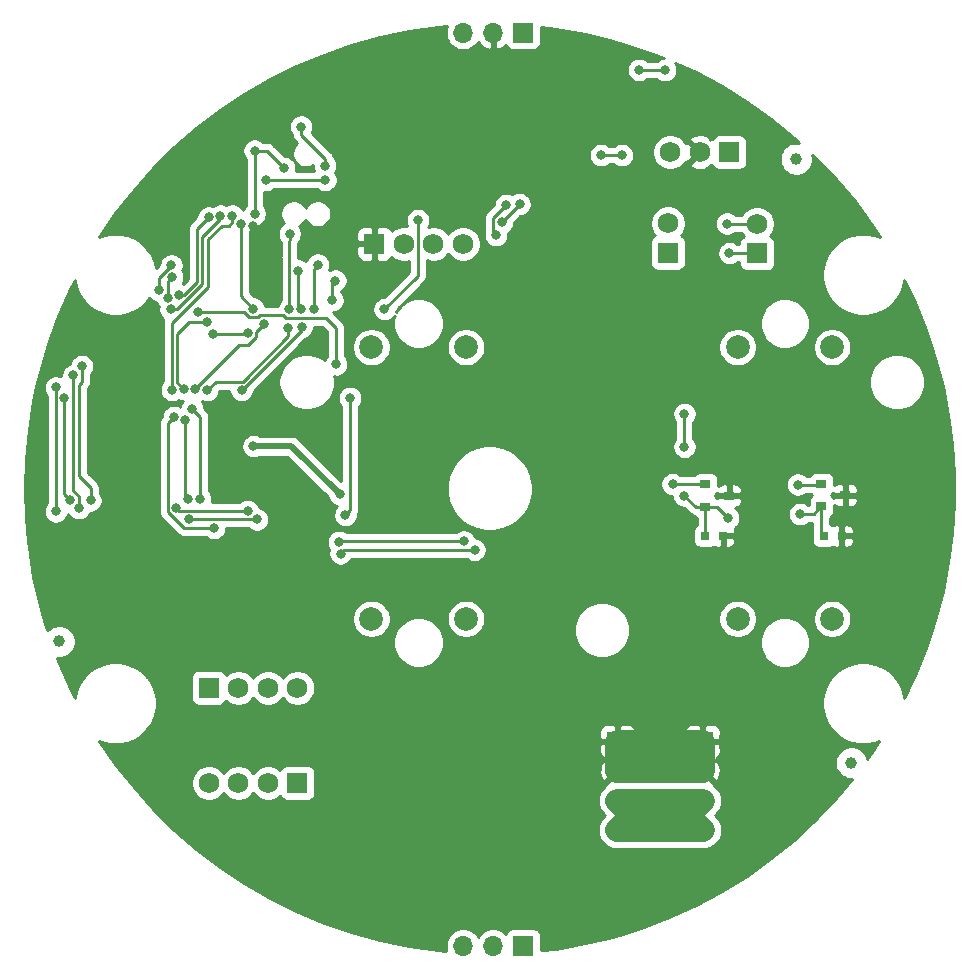
<source format=gbr>
G04 #@! TF.GenerationSoftware,KiCad,Pcbnew,(5.1.5)-3*
G04 #@! TF.CreationDate,2020-09-03T11:23:43+02:00*
G04 #@! TF.ProjectId,StepperClockK02,53746570-7065-4724-936c-6f636b4b3032,v1.5*
G04 #@! TF.SameCoordinates,Original*
G04 #@! TF.FileFunction,Copper,L2,Bot*
G04 #@! TF.FilePolarity,Positive*
%FSLAX46Y46*%
G04 Gerber Fmt 4.6, Leading zero omitted, Abs format (unit mm)*
G04 Created by KiCad (PCBNEW (5.1.5)-3) date 2020-09-03 11:23:43*
%MOMM*%
%LPD*%
G04 APERTURE LIST*
%ADD10R,1.750000X1.750000*%
%ADD11C,1.750000*%
%ADD12R,1.700000X1.700000*%
%ADD13O,1.700000X1.700000*%
%ADD14R,0.900000X0.800000*%
%ADD15C,2.000000*%
%ADD16C,1.000000*%
%ADD17R,0.800000X0.750000*%
%ADD18C,0.800000*%
%ADD19C,2.000000*%
%ADD20C,0.250000*%
%ADD21C,0.500000*%
%ADD22C,0.254000*%
G04 APERTURE END LIST*
D10*
X120825800Y-114370740D03*
D11*
X118325800Y-114370740D03*
X115825800Y-114370740D03*
D10*
X84265800Y-167770740D03*
D11*
X81765800Y-167770740D03*
X79265800Y-167770740D03*
X76765800Y-167770740D03*
D10*
X90775800Y-122130740D03*
D11*
X93275800Y-122130740D03*
X95775800Y-122130740D03*
X98275800Y-122130740D03*
D10*
X76765800Y-159720740D03*
D11*
X79265800Y-159720740D03*
X81765800Y-159720740D03*
X84265800Y-159720740D03*
D12*
X103377800Y-181550740D03*
D13*
X100837800Y-181550740D03*
X98297800Y-181550740D03*
D10*
X115635800Y-122890740D03*
D11*
X115635800Y-120390740D03*
D10*
X111345800Y-164270740D03*
D11*
X111345800Y-166770740D03*
X111345800Y-169270740D03*
X111345800Y-171770740D03*
D10*
X123185800Y-122930740D03*
D11*
X123185800Y-120430740D03*
D10*
X118575800Y-164270740D03*
D11*
X118575800Y-166770740D03*
X118575800Y-169270740D03*
X118575800Y-171770740D03*
D12*
X103375800Y-104260740D03*
D13*
X100835800Y-104260740D03*
X98295800Y-104260740D03*
D14*
X118815800Y-144400740D03*
X118815800Y-142500740D03*
X120815800Y-143450740D03*
X128635800Y-144360740D03*
X128635800Y-142460740D03*
X130635800Y-143410740D03*
D15*
X129535800Y-153880740D03*
X129535800Y-130880740D03*
X121535800Y-153880740D03*
X121535800Y-130880740D03*
X98535800Y-153880740D03*
X98535800Y-130880740D03*
X90535800Y-153880740D03*
X90535800Y-130880740D03*
D16*
X126505800Y-114950740D03*
X131165800Y-166070740D03*
X64095800Y-155790740D03*
D17*
X120305800Y-146860740D03*
X118805800Y-146860740D03*
X130345800Y-146860740D03*
X128845800Y-146860740D03*
D18*
X101985800Y-130350740D03*
X113725800Y-164270740D03*
X115775800Y-164270740D03*
X113634977Y-166299917D03*
X115955800Y-166250740D03*
X136055800Y-155610740D03*
X138435800Y-142660740D03*
X135465800Y-129450740D03*
X94535800Y-104720740D03*
X115745800Y-129540740D03*
X105905800Y-174330740D03*
X85905800Y-172970740D03*
X66125800Y-157070740D03*
X64705800Y-129160740D03*
X108005800Y-142000740D03*
X130515800Y-118480740D03*
X68775800Y-120330740D03*
X94825800Y-164380740D03*
X70205800Y-145690740D03*
X77645800Y-173380740D03*
X82645800Y-176480740D03*
X88715800Y-179330740D03*
X95205800Y-180940740D03*
X107055800Y-181000740D03*
X113365800Y-179160740D03*
X119735800Y-175940740D03*
X125395800Y-172010740D03*
X129385800Y-168200740D03*
X137545800Y-151770740D03*
X138735800Y-146290740D03*
X137605800Y-136510740D03*
X124145800Y-112410740D03*
X85565800Y-107170740D03*
X62345800Y-141580740D03*
X108905800Y-132240740D03*
X92885800Y-140270740D03*
X104315800Y-155460740D03*
X116825800Y-155760740D03*
X102775800Y-164330740D03*
X80625800Y-153850740D03*
X70315800Y-167070740D03*
X113195800Y-159920740D03*
X103225800Y-110940740D03*
X80517800Y-120590740D03*
X108935800Y-167990740D03*
X106265800Y-162050740D03*
X109045800Y-170640740D03*
X120605800Y-173230740D03*
X119665800Y-162430740D03*
X109115800Y-160050740D03*
X120835800Y-160150740D03*
X116075800Y-159980740D03*
X108905800Y-176100740D03*
X114465800Y-176620740D03*
X103185800Y-167040740D03*
X67195800Y-136010740D03*
X62435800Y-135320740D03*
X102775800Y-115940740D03*
X63085800Y-151780740D03*
X95295800Y-176540740D03*
X91205800Y-169730740D03*
X90865800Y-160900740D03*
X78985800Y-162330740D03*
X85425800Y-162430740D03*
X85425800Y-149690740D03*
X106205800Y-117100740D03*
X85035800Y-120720740D03*
X78739800Y-110938740D03*
X82295800Y-108652740D03*
X89915800Y-105604740D03*
X71735800Y-120320740D03*
X111435800Y-118520740D03*
X125835800Y-122020740D03*
X88835800Y-118220740D03*
X75335800Y-113320740D03*
X85635800Y-154920740D03*
X80935800Y-137720740D03*
X128135800Y-134620740D03*
X123335800Y-139320740D03*
X115035800Y-147120740D03*
X128935800Y-150120740D03*
X90835800Y-133720740D03*
X92235800Y-150620740D03*
X88235800Y-114120740D03*
X112135800Y-112520740D03*
X106135800Y-104720740D03*
X113595800Y-169520740D03*
X113535800Y-171720740D03*
X116295800Y-169490740D03*
X116115800Y-171720740D03*
X109980800Y-114630740D03*
X111735800Y-114620740D03*
X78745236Y-119745740D03*
X73635800Y-134490750D03*
X73800380Y-136805253D03*
X77210647Y-146190740D03*
X76035800Y-143760781D03*
X80532525Y-127620740D03*
X79455376Y-120457464D03*
X81406003Y-128945739D03*
X75634004Y-134430770D03*
X75359001Y-136107436D03*
X63805800Y-144790740D03*
X63805800Y-134290740D03*
X73530800Y-127688087D03*
X77745233Y-119745740D03*
X65005800Y-143800740D03*
X64530800Y-135143343D03*
X74255800Y-126470740D03*
X76755800Y-119890740D03*
X86613800Y-115510740D03*
X84581800Y-112208740D03*
X86625800Y-116725740D03*
X81635800Y-116720740D03*
X77100800Y-129730720D03*
X83595800Y-127620740D03*
X83615800Y-121280740D03*
X80050800Y-129669729D03*
X91627646Y-127662586D03*
X94475800Y-120130740D03*
X117015800Y-143440740D03*
X80652201Y-119599811D03*
X80635800Y-114234729D03*
X83135800Y-115720740D03*
X120735800Y-145320740D03*
X126835800Y-145020740D03*
X117035800Y-139320740D03*
X117035800Y-136520740D03*
X73659800Y-124945740D03*
X66755800Y-143860740D03*
X80055800Y-144740740D03*
X116035800Y-142470740D03*
X87805800Y-147360740D03*
X66021939Y-132495120D03*
X74025800Y-144500740D03*
X98355800Y-147320740D03*
X73286920Y-126718279D03*
X65296939Y-133261879D03*
X65755800Y-144502430D03*
X75070283Y-145465740D03*
X80845800Y-145465740D03*
X87930800Y-148352898D03*
X99265800Y-148045740D03*
X73590191Y-123948164D03*
X72520814Y-126075562D03*
X126635800Y-142520740D03*
X120835800Y-122920740D03*
X120635800Y-120420740D03*
X80545800Y-139260741D03*
X87845800Y-143350740D03*
X76600800Y-128785917D03*
X74763480Y-137074402D03*
X75035797Y-143760781D03*
X74634001Y-134430770D03*
X88323271Y-145105364D03*
X75885800Y-127940740D03*
X88735800Y-135170741D03*
X87535800Y-132330740D03*
X87235800Y-126895740D03*
X87482493Y-125245763D03*
X84595803Y-127620740D03*
X84320800Y-124395740D03*
X83511295Y-129296235D03*
X76629066Y-134530045D03*
X86001826Y-123895740D03*
X84617086Y-129215750D03*
X85635800Y-127620740D03*
X79535800Y-134520740D03*
X113204759Y-107410740D03*
X115395800Y-107430740D03*
X101569825Y-120305739D03*
X103075800Y-118780740D03*
X101945800Y-118855739D03*
X101100790Y-121400740D03*
D19*
X111345800Y-166770740D02*
X118575800Y-166770740D01*
X118575800Y-166770740D02*
X118575800Y-164270740D01*
X118575800Y-164270740D02*
X111345800Y-164270740D01*
X111345800Y-164270740D02*
X111345800Y-166770740D01*
X111605800Y-164270740D02*
X113634977Y-166299917D01*
X111345800Y-164270740D02*
X111605800Y-164270740D01*
X117935800Y-164270740D02*
X115955800Y-166250740D01*
X118575800Y-164270740D02*
X117935800Y-164270740D01*
X113845800Y-169270740D02*
X113595800Y-169520740D01*
X118575800Y-169270740D02*
X113845800Y-169270740D01*
X116075800Y-169270740D02*
X116295800Y-169490740D01*
X111345800Y-169270740D02*
X116075800Y-169270740D01*
X117700801Y-170145739D02*
X115820801Y-170145739D01*
X115820801Y-170145739D02*
X114195800Y-171770740D01*
X118575800Y-169270740D02*
X117700801Y-170145739D01*
X111345800Y-171770740D02*
X113335800Y-171770740D01*
X114650799Y-170145739D02*
X116130800Y-171625740D01*
X111345800Y-169270740D02*
X112220799Y-170145739D01*
X114195800Y-171770740D02*
X116275800Y-171770740D01*
X112220799Y-170145739D02*
X114650799Y-170145739D01*
X116275800Y-171770740D02*
X118575800Y-171770740D01*
X113595800Y-169520740D02*
X111345800Y-171770740D01*
X113335800Y-171770740D02*
X114195800Y-171770740D01*
X116295800Y-169490740D02*
X118575800Y-171770740D01*
X116130800Y-171625740D02*
X116275800Y-171770740D01*
D20*
X109990800Y-114620740D02*
X109980800Y-114630740D01*
X111735800Y-114620740D02*
X109990800Y-114620740D01*
X78745236Y-120311425D02*
X78745236Y-119745740D01*
X78465921Y-120590740D02*
X78745236Y-120311425D01*
X73635800Y-128800152D02*
X76675820Y-125760132D01*
X73635800Y-134490750D02*
X73635800Y-128800152D01*
X76675820Y-121757130D02*
X77842210Y-120590740D01*
X76675820Y-125760132D02*
X76675820Y-121757130D01*
X77842210Y-120590740D02*
X78465921Y-120590740D01*
X73300799Y-137304834D02*
X73400381Y-137205252D01*
X73300799Y-144848741D02*
X73300799Y-137304834D01*
X74642798Y-146190740D02*
X73300799Y-144848741D01*
X73400381Y-137205252D02*
X73800380Y-136805253D01*
X77210647Y-146190740D02*
X74642798Y-146190740D01*
X79455376Y-126543591D02*
X79455376Y-120457464D01*
X80532525Y-127620740D02*
X79455376Y-126543591D01*
X80775801Y-130017730D02*
X80072791Y-130720740D01*
X81406003Y-128945739D02*
X80775801Y-129575941D01*
X80775801Y-129575941D02*
X80775801Y-130017730D01*
X80072791Y-130720740D02*
X79344034Y-130720740D01*
X79344034Y-130720740D02*
X75634004Y-134430770D01*
X76035800Y-136784235D02*
X76035800Y-143760781D01*
X75359001Y-136107436D02*
X76035800Y-136784235D01*
X63805800Y-144790740D02*
X63805800Y-134290740D01*
X74111455Y-127688087D02*
X73530800Y-127688087D01*
X76225810Y-125573732D02*
X74111455Y-127688087D01*
X77745233Y-119745740D02*
X77745233Y-120051307D01*
X76225810Y-121570730D02*
X76225810Y-125573732D01*
X77745233Y-120051307D02*
X76225810Y-121570730D01*
X65005800Y-143800740D02*
X64530800Y-143325740D01*
X64530800Y-143325740D02*
X64530800Y-135143343D01*
X74692392Y-126470740D02*
X74255800Y-126470740D01*
X75775800Y-125387332D02*
X74692392Y-126470740D01*
X76755800Y-119890740D02*
X75775800Y-120870740D01*
X75775800Y-120870740D02*
X75775800Y-125387332D01*
X84581800Y-112902694D02*
X84581800Y-112208740D01*
X86613800Y-115510740D02*
X86613800Y-114934694D01*
X86613800Y-114934694D02*
X84581800Y-112902694D01*
X83540800Y-116725740D02*
X86625800Y-116725740D01*
X83540800Y-116725740D02*
X83002800Y-116725740D01*
X83002800Y-116725740D02*
X81640800Y-116725740D01*
X81640800Y-116725740D02*
X81635800Y-116720740D01*
X83595800Y-123255720D02*
X83585800Y-123245720D01*
X83595800Y-127620740D02*
X83595800Y-123255720D01*
X83595800Y-121866425D02*
X83595800Y-123255720D01*
X83615800Y-121846425D02*
X83595800Y-121866425D01*
X83615800Y-121280740D02*
X83615800Y-121846425D01*
X77100800Y-129730720D02*
X79989809Y-129730720D01*
X79989809Y-129730720D02*
X80050800Y-129669729D01*
X91627646Y-127662586D02*
X94475801Y-124814431D01*
X94475801Y-120130741D02*
X94475800Y-120130740D01*
X94475801Y-124814431D02*
X94475801Y-120130741D01*
X118815800Y-144400740D02*
X118815800Y-146850740D01*
X117975800Y-144400740D02*
X118815800Y-144400740D01*
X117015800Y-143440740D02*
X117975800Y-144400740D01*
X80652201Y-119599811D02*
X80652201Y-114251130D01*
X80652201Y-114251130D02*
X80635800Y-114234729D01*
X81649789Y-114234729D02*
X80635800Y-114234729D01*
X83135800Y-115720740D02*
X81649789Y-114234729D01*
X119815800Y-144400740D02*
X118815800Y-144400740D01*
X120735800Y-145320740D02*
X119815800Y-144400740D01*
X128635800Y-146650740D02*
X128845800Y-146860740D01*
X128635800Y-144360740D02*
X128635800Y-146650740D01*
X127975800Y-145020740D02*
X128635800Y-144360740D01*
X126835800Y-145020740D02*
X127975800Y-145020740D01*
X117035800Y-139320740D02*
X117035800Y-136520740D01*
X98355800Y-147320740D02*
X87845800Y-147320740D01*
X118815800Y-142500740D02*
X116065800Y-142500740D01*
X66021939Y-142060781D02*
X66755800Y-142794642D01*
X65746949Y-141785791D02*
X66021939Y-142060781D01*
X65746949Y-134090740D02*
X65746949Y-141785791D01*
X116065800Y-142500740D02*
X116035800Y-142470740D01*
X66021939Y-133815750D02*
X65746949Y-134090740D01*
X74265800Y-144740740D02*
X74025800Y-144500740D01*
X87845800Y-147320740D02*
X87805800Y-147360740D01*
X66021939Y-132495120D02*
X66021939Y-133815750D01*
X66755800Y-142794642D02*
X66755800Y-143860740D01*
X80055800Y-144740740D02*
X74265800Y-144740740D01*
X73286920Y-125318620D02*
X73659800Y-124945740D01*
X73286920Y-126718279D02*
X73286920Y-125318620D01*
X65755800Y-143477738D02*
X65755800Y-144502430D01*
X65296939Y-133261879D02*
X65296939Y-143018877D01*
X65296939Y-143018877D02*
X65755800Y-143477738D01*
X75070283Y-145465740D02*
X80845800Y-145465740D01*
X87930800Y-148352898D02*
X87930800Y-148275740D01*
X88237958Y-148045740D02*
X87930800Y-148352898D01*
X99265800Y-148045740D02*
X88237958Y-148045740D01*
X72520814Y-125509877D02*
X72520814Y-126075562D01*
X73311799Y-124220739D02*
X72520814Y-125011724D01*
X72520814Y-125011724D02*
X72520814Y-125509877D01*
X73590191Y-123948164D02*
X73590191Y-123962349D01*
X73331801Y-124220739D02*
X73311799Y-124220739D01*
X73590191Y-123962349D02*
X73331801Y-124220739D01*
X128575800Y-142520740D02*
X128635800Y-142460740D01*
X126635800Y-142520740D02*
X128575800Y-142520740D01*
X123185800Y-122930740D02*
X120845800Y-122930740D01*
X120845800Y-122930740D02*
X120835800Y-122920740D01*
X123185800Y-120430740D02*
X120645800Y-120430740D01*
X120645800Y-120430740D02*
X120635800Y-120420740D01*
D21*
X83755801Y-139260741D02*
X87845800Y-143350740D01*
X80545800Y-139260741D02*
X83755801Y-139260741D01*
D20*
X74763480Y-137074402D02*
X74763480Y-143488464D01*
X74763480Y-143488464D02*
X75035797Y-143760781D01*
X76600800Y-128785917D02*
X75600977Y-128785917D01*
X75070623Y-128785917D02*
X74085810Y-129770730D01*
X75600977Y-128785917D02*
X75070623Y-128785917D01*
X74085810Y-129770730D02*
X74085810Y-133882579D01*
X74085810Y-133882579D02*
X74634001Y-134430770D01*
X88323271Y-145105364D02*
X88723270Y-144705365D01*
X88723270Y-144705365D02*
X88723270Y-139287770D01*
X88723270Y-139287770D02*
X88723270Y-138333270D01*
X88723270Y-138333270D02*
X88735800Y-138320740D01*
X88723270Y-138333270D02*
X88723270Y-135183271D01*
X88723270Y-135183271D02*
X88735800Y-135170741D01*
X87535800Y-129220740D02*
X87535800Y-129796727D01*
X87535800Y-129796727D02*
X87535800Y-132330740D01*
X83284231Y-128382173D02*
X86697233Y-128382173D01*
X83022798Y-128120740D02*
X83284231Y-128382173D01*
X79779523Y-127940740D02*
X80184524Y-128345741D01*
X80184524Y-128345741D02*
X80910799Y-128345741D01*
X81135800Y-128120740D02*
X83022798Y-128120740D01*
X75885800Y-127940740D02*
X79779523Y-127940740D01*
X86697233Y-128382173D02*
X87535800Y-129220740D01*
X80910799Y-128345741D02*
X81135800Y-128120740D01*
X87235800Y-126895740D02*
X87235800Y-125492456D01*
X87235800Y-125492456D02*
X87482493Y-125245763D01*
X84320800Y-127345737D02*
X84595803Y-127620740D01*
X84320800Y-124395740D02*
X84320800Y-127345737D01*
X83511295Y-129296235D02*
X83511295Y-129908835D01*
X77363372Y-133795739D02*
X76629066Y-134530045D01*
X83511295Y-129908835D02*
X79624391Y-133795739D01*
X79624391Y-133795739D02*
X77363372Y-133795739D01*
X85635800Y-124261766D02*
X86001826Y-123895740D01*
X85635800Y-127620740D02*
X85635800Y-124261766D01*
X84617086Y-129439454D02*
X84617086Y-129215750D01*
X79535800Y-134520740D02*
X84617086Y-129439454D01*
X113204759Y-107410740D02*
X115375800Y-107410740D01*
X115375800Y-107410740D02*
X115395800Y-107430740D01*
X101569825Y-120305739D02*
X101569825Y-120286715D01*
X101569825Y-120286715D02*
X103075800Y-118780740D01*
X100844824Y-121144774D02*
X101100790Y-121400740D01*
X101945800Y-118855739D02*
X100844824Y-119956715D01*
X100844824Y-119956715D02*
X100844824Y-121144774D01*
D22*
G36*
X96867868Y-103827582D02*
G01*
X96810800Y-104114480D01*
X96810800Y-104407000D01*
X96867868Y-104693898D01*
X96979810Y-104964151D01*
X97142325Y-105207372D01*
X97349168Y-105414215D01*
X97592389Y-105576730D01*
X97862642Y-105688672D01*
X98149540Y-105745740D01*
X98442060Y-105745740D01*
X98728958Y-105688672D01*
X98999211Y-105576730D01*
X99242432Y-105414215D01*
X99449275Y-105207372D01*
X99570995Y-105025206D01*
X99640622Y-105142095D01*
X99835531Y-105358328D01*
X100068880Y-105532381D01*
X100331701Y-105657565D01*
X100478910Y-105702216D01*
X100708800Y-105580895D01*
X100708800Y-104387740D01*
X100688800Y-104387740D01*
X100688800Y-104133740D01*
X100708800Y-104133740D01*
X100708800Y-104113740D01*
X100962800Y-104113740D01*
X100962800Y-104133740D01*
X100982800Y-104133740D01*
X100982800Y-104387740D01*
X100962800Y-104387740D01*
X100962800Y-105580895D01*
X101192690Y-105702216D01*
X101339899Y-105657565D01*
X101602720Y-105532381D01*
X101836069Y-105358328D01*
X101911834Y-105274274D01*
X101936298Y-105354920D01*
X101995263Y-105465234D01*
X102074615Y-105561925D01*
X102171306Y-105641277D01*
X102281620Y-105700242D01*
X102401318Y-105736552D01*
X102525800Y-105748812D01*
X104225800Y-105748812D01*
X104350282Y-105736552D01*
X104469980Y-105700242D01*
X104580294Y-105641277D01*
X104676985Y-105561925D01*
X104756337Y-105465234D01*
X104815302Y-105354920D01*
X104851612Y-105235222D01*
X104863872Y-105110740D01*
X104863872Y-103780576D01*
X106124466Y-103921164D01*
X108582894Y-104354652D01*
X111008880Y-104943189D01*
X113392654Y-105684408D01*
X115268017Y-106400881D01*
X115093902Y-106435514D01*
X114905544Y-106513535D01*
X114736026Y-106626803D01*
X114712089Y-106650740D01*
X113908470Y-106650740D01*
X113864533Y-106606803D01*
X113695015Y-106493535D01*
X113506657Y-106415514D01*
X113306698Y-106375740D01*
X113102820Y-106375740D01*
X112902861Y-106415514D01*
X112714503Y-106493535D01*
X112544985Y-106606803D01*
X112400822Y-106750966D01*
X112287554Y-106920484D01*
X112209533Y-107108842D01*
X112169759Y-107308801D01*
X112169759Y-107512679D01*
X112209533Y-107712638D01*
X112287554Y-107900996D01*
X112400822Y-108070514D01*
X112544985Y-108214677D01*
X112714503Y-108327945D01*
X112902861Y-108405966D01*
X113102820Y-108445740D01*
X113306698Y-108445740D01*
X113506657Y-108405966D01*
X113695015Y-108327945D01*
X113864533Y-108214677D01*
X113908470Y-108170740D01*
X114672089Y-108170740D01*
X114736026Y-108234677D01*
X114905544Y-108347945D01*
X115093902Y-108425966D01*
X115293861Y-108465740D01*
X115497739Y-108465740D01*
X115697698Y-108425966D01*
X115886056Y-108347945D01*
X116055574Y-108234677D01*
X116199737Y-108090514D01*
X116313005Y-107920996D01*
X116391026Y-107732638D01*
X116430800Y-107532679D01*
X116430800Y-107328801D01*
X116391026Y-107128842D01*
X116313005Y-106940484D01*
X116220254Y-106801672D01*
X117995381Y-107612345D01*
X120195800Y-108791301D01*
X122317015Y-110107442D01*
X124350485Y-111555469D01*
X126288021Y-113129552D01*
X126775781Y-113580074D01*
X126643392Y-113553740D01*
X126368208Y-113553740D01*
X126098310Y-113607426D01*
X125844073Y-113712735D01*
X125615265Y-113865620D01*
X125420680Y-114060205D01*
X125267795Y-114289013D01*
X125162486Y-114543250D01*
X125108800Y-114813148D01*
X125108800Y-115088332D01*
X125162486Y-115358230D01*
X125267795Y-115612467D01*
X125420680Y-115841275D01*
X125615265Y-116035860D01*
X125844073Y-116188745D01*
X126098310Y-116294054D01*
X126368208Y-116347740D01*
X126643392Y-116347740D01*
X126913290Y-116294054D01*
X127167527Y-116188745D01*
X127396335Y-116035860D01*
X127590920Y-115841275D01*
X127743805Y-115612467D01*
X127849114Y-115358230D01*
X127902800Y-115088332D01*
X127902800Y-114813148D01*
X127855989Y-114577813D01*
X128121822Y-114823351D01*
X129844503Y-116630048D01*
X131449129Y-118542365D01*
X132929237Y-120552605D01*
X133579602Y-121564594D01*
X133200004Y-121407359D01*
X132528255Y-121273740D01*
X131843345Y-121273740D01*
X131171596Y-121407359D01*
X130538823Y-121669462D01*
X129969342Y-122049978D01*
X129485038Y-122534282D01*
X129104522Y-123103763D01*
X128842419Y-123736536D01*
X128708800Y-124408285D01*
X128708800Y-125093195D01*
X128842419Y-125764944D01*
X129104522Y-126397717D01*
X129485038Y-126967198D01*
X129969342Y-127451502D01*
X130538823Y-127832018D01*
X131171596Y-128094121D01*
X131843345Y-128227740D01*
X132528255Y-128227740D01*
X133200004Y-128094121D01*
X133832777Y-127832018D01*
X134402258Y-127451502D01*
X134886562Y-126967198D01*
X135267078Y-126397717D01*
X135529181Y-125764944D01*
X135648981Y-125162667D01*
X136565507Y-127088133D01*
X137493308Y-129405668D01*
X138272254Y-131777381D01*
X138899208Y-134193724D01*
X139371646Y-136644965D01*
X139687665Y-139121235D01*
X139845994Y-141612563D01*
X139845994Y-144108917D01*
X139687665Y-146600245D01*
X139371646Y-149076515D01*
X138899208Y-151527756D01*
X138272254Y-153944099D01*
X137493308Y-156315812D01*
X136565507Y-158633347D01*
X135640564Y-160576496D01*
X135529181Y-160016536D01*
X135267078Y-159383763D01*
X134886562Y-158814282D01*
X134402258Y-158329978D01*
X133832777Y-157949462D01*
X133200004Y-157687359D01*
X132528255Y-157553740D01*
X131843345Y-157553740D01*
X131171596Y-157687359D01*
X130538823Y-157949462D01*
X129969342Y-158329978D01*
X129485038Y-158814282D01*
X129104522Y-159383763D01*
X128842419Y-160016536D01*
X128708800Y-160688285D01*
X128708800Y-161373195D01*
X128842419Y-162044944D01*
X129104522Y-162677717D01*
X129485038Y-163247198D01*
X129969342Y-163731502D01*
X130538823Y-164112018D01*
X131171596Y-164374121D01*
X131843345Y-164507740D01*
X132528255Y-164507740D01*
X133200004Y-164374121D01*
X133527055Y-164238652D01*
X132929237Y-165168875D01*
X132521051Y-165723261D01*
X132509114Y-165663250D01*
X132403805Y-165409013D01*
X132250920Y-165180205D01*
X132056335Y-164985620D01*
X131827527Y-164832735D01*
X131573290Y-164727426D01*
X131303392Y-164673740D01*
X131028208Y-164673740D01*
X130758310Y-164727426D01*
X130504073Y-164832735D01*
X130275265Y-164985620D01*
X130080680Y-165180205D01*
X129927795Y-165409013D01*
X129822486Y-165663250D01*
X129768800Y-165933148D01*
X129768800Y-166208332D01*
X129822486Y-166478230D01*
X129927795Y-166732467D01*
X130080680Y-166961275D01*
X130275265Y-167155860D01*
X130504073Y-167308745D01*
X130758310Y-167414054D01*
X131028208Y-167467740D01*
X131206944Y-167467740D01*
X129844503Y-169091432D01*
X128121822Y-170898129D01*
X126288021Y-172591928D01*
X124350485Y-174166011D01*
X122317015Y-175614038D01*
X120195800Y-176930179D01*
X117995381Y-178109135D01*
X115724617Y-179146158D01*
X113392654Y-180037072D01*
X111008880Y-180778291D01*
X108582894Y-181366828D01*
X106124466Y-181800316D01*
X104865872Y-181940681D01*
X104865872Y-180700740D01*
X104853612Y-180576258D01*
X104817302Y-180456560D01*
X104758337Y-180346246D01*
X104678985Y-180249555D01*
X104582294Y-180170203D01*
X104471980Y-180111238D01*
X104352282Y-180074928D01*
X104227800Y-180062668D01*
X102527800Y-180062668D01*
X102403318Y-180074928D01*
X102283620Y-180111238D01*
X102173306Y-180170203D01*
X102076615Y-180249555D01*
X101997263Y-180346246D01*
X101938298Y-180456560D01*
X101916287Y-180529120D01*
X101784432Y-180397265D01*
X101541211Y-180234750D01*
X101270958Y-180122808D01*
X100984060Y-180065740D01*
X100691540Y-180065740D01*
X100404642Y-180122808D01*
X100134389Y-180234750D01*
X99891168Y-180397265D01*
X99684325Y-180604108D01*
X99567800Y-180778500D01*
X99451275Y-180604108D01*
X99244432Y-180397265D01*
X99001211Y-180234750D01*
X98730958Y-180122808D01*
X98444060Y-180065740D01*
X98151540Y-180065740D01*
X97864642Y-180122808D01*
X97594389Y-180234750D01*
X97351168Y-180397265D01*
X97144325Y-180604108D01*
X96981810Y-180847329D01*
X96869868Y-181117582D01*
X96812800Y-181404480D01*
X96812800Y-181697000D01*
X96869868Y-181983898D01*
X96882910Y-182015385D01*
X96165425Y-181958345D01*
X93694481Y-181603077D01*
X91251043Y-181091807D01*
X88844952Y-180426594D01*
X86485896Y-179610117D01*
X84183373Y-178645663D01*
X81946656Y-177537115D01*
X79784750Y-176288938D01*
X77706361Y-174906158D01*
X75719858Y-173394342D01*
X73833240Y-171759578D01*
X72054103Y-170008448D01*
X70389612Y-168148005D01*
X69975972Y-167622018D01*
X75255800Y-167622018D01*
X75255800Y-167919462D01*
X75313829Y-168211191D01*
X75427656Y-168485993D01*
X75592907Y-168733309D01*
X75803231Y-168943633D01*
X76050547Y-169108884D01*
X76325349Y-169222711D01*
X76617078Y-169280740D01*
X76914522Y-169280740D01*
X77206251Y-169222711D01*
X77481053Y-169108884D01*
X77728369Y-168943633D01*
X77938693Y-168733309D01*
X78015800Y-168617910D01*
X78092907Y-168733309D01*
X78303231Y-168943633D01*
X78550547Y-169108884D01*
X78825349Y-169222711D01*
X79117078Y-169280740D01*
X79414522Y-169280740D01*
X79706251Y-169222711D01*
X79981053Y-169108884D01*
X80228369Y-168943633D01*
X80438693Y-168733309D01*
X80515800Y-168617910D01*
X80592907Y-168733309D01*
X80803231Y-168943633D01*
X81050547Y-169108884D01*
X81325349Y-169222711D01*
X81617078Y-169280740D01*
X81914522Y-169280740D01*
X82206251Y-169222711D01*
X82481053Y-169108884D01*
X82728369Y-168943633D01*
X82796826Y-168875176D01*
X82801298Y-168889920D01*
X82860263Y-169000234D01*
X82939615Y-169096925D01*
X83036306Y-169176277D01*
X83146620Y-169235242D01*
X83266318Y-169271552D01*
X83390800Y-169283812D01*
X85140800Y-169283812D01*
X85265282Y-169271552D01*
X85267958Y-169270740D01*
X109702889Y-169270740D01*
X109734457Y-169591256D01*
X109827948Y-169899455D01*
X109979769Y-170183492D01*
X110184086Y-170432454D01*
X110246487Y-170483665D01*
X110283562Y-170520740D01*
X110246486Y-170557816D01*
X110184086Y-170609026D01*
X109979769Y-170857988D01*
X109827948Y-171142025D01*
X109734457Y-171450224D01*
X109702889Y-171770740D01*
X109734457Y-172091256D01*
X109827948Y-172399455D01*
X109979769Y-172683492D01*
X110184086Y-172932454D01*
X110433048Y-173136771D01*
X110717085Y-173288592D01*
X111025284Y-173382083D01*
X111265478Y-173405740D01*
X111265481Y-173405740D01*
X111345800Y-173413651D01*
X111426119Y-173405740D01*
X114115481Y-173405740D01*
X114195800Y-173413651D01*
X114276119Y-173405740D01*
X116195481Y-173405740D01*
X116275800Y-173413651D01*
X116356119Y-173405740D01*
X118495480Y-173405740D01*
X118575800Y-173413651D01*
X118656119Y-173405740D01*
X118656122Y-173405740D01*
X118896316Y-173382083D01*
X119204515Y-173288592D01*
X119488552Y-173136771D01*
X119737514Y-172932454D01*
X119941831Y-172683492D01*
X120093652Y-172399455D01*
X120187143Y-172091256D01*
X120218711Y-171770740D01*
X120187143Y-171450224D01*
X120093652Y-171142025D01*
X119941831Y-170857988D01*
X119737514Y-170609026D01*
X119675118Y-170557820D01*
X119638038Y-170520740D01*
X119675113Y-170483665D01*
X119737514Y-170432454D01*
X119941831Y-170183492D01*
X120093652Y-169899455D01*
X120187143Y-169591256D01*
X120218711Y-169270740D01*
X120187143Y-168950224D01*
X120093652Y-168642025D01*
X119941831Y-168357988D01*
X119737514Y-168109026D01*
X119488552Y-167904709D01*
X119425173Y-167870832D01*
X119442435Y-167816980D01*
X118575800Y-166950345D01*
X118561658Y-166964488D01*
X118382053Y-166784883D01*
X118396195Y-166770740D01*
X118382053Y-166756598D01*
X118561658Y-166576993D01*
X118575800Y-166591135D01*
X118589943Y-166576993D01*
X118769548Y-166756598D01*
X118755405Y-166770740D01*
X119622040Y-167637375D01*
X119873668Y-167556715D01*
X120002067Y-167288411D01*
X120075655Y-167000214D01*
X120091604Y-166703197D01*
X120049301Y-166408777D01*
X119950372Y-166128266D01*
X119873668Y-165984765D01*
X119622042Y-165904106D01*
X119738067Y-165788081D01*
X119687498Y-165737512D01*
X119694980Y-165735242D01*
X119805294Y-165676277D01*
X119901985Y-165596925D01*
X119981337Y-165500234D01*
X120040302Y-165389920D01*
X120076612Y-165270222D01*
X120088872Y-165145740D01*
X120085800Y-164556490D01*
X119927050Y-164397740D01*
X118702800Y-164397740D01*
X118702800Y-164417740D01*
X118448800Y-164417740D01*
X118448800Y-164397740D01*
X117224550Y-164397740D01*
X117065800Y-164556490D01*
X117062728Y-165145740D01*
X117074988Y-165270222D01*
X117111298Y-165389920D01*
X117170263Y-165500234D01*
X117249615Y-165596925D01*
X117346306Y-165676277D01*
X117456620Y-165735242D01*
X117464102Y-165737512D01*
X117413533Y-165788081D01*
X117529558Y-165904106D01*
X117277932Y-165984765D01*
X117149533Y-166253069D01*
X117075945Y-166541266D01*
X117059996Y-166838283D01*
X117102299Y-167132703D01*
X117201228Y-167413214D01*
X117277932Y-167556715D01*
X117524459Y-167635740D01*
X116156119Y-167635740D01*
X116075800Y-167627829D01*
X115995481Y-167635740D01*
X113926119Y-167635740D01*
X113845799Y-167627829D01*
X113765480Y-167635740D01*
X112397141Y-167635740D01*
X112643668Y-167556715D01*
X112772067Y-167288411D01*
X112845655Y-167000214D01*
X112861604Y-166703197D01*
X112819301Y-166408777D01*
X112720372Y-166128266D01*
X112643668Y-165984765D01*
X112392042Y-165904106D01*
X112508067Y-165788081D01*
X112457498Y-165737512D01*
X112464980Y-165735242D01*
X112575294Y-165676277D01*
X112671985Y-165596925D01*
X112751337Y-165500234D01*
X112810302Y-165389920D01*
X112846612Y-165270222D01*
X112858872Y-165145740D01*
X112855800Y-164556490D01*
X112697050Y-164397740D01*
X111472800Y-164397740D01*
X111472800Y-164417740D01*
X111218800Y-164417740D01*
X111218800Y-164397740D01*
X109994550Y-164397740D01*
X109835800Y-164556490D01*
X109832728Y-165145740D01*
X109844988Y-165270222D01*
X109881298Y-165389920D01*
X109940263Y-165500234D01*
X110019615Y-165596925D01*
X110116306Y-165676277D01*
X110226620Y-165735242D01*
X110234102Y-165737512D01*
X110183533Y-165788081D01*
X110299558Y-165904106D01*
X110047932Y-165984765D01*
X109919533Y-166253069D01*
X109845945Y-166541266D01*
X109829996Y-166838283D01*
X109872299Y-167132703D01*
X109971228Y-167413214D01*
X110047932Y-167556715D01*
X110299560Y-167637375D01*
X111166195Y-166770740D01*
X111152053Y-166756598D01*
X111331658Y-166576993D01*
X111345800Y-166591135D01*
X111359943Y-166576993D01*
X111539548Y-166756598D01*
X111525405Y-166770740D01*
X111539548Y-166784883D01*
X111359943Y-166964488D01*
X111345800Y-166950345D01*
X110479165Y-167816980D01*
X110496427Y-167870832D01*
X110433048Y-167904709D01*
X110184086Y-168109026D01*
X109979769Y-168357988D01*
X109827948Y-168642025D01*
X109734457Y-168950224D01*
X109702889Y-169270740D01*
X85267958Y-169270740D01*
X85384980Y-169235242D01*
X85495294Y-169176277D01*
X85591985Y-169096925D01*
X85671337Y-169000234D01*
X85730302Y-168889920D01*
X85766612Y-168770222D01*
X85778872Y-168645740D01*
X85778872Y-166895740D01*
X85766612Y-166771258D01*
X85730302Y-166651560D01*
X85671337Y-166541246D01*
X85591985Y-166444555D01*
X85495294Y-166365203D01*
X85384980Y-166306238D01*
X85265282Y-166269928D01*
X85140800Y-166257668D01*
X83390800Y-166257668D01*
X83266318Y-166269928D01*
X83146620Y-166306238D01*
X83036306Y-166365203D01*
X82939615Y-166444555D01*
X82860263Y-166541246D01*
X82801298Y-166651560D01*
X82796826Y-166666304D01*
X82728369Y-166597847D01*
X82481053Y-166432596D01*
X82206251Y-166318769D01*
X81914522Y-166260740D01*
X81617078Y-166260740D01*
X81325349Y-166318769D01*
X81050547Y-166432596D01*
X80803231Y-166597847D01*
X80592907Y-166808171D01*
X80515800Y-166923570D01*
X80438693Y-166808171D01*
X80228369Y-166597847D01*
X79981053Y-166432596D01*
X79706251Y-166318769D01*
X79414522Y-166260740D01*
X79117078Y-166260740D01*
X78825349Y-166318769D01*
X78550547Y-166432596D01*
X78303231Y-166597847D01*
X78092907Y-166808171D01*
X78015800Y-166923570D01*
X77938693Y-166808171D01*
X77728369Y-166597847D01*
X77481053Y-166432596D01*
X77206251Y-166318769D01*
X76914522Y-166260740D01*
X76617078Y-166260740D01*
X76325349Y-166318769D01*
X76050547Y-166432596D01*
X75803231Y-166597847D01*
X75592907Y-166808171D01*
X75427656Y-167055487D01*
X75313829Y-167330289D01*
X75255800Y-167622018D01*
X69975972Y-167622018D01*
X68846468Y-166185738D01*
X67498598Y-164227905D01*
X67851596Y-164374121D01*
X68523345Y-164507740D01*
X69208255Y-164507740D01*
X69880004Y-164374121D01*
X70512777Y-164112018D01*
X71082258Y-163731502D01*
X71418020Y-163395740D01*
X109832728Y-163395740D01*
X109835800Y-163984990D01*
X109994550Y-164143740D01*
X111218800Y-164143740D01*
X111218800Y-162919490D01*
X111472800Y-162919490D01*
X111472800Y-164143740D01*
X112697050Y-164143740D01*
X112855800Y-163984990D01*
X112858872Y-163395740D01*
X117062728Y-163395740D01*
X117065800Y-163984990D01*
X117224550Y-164143740D01*
X118448800Y-164143740D01*
X118448800Y-162919490D01*
X118702800Y-162919490D01*
X118702800Y-164143740D01*
X119927050Y-164143740D01*
X120085800Y-163984990D01*
X120088872Y-163395740D01*
X120076612Y-163271258D01*
X120040302Y-163151560D01*
X119981337Y-163041246D01*
X119901985Y-162944555D01*
X119805294Y-162865203D01*
X119694980Y-162806238D01*
X119575282Y-162769928D01*
X119450800Y-162757668D01*
X118861550Y-162760740D01*
X118702800Y-162919490D01*
X118448800Y-162919490D01*
X118290050Y-162760740D01*
X117700800Y-162757668D01*
X117576318Y-162769928D01*
X117456620Y-162806238D01*
X117346306Y-162865203D01*
X117249615Y-162944555D01*
X117170263Y-163041246D01*
X117111298Y-163151560D01*
X117074988Y-163271258D01*
X117062728Y-163395740D01*
X112858872Y-163395740D01*
X112846612Y-163271258D01*
X112810302Y-163151560D01*
X112751337Y-163041246D01*
X112671985Y-162944555D01*
X112575294Y-162865203D01*
X112464980Y-162806238D01*
X112345282Y-162769928D01*
X112220800Y-162757668D01*
X111631550Y-162760740D01*
X111472800Y-162919490D01*
X111218800Y-162919490D01*
X111060050Y-162760740D01*
X110470800Y-162757668D01*
X110346318Y-162769928D01*
X110226620Y-162806238D01*
X110116306Y-162865203D01*
X110019615Y-162944555D01*
X109940263Y-163041246D01*
X109881298Y-163151560D01*
X109844988Y-163271258D01*
X109832728Y-163395740D01*
X71418020Y-163395740D01*
X71566562Y-163247198D01*
X71947078Y-162677717D01*
X72209181Y-162044944D01*
X72342800Y-161373195D01*
X72342800Y-160688285D01*
X72209181Y-160016536D01*
X71947078Y-159383763D01*
X71587582Y-158845740D01*
X75252728Y-158845740D01*
X75252728Y-160595740D01*
X75264988Y-160720222D01*
X75301298Y-160839920D01*
X75360263Y-160950234D01*
X75439615Y-161046925D01*
X75536306Y-161126277D01*
X75646620Y-161185242D01*
X75766318Y-161221552D01*
X75890800Y-161233812D01*
X77640800Y-161233812D01*
X77765282Y-161221552D01*
X77884980Y-161185242D01*
X77995294Y-161126277D01*
X78091985Y-161046925D01*
X78171337Y-160950234D01*
X78230302Y-160839920D01*
X78234774Y-160825176D01*
X78303231Y-160893633D01*
X78550547Y-161058884D01*
X78825349Y-161172711D01*
X79117078Y-161230740D01*
X79414522Y-161230740D01*
X79706251Y-161172711D01*
X79981053Y-161058884D01*
X80228369Y-160893633D01*
X80438693Y-160683309D01*
X80515800Y-160567910D01*
X80592907Y-160683309D01*
X80803231Y-160893633D01*
X81050547Y-161058884D01*
X81325349Y-161172711D01*
X81617078Y-161230740D01*
X81914522Y-161230740D01*
X82206251Y-161172711D01*
X82481053Y-161058884D01*
X82728369Y-160893633D01*
X82938693Y-160683309D01*
X83015800Y-160567910D01*
X83092907Y-160683309D01*
X83303231Y-160893633D01*
X83550547Y-161058884D01*
X83825349Y-161172711D01*
X84117078Y-161230740D01*
X84414522Y-161230740D01*
X84706251Y-161172711D01*
X84981053Y-161058884D01*
X85228369Y-160893633D01*
X85438693Y-160683309D01*
X85603944Y-160435993D01*
X85717771Y-160161191D01*
X85775800Y-159869462D01*
X85775800Y-159572018D01*
X85717771Y-159280289D01*
X85603944Y-159005487D01*
X85438693Y-158758171D01*
X85228369Y-158547847D01*
X84981053Y-158382596D01*
X84706251Y-158268769D01*
X84414522Y-158210740D01*
X84117078Y-158210740D01*
X83825349Y-158268769D01*
X83550547Y-158382596D01*
X83303231Y-158547847D01*
X83092907Y-158758171D01*
X83015800Y-158873570D01*
X82938693Y-158758171D01*
X82728369Y-158547847D01*
X82481053Y-158382596D01*
X82206251Y-158268769D01*
X81914522Y-158210740D01*
X81617078Y-158210740D01*
X81325349Y-158268769D01*
X81050547Y-158382596D01*
X80803231Y-158547847D01*
X80592907Y-158758171D01*
X80515800Y-158873570D01*
X80438693Y-158758171D01*
X80228369Y-158547847D01*
X79981053Y-158382596D01*
X79706251Y-158268769D01*
X79414522Y-158210740D01*
X79117078Y-158210740D01*
X78825349Y-158268769D01*
X78550547Y-158382596D01*
X78303231Y-158547847D01*
X78234774Y-158616304D01*
X78230302Y-158601560D01*
X78171337Y-158491246D01*
X78091985Y-158394555D01*
X77995294Y-158315203D01*
X77884980Y-158256238D01*
X77765282Y-158219928D01*
X77640800Y-158207668D01*
X75890800Y-158207668D01*
X75766318Y-158219928D01*
X75646620Y-158256238D01*
X75536306Y-158315203D01*
X75439615Y-158394555D01*
X75360263Y-158491246D01*
X75301298Y-158601560D01*
X75264988Y-158721258D01*
X75252728Y-158845740D01*
X71587582Y-158845740D01*
X71566562Y-158814282D01*
X71082258Y-158329978D01*
X70512777Y-157949462D01*
X69880004Y-157687359D01*
X69208255Y-157553740D01*
X68523345Y-157553740D01*
X67851596Y-157687359D01*
X67218823Y-157949462D01*
X66649342Y-158329978D01*
X66165038Y-158814282D01*
X65784522Y-159383763D01*
X65522419Y-160016536D01*
X65413818Y-160562509D01*
X65004670Y-159768872D01*
X64003806Y-157481941D01*
X63891927Y-157174556D01*
X63958208Y-157187740D01*
X64233392Y-157187740D01*
X64503290Y-157134054D01*
X64757527Y-157028745D01*
X64986335Y-156875860D01*
X65180920Y-156681275D01*
X65333805Y-156452467D01*
X65439114Y-156198230D01*
X65492800Y-155928332D01*
X65492800Y-155670461D01*
X92400800Y-155670461D01*
X92400800Y-156091019D01*
X92482847Y-156503496D01*
X92643788Y-156892042D01*
X92877437Y-157241723D01*
X93174817Y-157539103D01*
X93524498Y-157772752D01*
X93913044Y-157933693D01*
X94325521Y-158015740D01*
X94746079Y-158015740D01*
X95158556Y-157933693D01*
X95547102Y-157772752D01*
X95896783Y-157539103D01*
X96194163Y-157241723D01*
X96427812Y-156892042D01*
X96588753Y-156503496D01*
X96670800Y-156091019D01*
X96670800Y-155670461D01*
X96588753Y-155257984D01*
X96427812Y-154869438D01*
X96194163Y-154519757D01*
X95896783Y-154222377D01*
X95547102Y-153988728D01*
X95158556Y-153827787D01*
X94746079Y-153745740D01*
X94325521Y-153745740D01*
X93913044Y-153827787D01*
X93524498Y-153988728D01*
X93174817Y-154222377D01*
X92877437Y-154519757D01*
X92643788Y-154869438D01*
X92482847Y-155257984D01*
X92400800Y-155670461D01*
X65492800Y-155670461D01*
X65492800Y-155653148D01*
X65439114Y-155383250D01*
X65333805Y-155129013D01*
X65180920Y-154900205D01*
X64986335Y-154705620D01*
X64757527Y-154552735D01*
X64503290Y-154447426D01*
X64233392Y-154393740D01*
X63958208Y-154393740D01*
X63688310Y-154447426D01*
X63434073Y-154552735D01*
X63205265Y-154705620D01*
X63064827Y-154846058D01*
X62734101Y-153719707D01*
X88900800Y-153719707D01*
X88900800Y-154041773D01*
X88963632Y-154357652D01*
X89086882Y-154655203D01*
X89265813Y-154922992D01*
X89493548Y-155150727D01*
X89761337Y-155329658D01*
X90058888Y-155452908D01*
X90374767Y-155515740D01*
X90696833Y-155515740D01*
X91012712Y-155452908D01*
X91310263Y-155329658D01*
X91578052Y-155150727D01*
X91805787Y-154922992D01*
X91984718Y-154655203D01*
X92107968Y-154357652D01*
X92170800Y-154041773D01*
X92170800Y-153719707D01*
X96900800Y-153719707D01*
X96900800Y-154041773D01*
X96963632Y-154357652D01*
X97086882Y-154655203D01*
X97265813Y-154922992D01*
X97493548Y-155150727D01*
X97761337Y-155329658D01*
X98058888Y-155452908D01*
X98374767Y-155515740D01*
X98696833Y-155515740D01*
X99012712Y-155452908D01*
X99310263Y-155329658D01*
X99578052Y-155150727D01*
X99805787Y-154922992D01*
X99984718Y-154655203D01*
X100013450Y-154585838D01*
X107660800Y-154585838D01*
X107660800Y-155055642D01*
X107752454Y-155516419D01*
X107932240Y-155950461D01*
X108193250Y-156341089D01*
X108525451Y-156673290D01*
X108916079Y-156934300D01*
X109350121Y-157114086D01*
X109810898Y-157205740D01*
X110280702Y-157205740D01*
X110741479Y-157114086D01*
X111175521Y-156934300D01*
X111566149Y-156673290D01*
X111898350Y-156341089D01*
X112159360Y-155950461D01*
X112275339Y-155670461D01*
X123400800Y-155670461D01*
X123400800Y-156091019D01*
X123482847Y-156503496D01*
X123643788Y-156892042D01*
X123877437Y-157241723D01*
X124174817Y-157539103D01*
X124524498Y-157772752D01*
X124913044Y-157933693D01*
X125325521Y-158015740D01*
X125746079Y-158015740D01*
X126158556Y-157933693D01*
X126547102Y-157772752D01*
X126896783Y-157539103D01*
X127194163Y-157241723D01*
X127427812Y-156892042D01*
X127588753Y-156503496D01*
X127670800Y-156091019D01*
X127670800Y-155670461D01*
X127588753Y-155257984D01*
X127427812Y-154869438D01*
X127194163Y-154519757D01*
X126896783Y-154222377D01*
X126547102Y-153988728D01*
X126158556Y-153827787D01*
X125746079Y-153745740D01*
X125325521Y-153745740D01*
X124913044Y-153827787D01*
X124524498Y-153988728D01*
X124174817Y-154222377D01*
X123877437Y-154519757D01*
X123643788Y-154869438D01*
X123482847Y-155257984D01*
X123400800Y-155670461D01*
X112275339Y-155670461D01*
X112339146Y-155516419D01*
X112430800Y-155055642D01*
X112430800Y-154585838D01*
X112339146Y-154125061D01*
X112171243Y-153719707D01*
X119900800Y-153719707D01*
X119900800Y-154041773D01*
X119963632Y-154357652D01*
X120086882Y-154655203D01*
X120265813Y-154922992D01*
X120493548Y-155150727D01*
X120761337Y-155329658D01*
X121058888Y-155452908D01*
X121374767Y-155515740D01*
X121696833Y-155515740D01*
X122012712Y-155452908D01*
X122310263Y-155329658D01*
X122578052Y-155150727D01*
X122805787Y-154922992D01*
X122984718Y-154655203D01*
X123107968Y-154357652D01*
X123170800Y-154041773D01*
X123170800Y-153719707D01*
X127900800Y-153719707D01*
X127900800Y-154041773D01*
X127963632Y-154357652D01*
X128086882Y-154655203D01*
X128265813Y-154922992D01*
X128493548Y-155150727D01*
X128761337Y-155329658D01*
X129058888Y-155452908D01*
X129374767Y-155515740D01*
X129696833Y-155515740D01*
X130012712Y-155452908D01*
X130310263Y-155329658D01*
X130578052Y-155150727D01*
X130805787Y-154922992D01*
X130984718Y-154655203D01*
X131107968Y-154357652D01*
X131170800Y-154041773D01*
X131170800Y-153719707D01*
X131107968Y-153403828D01*
X130984718Y-153106277D01*
X130805787Y-152838488D01*
X130578052Y-152610753D01*
X130310263Y-152431822D01*
X130012712Y-152308572D01*
X129696833Y-152245740D01*
X129374767Y-152245740D01*
X129058888Y-152308572D01*
X128761337Y-152431822D01*
X128493548Y-152610753D01*
X128265813Y-152838488D01*
X128086882Y-153106277D01*
X127963632Y-153403828D01*
X127900800Y-153719707D01*
X123170800Y-153719707D01*
X123107968Y-153403828D01*
X122984718Y-153106277D01*
X122805787Y-152838488D01*
X122578052Y-152610753D01*
X122310263Y-152431822D01*
X122012712Y-152308572D01*
X121696833Y-152245740D01*
X121374767Y-152245740D01*
X121058888Y-152308572D01*
X120761337Y-152431822D01*
X120493548Y-152610753D01*
X120265813Y-152838488D01*
X120086882Y-153106277D01*
X119963632Y-153403828D01*
X119900800Y-153719707D01*
X112171243Y-153719707D01*
X112159360Y-153691019D01*
X111898350Y-153300391D01*
X111566149Y-152968190D01*
X111175521Y-152707180D01*
X110741479Y-152527394D01*
X110280702Y-152435740D01*
X109810898Y-152435740D01*
X109350121Y-152527394D01*
X108916079Y-152707180D01*
X108525451Y-152968190D01*
X108193250Y-153300391D01*
X107932240Y-153691019D01*
X107752454Y-154125061D01*
X107660800Y-154585838D01*
X100013450Y-154585838D01*
X100107968Y-154357652D01*
X100170800Y-154041773D01*
X100170800Y-153719707D01*
X100107968Y-153403828D01*
X99984718Y-153106277D01*
X99805787Y-152838488D01*
X99578052Y-152610753D01*
X99310263Y-152431822D01*
X99012712Y-152308572D01*
X98696833Y-152245740D01*
X98374767Y-152245740D01*
X98058888Y-152308572D01*
X97761337Y-152431822D01*
X97493548Y-152610753D01*
X97265813Y-152838488D01*
X97086882Y-153106277D01*
X96963632Y-153403828D01*
X96900800Y-153719707D01*
X92170800Y-153719707D01*
X92107968Y-153403828D01*
X91984718Y-153106277D01*
X91805787Y-152838488D01*
X91578052Y-152610753D01*
X91310263Y-152431822D01*
X91012712Y-152308572D01*
X90696833Y-152245740D01*
X90374767Y-152245740D01*
X90058888Y-152308572D01*
X89761337Y-152431822D01*
X89493548Y-152610753D01*
X89265813Y-152838488D01*
X89086882Y-153106277D01*
X88963632Y-153403828D01*
X88900800Y-153719707D01*
X62734101Y-153719707D01*
X62446698Y-152740902D01*
X61896725Y-150305884D01*
X61502298Y-147840887D01*
X61446716Y-147258801D01*
X86770800Y-147258801D01*
X86770800Y-147462679D01*
X86810574Y-147662638D01*
X86888595Y-147850996D01*
X86968737Y-147970938D01*
X86935574Y-148051000D01*
X86895800Y-148250959D01*
X86895800Y-148454837D01*
X86935574Y-148654796D01*
X87013595Y-148843154D01*
X87126863Y-149012672D01*
X87271026Y-149156835D01*
X87440544Y-149270103D01*
X87628902Y-149348124D01*
X87828861Y-149387898D01*
X88032739Y-149387898D01*
X88232698Y-149348124D01*
X88421056Y-149270103D01*
X88590574Y-149156835D01*
X88734737Y-149012672D01*
X88848005Y-148843154D01*
X88863502Y-148805740D01*
X98562089Y-148805740D01*
X98606026Y-148849677D01*
X98775544Y-148962945D01*
X98963902Y-149040966D01*
X99163861Y-149080740D01*
X99367739Y-149080740D01*
X99567698Y-149040966D01*
X99756056Y-148962945D01*
X99925574Y-148849677D01*
X100069737Y-148705514D01*
X100183005Y-148535996D01*
X100261026Y-148347638D01*
X100300800Y-148147679D01*
X100300800Y-147943801D01*
X100261026Y-147743842D01*
X100183005Y-147555484D01*
X100069737Y-147385966D01*
X99925574Y-147241803D01*
X99756056Y-147128535D01*
X99567698Y-147050514D01*
X99367739Y-147010740D01*
X99347670Y-147010740D01*
X99273005Y-146830484D01*
X99159737Y-146660966D01*
X99015574Y-146516803D01*
X98846056Y-146403535D01*
X98657698Y-146325514D01*
X98457739Y-146285740D01*
X98253861Y-146285740D01*
X98053902Y-146325514D01*
X97865544Y-146403535D01*
X97696026Y-146516803D01*
X97652089Y-146560740D01*
X88469511Y-146560740D01*
X88465574Y-146556803D01*
X88296056Y-146443535D01*
X88107698Y-146365514D01*
X87907739Y-146325740D01*
X87703861Y-146325740D01*
X87503902Y-146365514D01*
X87315544Y-146443535D01*
X87146026Y-146556803D01*
X87001863Y-146700966D01*
X86888595Y-146870484D01*
X86810574Y-147058842D01*
X86770800Y-147258801D01*
X61446716Y-147258801D01*
X61265004Y-145355837D01*
X61185800Y-142860740D01*
X61265004Y-140365643D01*
X61502298Y-137880593D01*
X61896725Y-135415596D01*
X62173808Y-134188801D01*
X62770800Y-134188801D01*
X62770800Y-134392679D01*
X62810574Y-134592638D01*
X62888595Y-134780996D01*
X63001863Y-134950514D01*
X63045801Y-134994452D01*
X63045800Y-144087029D01*
X63001863Y-144130966D01*
X62888595Y-144300484D01*
X62810574Y-144488842D01*
X62770800Y-144688801D01*
X62770800Y-144892679D01*
X62810574Y-145092638D01*
X62888595Y-145280996D01*
X63001863Y-145450514D01*
X63146026Y-145594677D01*
X63315544Y-145707945D01*
X63503902Y-145785966D01*
X63703861Y-145825740D01*
X63907739Y-145825740D01*
X64107698Y-145785966D01*
X64296056Y-145707945D01*
X64465574Y-145594677D01*
X64609737Y-145450514D01*
X64723005Y-145280996D01*
X64801026Y-145092638D01*
X64826646Y-144963838D01*
X64838595Y-144992686D01*
X64951863Y-145162204D01*
X65096026Y-145306367D01*
X65265544Y-145419635D01*
X65453902Y-145497656D01*
X65653861Y-145537430D01*
X65857739Y-145537430D01*
X66057698Y-145497656D01*
X66246056Y-145419635D01*
X66415574Y-145306367D01*
X66559737Y-145162204D01*
X66673005Y-144992686D01*
X66713162Y-144895740D01*
X66857739Y-144895740D01*
X67057698Y-144855966D01*
X67246056Y-144777945D01*
X67415574Y-144664677D01*
X67559737Y-144520514D01*
X67673005Y-144350996D01*
X67751026Y-144162638D01*
X67790800Y-143962679D01*
X67790800Y-143758801D01*
X67751026Y-143558842D01*
X67673005Y-143370484D01*
X67559737Y-143200966D01*
X67515800Y-143157029D01*
X67515800Y-142831964D01*
X67519476Y-142794641D01*
X67515800Y-142757318D01*
X67515800Y-142757309D01*
X67504803Y-142645656D01*
X67461346Y-142502395D01*
X67390774Y-142370366D01*
X67295801Y-142254641D01*
X67266804Y-142230844D01*
X66532941Y-141496982D01*
X66506949Y-141470990D01*
X66506949Y-134405541D01*
X66532936Y-134379554D01*
X66561940Y-134355751D01*
X66656913Y-134240026D01*
X66727485Y-134107997D01*
X66770942Y-133964736D01*
X66781939Y-133853083D01*
X66785616Y-133815750D01*
X66781939Y-133778417D01*
X66781939Y-133198831D01*
X66825876Y-133154894D01*
X66939144Y-132985376D01*
X67017165Y-132797018D01*
X67056939Y-132597059D01*
X67056939Y-132393181D01*
X67017165Y-132193222D01*
X66939144Y-132004864D01*
X66825876Y-131835346D01*
X66681713Y-131691183D01*
X66512195Y-131577915D01*
X66323837Y-131499894D01*
X66123878Y-131460120D01*
X65920000Y-131460120D01*
X65720041Y-131499894D01*
X65531683Y-131577915D01*
X65362165Y-131691183D01*
X65218002Y-131835346D01*
X65104734Y-132004864D01*
X65026713Y-132193222D01*
X65012810Y-132263119D01*
X64995041Y-132266653D01*
X64806683Y-132344674D01*
X64637165Y-132457942D01*
X64493002Y-132602105D01*
X64379734Y-132771623D01*
X64301713Y-132959981D01*
X64261939Y-133159940D01*
X64261939Y-133359403D01*
X64107698Y-133295514D01*
X63907739Y-133255740D01*
X63703861Y-133255740D01*
X63503902Y-133295514D01*
X63315544Y-133373535D01*
X63146026Y-133486803D01*
X63001863Y-133630966D01*
X62888595Y-133800484D01*
X62810574Y-133988842D01*
X62770800Y-134188801D01*
X62173808Y-134188801D01*
X62446698Y-132980578D01*
X63150002Y-130585344D01*
X64003806Y-128239539D01*
X65004670Y-125952608D01*
X65405206Y-125175676D01*
X65522419Y-125764944D01*
X65784522Y-126397717D01*
X66165038Y-126967198D01*
X66649342Y-127451502D01*
X67218823Y-127832018D01*
X67851596Y-128094121D01*
X68523345Y-128227740D01*
X69208255Y-128227740D01*
X69880004Y-128094121D01*
X70512777Y-127832018D01*
X71082258Y-127451502D01*
X71566562Y-126967198D01*
X71719641Y-126738100D01*
X71861040Y-126879499D01*
X72030558Y-126992767D01*
X72218916Y-127070788D01*
X72321075Y-127091109D01*
X72369715Y-127208535D01*
X72482983Y-127378053D01*
X72528198Y-127423268D01*
X72495800Y-127586148D01*
X72495800Y-127790026D01*
X72535574Y-127989985D01*
X72613595Y-128178343D01*
X72726863Y-128347861D01*
X72871026Y-128492024D01*
X72924278Y-128527606D01*
X72905143Y-128590689D01*
X72886798Y-128651166D01*
X72882929Y-128690451D01*
X72872124Y-128800152D01*
X72875801Y-128837484D01*
X72875800Y-133787039D01*
X72831863Y-133830976D01*
X72718595Y-134000494D01*
X72640574Y-134188852D01*
X72600800Y-134388811D01*
X72600800Y-134592689D01*
X72640574Y-134792648D01*
X72718595Y-134981006D01*
X72831863Y-135150524D01*
X72976026Y-135294687D01*
X73145544Y-135407955D01*
X73333902Y-135485976D01*
X73533861Y-135525750D01*
X73737739Y-135525750D01*
X73937698Y-135485976D01*
X74126056Y-135407955D01*
X74188240Y-135366405D01*
X74332103Y-135425996D01*
X74532062Y-135465770D01*
X74542965Y-135465770D01*
X74441796Y-135617180D01*
X74363775Y-135805538D01*
X74340708Y-135921505D01*
X74290636Y-135888048D01*
X74102278Y-135810027D01*
X73902319Y-135770253D01*
X73698441Y-135770253D01*
X73498482Y-135810027D01*
X73310124Y-135888048D01*
X73140606Y-136001316D01*
X72996443Y-136145479D01*
X72883175Y-136314997D01*
X72805154Y-136503355D01*
X72765380Y-136703314D01*
X72765380Y-136761073D01*
X72760799Y-136764833D01*
X72737001Y-136793831D01*
X72737000Y-136793832D01*
X72665825Y-136880558D01*
X72595253Y-137012588D01*
X72566569Y-137107151D01*
X72555866Y-137142436D01*
X72551797Y-137155849D01*
X72537123Y-137304834D01*
X72540800Y-137342166D01*
X72540799Y-144811419D01*
X72537123Y-144848741D01*
X72540799Y-144886063D01*
X72540799Y-144886073D01*
X72551796Y-144997726D01*
X72591811Y-145129640D01*
X72595253Y-145140987D01*
X72665825Y-145273017D01*
X72704990Y-145320739D01*
X72760798Y-145388742D01*
X72789802Y-145412545D01*
X74078999Y-146701743D01*
X74102797Y-146730741D01*
X74218522Y-146825714D01*
X74350551Y-146896286D01*
X74493812Y-146939743D01*
X74605465Y-146950740D01*
X74605474Y-146950740D01*
X74642797Y-146954416D01*
X74680120Y-146950740D01*
X76506936Y-146950740D01*
X76550873Y-146994677D01*
X76720391Y-147107945D01*
X76908749Y-147185966D01*
X77108708Y-147225740D01*
X77312586Y-147225740D01*
X77512545Y-147185966D01*
X77700903Y-147107945D01*
X77870421Y-146994677D01*
X78014584Y-146850514D01*
X78127852Y-146680996D01*
X78205873Y-146492638D01*
X78245647Y-146292679D01*
X78245647Y-146225740D01*
X80142089Y-146225740D01*
X80186026Y-146269677D01*
X80355544Y-146382945D01*
X80543902Y-146460966D01*
X80743861Y-146500740D01*
X80947739Y-146500740D01*
X81147698Y-146460966D01*
X81336056Y-146382945D01*
X81505574Y-146269677D01*
X81649737Y-146125514D01*
X81763005Y-145955996D01*
X81841026Y-145767638D01*
X81880800Y-145567679D01*
X81880800Y-145363801D01*
X81841026Y-145163842D01*
X81763005Y-144975484D01*
X81649737Y-144805966D01*
X81505574Y-144661803D01*
X81336056Y-144548535D01*
X81147698Y-144470514D01*
X81053603Y-144451797D01*
X81051026Y-144438842D01*
X80973005Y-144250484D01*
X80859737Y-144080966D01*
X80715574Y-143936803D01*
X80546056Y-143823535D01*
X80357698Y-143745514D01*
X80157739Y-143705740D01*
X79953861Y-143705740D01*
X79753902Y-143745514D01*
X79565544Y-143823535D01*
X79396026Y-143936803D01*
X79352089Y-143980740D01*
X77047325Y-143980740D01*
X77070800Y-143862720D01*
X77070800Y-143658842D01*
X77031026Y-143458883D01*
X76953005Y-143270525D01*
X76839737Y-143101007D01*
X76795800Y-143057070D01*
X76795800Y-139158802D01*
X79510800Y-139158802D01*
X79510800Y-139362680D01*
X79550574Y-139562639D01*
X79628595Y-139750997D01*
X79741863Y-139920515D01*
X79886026Y-140064678D01*
X80055544Y-140177946D01*
X80243902Y-140255967D01*
X80443861Y-140295741D01*
X80647739Y-140295741D01*
X80847698Y-140255967D01*
X81036056Y-140177946D01*
X81084254Y-140145741D01*
X83389223Y-140145741D01*
X86839265Y-143595784D01*
X86850574Y-143652638D01*
X86928595Y-143840996D01*
X87041863Y-144010514D01*
X87186026Y-144154677D01*
X87355544Y-144267945D01*
X87543902Y-144345966D01*
X87606505Y-144358419D01*
X87519334Y-144445590D01*
X87406066Y-144615108D01*
X87328045Y-144803466D01*
X87288271Y-145003425D01*
X87288271Y-145207303D01*
X87328045Y-145407262D01*
X87406066Y-145595620D01*
X87519334Y-145765138D01*
X87663497Y-145909301D01*
X87833015Y-146022569D01*
X88021373Y-146100590D01*
X88221332Y-146140364D01*
X88425210Y-146140364D01*
X88625169Y-146100590D01*
X88813527Y-146022569D01*
X88983045Y-145909301D01*
X89127208Y-145765138D01*
X89240476Y-145595620D01*
X89318497Y-145407262D01*
X89358271Y-145207303D01*
X89358271Y-145129590D01*
X89428816Y-144997612D01*
X89472273Y-144854351D01*
X89483270Y-144742698D01*
X89483270Y-144742688D01*
X89486946Y-144705366D01*
X89483270Y-144668043D01*
X89483270Y-142462724D01*
X96900800Y-142462724D01*
X96900800Y-143178756D01*
X97040491Y-143881030D01*
X97314505Y-144542558D01*
X97712311Y-145137917D01*
X98218623Y-145644229D01*
X98813982Y-146042035D01*
X99475510Y-146316049D01*
X100177784Y-146455740D01*
X100893816Y-146455740D01*
X101596090Y-146316049D01*
X102257618Y-146042035D01*
X102852977Y-145644229D01*
X103359289Y-145137917D01*
X103757095Y-144542558D01*
X104031109Y-143881030D01*
X104170800Y-143178756D01*
X104170800Y-142462724D01*
X104152118Y-142368801D01*
X115000800Y-142368801D01*
X115000800Y-142572679D01*
X115040574Y-142772638D01*
X115118595Y-142960996D01*
X115231863Y-143130514D01*
X115376026Y-143274677D01*
X115545544Y-143387945D01*
X115733902Y-143465966D01*
X115933861Y-143505740D01*
X115980800Y-143505740D01*
X115980800Y-143542679D01*
X116020574Y-143742638D01*
X116098595Y-143930996D01*
X116211863Y-144100514D01*
X116356026Y-144244677D01*
X116525544Y-144357945D01*
X116713902Y-144435966D01*
X116913861Y-144475740D01*
X116975998Y-144475740D01*
X117412000Y-144911742D01*
X117435799Y-144940741D01*
X117464797Y-144964539D01*
X117551523Y-145035714D01*
X117639962Y-145082986D01*
X117683553Y-145106286D01*
X117826814Y-145149743D01*
X117832634Y-145150316D01*
X117835263Y-145155234D01*
X117914615Y-145251925D01*
X118011306Y-145331277D01*
X118055800Y-145355060D01*
X118055801Y-145952801D01*
X118051306Y-145955203D01*
X117954615Y-146034555D01*
X117875263Y-146131246D01*
X117816298Y-146241560D01*
X117779988Y-146361258D01*
X117767728Y-146485740D01*
X117767728Y-147235740D01*
X117779988Y-147360222D01*
X117816298Y-147479920D01*
X117875263Y-147590234D01*
X117954615Y-147686925D01*
X118051306Y-147766277D01*
X118161620Y-147825242D01*
X118281318Y-147861552D01*
X118405800Y-147873812D01*
X119205800Y-147873812D01*
X119330282Y-147861552D01*
X119449980Y-147825242D01*
X119555800Y-147768679D01*
X119661620Y-147825242D01*
X119781318Y-147861552D01*
X119905800Y-147873812D01*
X120020050Y-147870740D01*
X120178800Y-147711990D01*
X120178800Y-146987740D01*
X120432800Y-146987740D01*
X120432800Y-147711990D01*
X120591550Y-147870740D01*
X120705800Y-147873812D01*
X120830282Y-147861552D01*
X120949980Y-147825242D01*
X121060294Y-147766277D01*
X121156985Y-147686925D01*
X121236337Y-147590234D01*
X121295302Y-147479920D01*
X121331612Y-147360222D01*
X121343872Y-147235740D01*
X121340800Y-147146490D01*
X121182050Y-146987740D01*
X120432800Y-146987740D01*
X120178800Y-146987740D01*
X120158800Y-146987740D01*
X120158800Y-146733740D01*
X120178800Y-146733740D01*
X120178800Y-146713740D01*
X120432800Y-146713740D01*
X120432800Y-146733740D01*
X121182050Y-146733740D01*
X121340800Y-146574990D01*
X121343872Y-146485740D01*
X121331612Y-146361258D01*
X121295302Y-146241560D01*
X121275655Y-146204804D01*
X121395574Y-146124677D01*
X121539737Y-145980514D01*
X121653005Y-145810996D01*
X121731026Y-145622638D01*
X121770800Y-145422679D01*
X121770800Y-145218801D01*
X121731026Y-145018842D01*
X121653005Y-144830484D01*
X121539737Y-144660966D01*
X121395574Y-144516803D01*
X121342393Y-144481269D01*
X121390282Y-144476552D01*
X121509980Y-144440242D01*
X121620294Y-144381277D01*
X121716985Y-144301925D01*
X121796337Y-144205234D01*
X121855302Y-144094920D01*
X121891612Y-143975222D01*
X121903872Y-143850740D01*
X121900800Y-143736490D01*
X121742050Y-143577740D01*
X120942800Y-143577740D01*
X120942800Y-143597740D01*
X120688800Y-143597740D01*
X120688800Y-143577740D01*
X119889550Y-143577740D01*
X119828933Y-143638357D01*
X119815800Y-143637064D01*
X119790821Y-143639524D01*
X119716985Y-143549555D01*
X119620294Y-143470203D01*
X119583882Y-143450740D01*
X119620294Y-143431277D01*
X119716985Y-143351925D01*
X119796337Y-143255234D01*
X119804943Y-143239133D01*
X119889550Y-143323740D01*
X120688800Y-143323740D01*
X120688800Y-142574490D01*
X120942800Y-142574490D01*
X120942800Y-143323740D01*
X121742050Y-143323740D01*
X121900800Y-143164990D01*
X121903872Y-143050740D01*
X121891612Y-142926258D01*
X121855302Y-142806560D01*
X121796337Y-142696246D01*
X121716985Y-142599555D01*
X121620294Y-142520203D01*
X121509980Y-142461238D01*
X121390282Y-142424928D01*
X121328072Y-142418801D01*
X125600800Y-142418801D01*
X125600800Y-142622679D01*
X125640574Y-142822638D01*
X125718595Y-143010996D01*
X125831863Y-143180514D01*
X125976026Y-143324677D01*
X126145544Y-143437945D01*
X126333902Y-143515966D01*
X126533861Y-143555740D01*
X126737739Y-143555740D01*
X126937698Y-143515966D01*
X127126056Y-143437945D01*
X127295574Y-143324677D01*
X127339511Y-143280740D01*
X127709022Y-143280740D01*
X127734615Y-143311925D01*
X127831306Y-143391277D01*
X127867718Y-143410740D01*
X127831306Y-143430203D01*
X127734615Y-143509555D01*
X127655263Y-143606246D01*
X127596298Y-143716560D01*
X127559988Y-143836258D01*
X127547728Y-143960740D01*
X127547728Y-144260740D01*
X127539511Y-144260740D01*
X127495574Y-144216803D01*
X127326056Y-144103535D01*
X127137698Y-144025514D01*
X126937739Y-143985740D01*
X126733861Y-143985740D01*
X126533902Y-144025514D01*
X126345544Y-144103535D01*
X126176026Y-144216803D01*
X126031863Y-144360966D01*
X125918595Y-144530484D01*
X125840574Y-144718842D01*
X125800800Y-144918801D01*
X125800800Y-145122679D01*
X125840574Y-145322638D01*
X125918595Y-145510996D01*
X126031863Y-145680514D01*
X126176026Y-145824677D01*
X126345544Y-145937945D01*
X126533902Y-146015966D01*
X126733861Y-146055740D01*
X126937739Y-146055740D01*
X127137698Y-146015966D01*
X127326056Y-145937945D01*
X127495574Y-145824677D01*
X127539511Y-145780740D01*
X127875801Y-145780740D01*
X127875801Y-146205073D01*
X127856298Y-146241560D01*
X127819988Y-146361258D01*
X127807728Y-146485740D01*
X127807728Y-147235740D01*
X127819988Y-147360222D01*
X127856298Y-147479920D01*
X127915263Y-147590234D01*
X127994615Y-147686925D01*
X128091306Y-147766277D01*
X128201620Y-147825242D01*
X128321318Y-147861552D01*
X128445800Y-147873812D01*
X129245800Y-147873812D01*
X129370282Y-147861552D01*
X129489980Y-147825242D01*
X129595800Y-147768679D01*
X129701620Y-147825242D01*
X129821318Y-147861552D01*
X129945800Y-147873812D01*
X130060050Y-147870740D01*
X130218800Y-147711990D01*
X130218800Y-146987740D01*
X130472800Y-146987740D01*
X130472800Y-147711990D01*
X130631550Y-147870740D01*
X130745800Y-147873812D01*
X130870282Y-147861552D01*
X130989980Y-147825242D01*
X131100294Y-147766277D01*
X131196985Y-147686925D01*
X131276337Y-147590234D01*
X131335302Y-147479920D01*
X131371612Y-147360222D01*
X131383872Y-147235740D01*
X131380800Y-147146490D01*
X131222050Y-146987740D01*
X130472800Y-146987740D01*
X130218800Y-146987740D01*
X130198800Y-146987740D01*
X130198800Y-146733740D01*
X130218800Y-146733740D01*
X130218800Y-146009490D01*
X130472800Y-146009490D01*
X130472800Y-146733740D01*
X131222050Y-146733740D01*
X131380800Y-146574990D01*
X131383872Y-146485740D01*
X131371612Y-146361258D01*
X131335302Y-146241560D01*
X131276337Y-146131246D01*
X131196985Y-146034555D01*
X131100294Y-145955203D01*
X130989980Y-145896238D01*
X130870282Y-145859928D01*
X130745800Y-145847668D01*
X130631550Y-145850740D01*
X130472800Y-146009490D01*
X130218800Y-146009490D01*
X130060050Y-145850740D01*
X129945800Y-145847668D01*
X129821318Y-145859928D01*
X129701620Y-145896238D01*
X129595800Y-145952801D01*
X129489980Y-145896238D01*
X129395800Y-145867669D01*
X129395800Y-145315060D01*
X129440294Y-145291277D01*
X129536985Y-145211925D01*
X129616337Y-145115234D01*
X129675302Y-145004920D01*
X129711612Y-144885222D01*
X129723872Y-144760740D01*
X129723872Y-144248835D01*
X129734615Y-144261925D01*
X129831306Y-144341277D01*
X129941620Y-144400242D01*
X130061318Y-144436552D01*
X130185800Y-144448812D01*
X130350050Y-144445740D01*
X130508800Y-144286990D01*
X130508800Y-143537740D01*
X130762800Y-143537740D01*
X130762800Y-144286990D01*
X130921550Y-144445740D01*
X131085800Y-144448812D01*
X131210282Y-144436552D01*
X131329980Y-144400242D01*
X131440294Y-144341277D01*
X131536985Y-144261925D01*
X131616337Y-144165234D01*
X131675302Y-144054920D01*
X131711612Y-143935222D01*
X131723872Y-143810740D01*
X131720800Y-143696490D01*
X131562050Y-143537740D01*
X130762800Y-143537740D01*
X130508800Y-143537740D01*
X129709550Y-143537740D01*
X129624943Y-143622347D01*
X129616337Y-143606246D01*
X129536985Y-143509555D01*
X129440294Y-143430203D01*
X129403882Y-143410740D01*
X129440294Y-143391277D01*
X129536985Y-143311925D01*
X129616337Y-143215234D01*
X129624943Y-143199133D01*
X129709550Y-143283740D01*
X130508800Y-143283740D01*
X130508800Y-142534490D01*
X130762800Y-142534490D01*
X130762800Y-143283740D01*
X131562050Y-143283740D01*
X131720800Y-143124990D01*
X131723872Y-143010740D01*
X131711612Y-142886258D01*
X131675302Y-142766560D01*
X131616337Y-142656246D01*
X131536985Y-142559555D01*
X131440294Y-142480203D01*
X131329980Y-142421238D01*
X131210282Y-142384928D01*
X131085800Y-142372668D01*
X130921550Y-142375740D01*
X130762800Y-142534490D01*
X130508800Y-142534490D01*
X130350050Y-142375740D01*
X130185800Y-142372668D01*
X130061318Y-142384928D01*
X129941620Y-142421238D01*
X129831306Y-142480203D01*
X129734615Y-142559555D01*
X129723872Y-142572645D01*
X129723872Y-142060740D01*
X129711612Y-141936258D01*
X129675302Y-141816560D01*
X129616337Y-141706246D01*
X129536985Y-141609555D01*
X129440294Y-141530203D01*
X129329980Y-141471238D01*
X129210282Y-141434928D01*
X129085800Y-141422668D01*
X128185800Y-141422668D01*
X128061318Y-141434928D01*
X127941620Y-141471238D01*
X127831306Y-141530203D01*
X127734615Y-141609555D01*
X127655263Y-141706246D01*
X127626135Y-141760740D01*
X127339511Y-141760740D01*
X127295574Y-141716803D01*
X127126056Y-141603535D01*
X126937698Y-141525514D01*
X126737739Y-141485740D01*
X126533861Y-141485740D01*
X126333902Y-141525514D01*
X126145544Y-141603535D01*
X125976026Y-141716803D01*
X125831863Y-141860966D01*
X125718595Y-142030484D01*
X125640574Y-142218842D01*
X125600800Y-142418801D01*
X121328072Y-142418801D01*
X121265800Y-142412668D01*
X121101550Y-142415740D01*
X120942800Y-142574490D01*
X120688800Y-142574490D01*
X120530050Y-142415740D01*
X120365800Y-142412668D01*
X120241318Y-142424928D01*
X120121620Y-142461238D01*
X120011306Y-142520203D01*
X119914615Y-142599555D01*
X119903872Y-142612645D01*
X119903872Y-142100740D01*
X119891612Y-141976258D01*
X119855302Y-141856560D01*
X119796337Y-141746246D01*
X119716985Y-141649555D01*
X119620294Y-141570203D01*
X119509980Y-141511238D01*
X119390282Y-141474928D01*
X119265800Y-141462668D01*
X118365800Y-141462668D01*
X118241318Y-141474928D01*
X118121620Y-141511238D01*
X118011306Y-141570203D01*
X117914615Y-141649555D01*
X117839782Y-141740740D01*
X116769511Y-141740740D01*
X116695574Y-141666803D01*
X116526056Y-141553535D01*
X116337698Y-141475514D01*
X116137739Y-141435740D01*
X115933861Y-141435740D01*
X115733902Y-141475514D01*
X115545544Y-141553535D01*
X115376026Y-141666803D01*
X115231863Y-141810966D01*
X115118595Y-141980484D01*
X115040574Y-142168842D01*
X115000800Y-142368801D01*
X104152118Y-142368801D01*
X104031109Y-141760450D01*
X103757095Y-141098922D01*
X103359289Y-140503563D01*
X102852977Y-139997251D01*
X102257618Y-139599445D01*
X101596090Y-139325431D01*
X100893816Y-139185740D01*
X100177784Y-139185740D01*
X99475510Y-139325431D01*
X98813982Y-139599445D01*
X98218623Y-139997251D01*
X97712311Y-140503563D01*
X97314505Y-141098922D01*
X97040491Y-141760450D01*
X96900800Y-142462724D01*
X89483270Y-142462724D01*
X89483270Y-138474776D01*
X89484802Y-138469726D01*
X89499476Y-138320741D01*
X89484802Y-138171755D01*
X89483270Y-138166704D01*
X89483270Y-136418801D01*
X116000800Y-136418801D01*
X116000800Y-136622679D01*
X116040574Y-136822638D01*
X116118595Y-137010996D01*
X116231863Y-137180514D01*
X116275801Y-137224452D01*
X116275800Y-138617029D01*
X116231863Y-138660966D01*
X116118595Y-138830484D01*
X116040574Y-139018842D01*
X116000800Y-139218801D01*
X116000800Y-139422679D01*
X116040574Y-139622638D01*
X116118595Y-139810996D01*
X116231863Y-139980514D01*
X116376026Y-140124677D01*
X116545544Y-140237945D01*
X116733902Y-140315966D01*
X116933861Y-140355740D01*
X117137739Y-140355740D01*
X117337698Y-140315966D01*
X117526056Y-140237945D01*
X117695574Y-140124677D01*
X117839737Y-139980514D01*
X117953005Y-139810996D01*
X118031026Y-139622638D01*
X118070800Y-139422679D01*
X118070800Y-139218801D01*
X118031026Y-139018842D01*
X117953005Y-138830484D01*
X117839737Y-138660966D01*
X117795800Y-138617029D01*
X117795800Y-137224451D01*
X117839737Y-137180514D01*
X117953005Y-137010996D01*
X118031026Y-136822638D01*
X118070800Y-136622679D01*
X118070800Y-136418801D01*
X118031026Y-136218842D01*
X117953005Y-136030484D01*
X117839737Y-135860966D01*
X117695574Y-135716803D01*
X117526056Y-135603535D01*
X117337698Y-135525514D01*
X117137739Y-135485740D01*
X116933861Y-135485740D01*
X116733902Y-135525514D01*
X116545544Y-135603535D01*
X116376026Y-135716803D01*
X116231863Y-135860966D01*
X116118595Y-136030484D01*
X116040574Y-136218842D01*
X116000800Y-136418801D01*
X89483270Y-136418801D01*
X89483270Y-135886982D01*
X89539737Y-135830515D01*
X89653005Y-135660997D01*
X89731026Y-135472639D01*
X89770800Y-135272680D01*
X89770800Y-135068802D01*
X89731026Y-134868843D01*
X89653005Y-134680485D01*
X89539737Y-134510967D01*
X89395574Y-134366804D01*
X89226056Y-134253536D01*
X89037698Y-134175515D01*
X88837739Y-134135741D01*
X88633861Y-134135741D01*
X88433902Y-134175515D01*
X88245544Y-134253536D01*
X88076026Y-134366804D01*
X87931863Y-134510967D01*
X87818595Y-134680485D01*
X87740574Y-134868843D01*
X87700800Y-135068802D01*
X87700800Y-135272680D01*
X87740574Y-135472639D01*
X87818595Y-135660997D01*
X87931863Y-135830515D01*
X87963271Y-135861923D01*
X87963270Y-138295947D01*
X87959594Y-138333270D01*
X87963270Y-138370592D01*
X87963270Y-138370602D01*
X87963271Y-138370611D01*
X87963270Y-139325102D01*
X87963271Y-139325112D01*
X87963270Y-142216632D01*
X84412335Y-138665697D01*
X84384618Y-138631924D01*
X84249860Y-138521330D01*
X84096114Y-138439152D01*
X83929291Y-138388546D01*
X83799278Y-138375741D01*
X83799270Y-138375741D01*
X83755801Y-138371460D01*
X83712332Y-138375741D01*
X81084254Y-138375741D01*
X81036056Y-138343536D01*
X80847698Y-138265515D01*
X80647739Y-138225741D01*
X80443861Y-138225741D01*
X80243902Y-138265515D01*
X80055544Y-138343536D01*
X79886026Y-138456804D01*
X79741863Y-138600967D01*
X79628595Y-138770485D01*
X79550574Y-138958843D01*
X79510800Y-139158802D01*
X76795800Y-139158802D01*
X76795800Y-136821557D01*
X76799476Y-136784234D01*
X76795800Y-136746911D01*
X76795800Y-136746902D01*
X76784803Y-136635249D01*
X76741346Y-136491988D01*
X76670774Y-136359959D01*
X76575801Y-136244234D01*
X76546804Y-136220437D01*
X76394001Y-136067634D01*
X76394001Y-136005497D01*
X76354227Y-135805538D01*
X76276206Y-135617180D01*
X76171791Y-135460911D01*
X76327168Y-135525271D01*
X76527127Y-135565045D01*
X76731005Y-135565045D01*
X76930964Y-135525271D01*
X77119322Y-135447250D01*
X77288840Y-135333982D01*
X77433003Y-135189819D01*
X77546271Y-135020301D01*
X77624292Y-134831943D01*
X77664066Y-134631984D01*
X77664066Y-134569847D01*
X77678174Y-134555739D01*
X78500800Y-134555739D01*
X78500800Y-134622679D01*
X78540574Y-134822638D01*
X78618595Y-135010996D01*
X78731863Y-135180514D01*
X78876026Y-135324677D01*
X79045544Y-135437945D01*
X79233902Y-135515966D01*
X79433861Y-135555740D01*
X79637739Y-135555740D01*
X79837698Y-135515966D01*
X80026056Y-135437945D01*
X80195574Y-135324677D01*
X80339737Y-135180514D01*
X80453005Y-135010996D01*
X80531026Y-134822638D01*
X80570800Y-134622679D01*
X80570800Y-134560541D01*
X84921343Y-130209999D01*
X85107342Y-130132955D01*
X85276860Y-130019687D01*
X85421023Y-129875524D01*
X85534291Y-129706006D01*
X85612312Y-129517648D01*
X85652086Y-129317689D01*
X85652086Y-129142173D01*
X86382432Y-129142173D01*
X86775800Y-129535542D01*
X86775800Y-129759395D01*
X86775801Y-131627028D01*
X86731863Y-131670966D01*
X86618595Y-131840484D01*
X86565795Y-131967953D01*
X86175521Y-131707180D01*
X85741479Y-131527394D01*
X85280702Y-131435740D01*
X84810898Y-131435740D01*
X84350121Y-131527394D01*
X83916079Y-131707180D01*
X83525451Y-131968190D01*
X83193250Y-132300391D01*
X82932240Y-132691019D01*
X82752454Y-133125061D01*
X82660800Y-133585838D01*
X82660800Y-134055642D01*
X82752454Y-134516419D01*
X82932240Y-134950461D01*
X83193250Y-135341089D01*
X83525451Y-135673290D01*
X83916079Y-135934300D01*
X84350121Y-136114086D01*
X84810898Y-136205740D01*
X85280702Y-136205740D01*
X85741479Y-136114086D01*
X86175521Y-135934300D01*
X86566149Y-135673290D01*
X86898350Y-135341089D01*
X87159360Y-134950461D01*
X87339146Y-134516419D01*
X87430800Y-134055642D01*
X87430800Y-133585838D01*
X132660800Y-133585838D01*
X132660800Y-134055642D01*
X132752454Y-134516419D01*
X132932240Y-134950461D01*
X133193250Y-135341089D01*
X133525451Y-135673290D01*
X133916079Y-135934300D01*
X134350121Y-136114086D01*
X134810898Y-136205740D01*
X135280702Y-136205740D01*
X135741479Y-136114086D01*
X136175521Y-135934300D01*
X136566149Y-135673290D01*
X136898350Y-135341089D01*
X137159360Y-134950461D01*
X137339146Y-134516419D01*
X137430800Y-134055642D01*
X137430800Y-133585838D01*
X137339146Y-133125061D01*
X137159360Y-132691019D01*
X136898350Y-132300391D01*
X136566149Y-131968190D01*
X136175521Y-131707180D01*
X135741479Y-131527394D01*
X135280702Y-131435740D01*
X134810898Y-131435740D01*
X134350121Y-131527394D01*
X133916079Y-131707180D01*
X133525451Y-131968190D01*
X133193250Y-132300391D01*
X132932240Y-132691019D01*
X132752454Y-133125061D01*
X132660800Y-133585838D01*
X87430800Y-133585838D01*
X87385090Y-133356039D01*
X87433861Y-133365740D01*
X87637739Y-133365740D01*
X87837698Y-133325966D01*
X88026056Y-133247945D01*
X88195574Y-133134677D01*
X88339737Y-132990514D01*
X88453005Y-132820996D01*
X88531026Y-132632638D01*
X88570800Y-132432679D01*
X88570800Y-132228801D01*
X88531026Y-132028842D01*
X88453005Y-131840484D01*
X88339737Y-131670966D01*
X88295800Y-131627029D01*
X88295800Y-130719707D01*
X88900800Y-130719707D01*
X88900800Y-131041773D01*
X88963632Y-131357652D01*
X89086882Y-131655203D01*
X89265813Y-131922992D01*
X89493548Y-132150727D01*
X89761337Y-132329658D01*
X90058888Y-132452908D01*
X90374767Y-132515740D01*
X90696833Y-132515740D01*
X91012712Y-132452908D01*
X91310263Y-132329658D01*
X91578052Y-132150727D01*
X91805787Y-131922992D01*
X91984718Y-131655203D01*
X92107968Y-131357652D01*
X92170800Y-131041773D01*
X92170800Y-130719707D01*
X92107968Y-130403828D01*
X91984718Y-130106277D01*
X91805787Y-129838488D01*
X91578052Y-129610753D01*
X91310263Y-129431822D01*
X91012712Y-129308572D01*
X90696833Y-129245740D01*
X90374767Y-129245740D01*
X90058888Y-129308572D01*
X89761337Y-129431822D01*
X89493548Y-129610753D01*
X89265813Y-129838488D01*
X89086882Y-130106277D01*
X88963632Y-130403828D01*
X88900800Y-130719707D01*
X88295800Y-130719707D01*
X88295800Y-129258063D01*
X88299476Y-129220740D01*
X88295800Y-129183417D01*
X88295800Y-129183407D01*
X88284803Y-129071754D01*
X88241346Y-128928493D01*
X88170774Y-128796464D01*
X88075801Y-128680739D01*
X88046804Y-128656942D01*
X87320601Y-127930740D01*
X87337739Y-127930740D01*
X87537698Y-127890966D01*
X87726056Y-127812945D01*
X87895574Y-127699677D01*
X88034604Y-127560647D01*
X90592646Y-127560647D01*
X90592646Y-127764525D01*
X90632420Y-127964484D01*
X90710441Y-128152842D01*
X90823709Y-128322360D01*
X90967872Y-128466523D01*
X91137390Y-128579791D01*
X91325748Y-128657812D01*
X91525707Y-128697586D01*
X91729585Y-128697586D01*
X91929544Y-128657812D01*
X92117902Y-128579791D01*
X92287420Y-128466523D01*
X92431583Y-128322360D01*
X92496302Y-128225501D01*
X92482847Y-128257984D01*
X92400800Y-128670461D01*
X92400800Y-129091019D01*
X92482847Y-129503496D01*
X92643788Y-129892042D01*
X92877437Y-130241723D01*
X93174817Y-130539103D01*
X93524498Y-130772752D01*
X93913044Y-130933693D01*
X94325521Y-131015740D01*
X94746079Y-131015740D01*
X95158556Y-130933693D01*
X95547102Y-130772752D01*
X95626489Y-130719707D01*
X96900800Y-130719707D01*
X96900800Y-131041773D01*
X96963632Y-131357652D01*
X97086882Y-131655203D01*
X97265813Y-131922992D01*
X97493548Y-132150727D01*
X97761337Y-132329658D01*
X98058888Y-132452908D01*
X98374767Y-132515740D01*
X98696833Y-132515740D01*
X99012712Y-132452908D01*
X99310263Y-132329658D01*
X99578052Y-132150727D01*
X99805787Y-131922992D01*
X99984718Y-131655203D01*
X100107968Y-131357652D01*
X100170800Y-131041773D01*
X100170800Y-130719707D01*
X119900800Y-130719707D01*
X119900800Y-131041773D01*
X119963632Y-131357652D01*
X120086882Y-131655203D01*
X120265813Y-131922992D01*
X120493548Y-132150727D01*
X120761337Y-132329658D01*
X121058888Y-132452908D01*
X121374767Y-132515740D01*
X121696833Y-132515740D01*
X122012712Y-132452908D01*
X122310263Y-132329658D01*
X122578052Y-132150727D01*
X122805787Y-131922992D01*
X122984718Y-131655203D01*
X123107968Y-131357652D01*
X123170800Y-131041773D01*
X123170800Y-130719707D01*
X123107968Y-130403828D01*
X122984718Y-130106277D01*
X122805787Y-129838488D01*
X122578052Y-129610753D01*
X122310263Y-129431822D01*
X122012712Y-129308572D01*
X121696833Y-129245740D01*
X121374767Y-129245740D01*
X121058888Y-129308572D01*
X120761337Y-129431822D01*
X120493548Y-129610753D01*
X120265813Y-129838488D01*
X120086882Y-130106277D01*
X119963632Y-130403828D01*
X119900800Y-130719707D01*
X100170800Y-130719707D01*
X100107968Y-130403828D01*
X99984718Y-130106277D01*
X99805787Y-129838488D01*
X99578052Y-129610753D01*
X99310263Y-129431822D01*
X99012712Y-129308572D01*
X98696833Y-129245740D01*
X98374767Y-129245740D01*
X98058888Y-129308572D01*
X97761337Y-129431822D01*
X97493548Y-129610753D01*
X97265813Y-129838488D01*
X97086882Y-130106277D01*
X96963632Y-130403828D01*
X96900800Y-130719707D01*
X95626489Y-130719707D01*
X95896783Y-130539103D01*
X96194163Y-130241723D01*
X96427812Y-129892042D01*
X96588753Y-129503496D01*
X96670800Y-129091019D01*
X96670800Y-128670461D01*
X123400800Y-128670461D01*
X123400800Y-129091019D01*
X123482847Y-129503496D01*
X123643788Y-129892042D01*
X123877437Y-130241723D01*
X124174817Y-130539103D01*
X124524498Y-130772752D01*
X124913044Y-130933693D01*
X125325521Y-131015740D01*
X125746079Y-131015740D01*
X126158556Y-130933693D01*
X126547102Y-130772752D01*
X126626489Y-130719707D01*
X127900800Y-130719707D01*
X127900800Y-131041773D01*
X127963632Y-131357652D01*
X128086882Y-131655203D01*
X128265813Y-131922992D01*
X128493548Y-132150727D01*
X128761337Y-132329658D01*
X129058888Y-132452908D01*
X129374767Y-132515740D01*
X129696833Y-132515740D01*
X130012712Y-132452908D01*
X130310263Y-132329658D01*
X130578052Y-132150727D01*
X130805787Y-131922992D01*
X130984718Y-131655203D01*
X131107968Y-131357652D01*
X131170800Y-131041773D01*
X131170800Y-130719707D01*
X131107968Y-130403828D01*
X130984718Y-130106277D01*
X130805787Y-129838488D01*
X130578052Y-129610753D01*
X130310263Y-129431822D01*
X130012712Y-129308572D01*
X129696833Y-129245740D01*
X129374767Y-129245740D01*
X129058888Y-129308572D01*
X128761337Y-129431822D01*
X128493548Y-129610753D01*
X128265813Y-129838488D01*
X128086882Y-130106277D01*
X127963632Y-130403828D01*
X127900800Y-130719707D01*
X126626489Y-130719707D01*
X126896783Y-130539103D01*
X127194163Y-130241723D01*
X127427812Y-129892042D01*
X127588753Y-129503496D01*
X127670800Y-129091019D01*
X127670800Y-128670461D01*
X127588753Y-128257984D01*
X127427812Y-127869438D01*
X127194163Y-127519757D01*
X126896783Y-127222377D01*
X126547102Y-126988728D01*
X126158556Y-126827787D01*
X125746079Y-126745740D01*
X125325521Y-126745740D01*
X124913044Y-126827787D01*
X124524498Y-126988728D01*
X124174817Y-127222377D01*
X123877437Y-127519757D01*
X123643788Y-127869438D01*
X123482847Y-128257984D01*
X123400800Y-128670461D01*
X96670800Y-128670461D01*
X96588753Y-128257984D01*
X96427812Y-127869438D01*
X96194163Y-127519757D01*
X95896783Y-127222377D01*
X95547102Y-126988728D01*
X95158556Y-126827787D01*
X94746079Y-126745740D01*
X94325521Y-126745740D01*
X93913044Y-126827787D01*
X93524498Y-126988728D01*
X93174817Y-127222377D01*
X92877437Y-127519757D01*
X92643788Y-127869438D01*
X92639920Y-127878775D01*
X92662646Y-127764525D01*
X92662646Y-127702387D01*
X94986810Y-125378225D01*
X95015802Y-125354432D01*
X95039596Y-125325439D01*
X95039600Y-125325435D01*
X95097612Y-125254746D01*
X95110775Y-125238707D01*
X95181347Y-125106678D01*
X95224804Y-124963417D01*
X95235801Y-124851764D01*
X95235801Y-124851755D01*
X95239477Y-124814432D01*
X95235801Y-124777109D01*
X95235801Y-123541477D01*
X95335349Y-123582711D01*
X95627078Y-123640740D01*
X95924522Y-123640740D01*
X96216251Y-123582711D01*
X96491053Y-123468884D01*
X96738369Y-123303633D01*
X96948693Y-123093309D01*
X97025800Y-122977910D01*
X97102907Y-123093309D01*
X97313231Y-123303633D01*
X97560547Y-123468884D01*
X97835349Y-123582711D01*
X98127078Y-123640740D01*
X98424522Y-123640740D01*
X98716251Y-123582711D01*
X98991053Y-123468884D01*
X99238369Y-123303633D01*
X99448693Y-123093309D01*
X99613944Y-122845993D01*
X99727771Y-122571191D01*
X99785800Y-122279462D01*
X99785800Y-121982018D01*
X99727771Y-121690289D01*
X99613944Y-121415487D01*
X99535978Y-121298801D01*
X100065790Y-121298801D01*
X100065790Y-121502679D01*
X100105564Y-121702638D01*
X100183585Y-121890996D01*
X100296853Y-122060514D01*
X100441016Y-122204677D01*
X100610534Y-122317945D01*
X100798892Y-122395966D01*
X100998851Y-122435740D01*
X101202729Y-122435740D01*
X101402688Y-122395966D01*
X101591046Y-122317945D01*
X101760564Y-122204677D01*
X101904727Y-122060514D01*
X101934643Y-122015740D01*
X114122728Y-122015740D01*
X114122728Y-123765740D01*
X114134988Y-123890222D01*
X114171298Y-124009920D01*
X114230263Y-124120234D01*
X114309615Y-124216925D01*
X114406306Y-124296277D01*
X114516620Y-124355242D01*
X114636318Y-124391552D01*
X114760800Y-124403812D01*
X116510800Y-124403812D01*
X116635282Y-124391552D01*
X116754980Y-124355242D01*
X116865294Y-124296277D01*
X116961985Y-124216925D01*
X117041337Y-124120234D01*
X117100302Y-124009920D01*
X117136612Y-123890222D01*
X117148872Y-123765740D01*
X117148872Y-122015740D01*
X117136612Y-121891258D01*
X117100302Y-121771560D01*
X117041337Y-121661246D01*
X116961985Y-121564555D01*
X116865294Y-121485203D01*
X116754980Y-121426238D01*
X116740236Y-121421766D01*
X116808693Y-121353309D01*
X116973944Y-121105993D01*
X117087771Y-120831191D01*
X117145800Y-120539462D01*
X117145800Y-120318801D01*
X119600800Y-120318801D01*
X119600800Y-120522679D01*
X119640574Y-120722638D01*
X119718595Y-120910996D01*
X119831863Y-121080514D01*
X119976026Y-121224677D01*
X120145544Y-121337945D01*
X120333902Y-121415966D01*
X120533861Y-121455740D01*
X120737739Y-121455740D01*
X120937698Y-121415966D01*
X121126056Y-121337945D01*
X121295574Y-121224677D01*
X121329511Y-121190740D01*
X121877555Y-121190740D01*
X122012907Y-121393309D01*
X122081364Y-121461766D01*
X122066620Y-121466238D01*
X121956306Y-121525203D01*
X121859615Y-121604555D01*
X121780263Y-121701246D01*
X121721298Y-121811560D01*
X121684988Y-121931258D01*
X121672728Y-122055740D01*
X121672728Y-122170740D01*
X121549511Y-122170740D01*
X121495574Y-122116803D01*
X121326056Y-122003535D01*
X121137698Y-121925514D01*
X120937739Y-121885740D01*
X120733861Y-121885740D01*
X120533902Y-121925514D01*
X120345544Y-122003535D01*
X120176026Y-122116803D01*
X120031863Y-122260966D01*
X119918595Y-122430484D01*
X119840574Y-122618842D01*
X119800800Y-122818801D01*
X119800800Y-123022679D01*
X119840574Y-123222638D01*
X119918595Y-123410996D01*
X120031863Y-123580514D01*
X120176026Y-123724677D01*
X120345544Y-123837945D01*
X120533902Y-123915966D01*
X120733861Y-123955740D01*
X120937739Y-123955740D01*
X121137698Y-123915966D01*
X121326056Y-123837945D01*
X121495574Y-123724677D01*
X121529511Y-123690740D01*
X121672728Y-123690740D01*
X121672728Y-123805740D01*
X121684988Y-123930222D01*
X121721298Y-124049920D01*
X121780263Y-124160234D01*
X121859615Y-124256925D01*
X121956306Y-124336277D01*
X122066620Y-124395242D01*
X122186318Y-124431552D01*
X122310800Y-124443812D01*
X124060800Y-124443812D01*
X124185282Y-124431552D01*
X124304980Y-124395242D01*
X124415294Y-124336277D01*
X124511985Y-124256925D01*
X124591337Y-124160234D01*
X124650302Y-124049920D01*
X124686612Y-123930222D01*
X124698872Y-123805740D01*
X124698872Y-122055740D01*
X124686612Y-121931258D01*
X124650302Y-121811560D01*
X124591337Y-121701246D01*
X124511985Y-121604555D01*
X124415294Y-121525203D01*
X124304980Y-121466238D01*
X124290236Y-121461766D01*
X124358693Y-121393309D01*
X124523944Y-121145993D01*
X124637771Y-120871191D01*
X124695800Y-120579462D01*
X124695800Y-120282018D01*
X124637771Y-119990289D01*
X124523944Y-119715487D01*
X124358693Y-119468171D01*
X124148369Y-119257847D01*
X123901053Y-119092596D01*
X123626251Y-118978769D01*
X123334522Y-118920740D01*
X123037078Y-118920740D01*
X122745349Y-118978769D01*
X122470547Y-119092596D01*
X122223231Y-119257847D01*
X122012907Y-119468171D01*
X121877555Y-119670740D01*
X121349511Y-119670740D01*
X121295574Y-119616803D01*
X121126056Y-119503535D01*
X120937698Y-119425514D01*
X120737739Y-119385740D01*
X120533861Y-119385740D01*
X120333902Y-119425514D01*
X120145544Y-119503535D01*
X119976026Y-119616803D01*
X119831863Y-119760966D01*
X119718595Y-119930484D01*
X119640574Y-120118842D01*
X119600800Y-120318801D01*
X117145800Y-120318801D01*
X117145800Y-120242018D01*
X117087771Y-119950289D01*
X116973944Y-119675487D01*
X116808693Y-119428171D01*
X116598369Y-119217847D01*
X116351053Y-119052596D01*
X116076251Y-118938769D01*
X115784522Y-118880740D01*
X115487078Y-118880740D01*
X115195349Y-118938769D01*
X114920547Y-119052596D01*
X114673231Y-119217847D01*
X114462907Y-119428171D01*
X114297656Y-119675487D01*
X114183829Y-119950289D01*
X114125800Y-120242018D01*
X114125800Y-120539462D01*
X114183829Y-120831191D01*
X114297656Y-121105993D01*
X114462907Y-121353309D01*
X114531364Y-121421766D01*
X114516620Y-121426238D01*
X114406306Y-121485203D01*
X114309615Y-121564555D01*
X114230263Y-121661246D01*
X114171298Y-121771560D01*
X114134988Y-121891258D01*
X114122728Y-122015740D01*
X101934643Y-122015740D01*
X102017995Y-121890996D01*
X102096016Y-121702638D01*
X102135790Y-121502679D01*
X102135790Y-121298801D01*
X102113590Y-121187191D01*
X102229599Y-121109676D01*
X102373762Y-120965513D01*
X102487030Y-120795995D01*
X102565051Y-120607637D01*
X102604825Y-120407678D01*
X102604825Y-120326516D01*
X103115602Y-119815740D01*
X103177739Y-119815740D01*
X103377698Y-119775966D01*
X103566056Y-119697945D01*
X103735574Y-119584677D01*
X103879737Y-119440514D01*
X103993005Y-119270996D01*
X104071026Y-119082638D01*
X104110800Y-118882679D01*
X104110800Y-118678801D01*
X104071026Y-118478842D01*
X103993005Y-118290484D01*
X103879737Y-118120966D01*
X103735574Y-117976803D01*
X103566056Y-117863535D01*
X103377698Y-117785514D01*
X103177739Y-117745740D01*
X102973861Y-117745740D01*
X102773902Y-117785514D01*
X102585544Y-117863535D01*
X102454678Y-117950977D01*
X102436056Y-117938534D01*
X102247698Y-117860513D01*
X102047739Y-117820739D01*
X101843861Y-117820739D01*
X101643902Y-117860513D01*
X101455544Y-117938534D01*
X101286026Y-118051802D01*
X101141863Y-118195965D01*
X101028595Y-118365483D01*
X100950574Y-118553841D01*
X100910800Y-118753800D01*
X100910800Y-118815937D01*
X100333826Y-119392911D01*
X100304823Y-119416714D01*
X100274640Y-119453493D01*
X100209850Y-119532439D01*
X100159289Y-119627031D01*
X100139278Y-119664469D01*
X100095821Y-119807730D01*
X100084824Y-119919383D01*
X100084824Y-119919393D01*
X100081148Y-119956715D01*
X100084824Y-119994038D01*
X100084825Y-121107442D01*
X100081148Y-121144774D01*
X100084825Y-121182107D01*
X100086208Y-121196151D01*
X100065790Y-121298801D01*
X99535978Y-121298801D01*
X99448693Y-121168171D01*
X99238369Y-120957847D01*
X98991053Y-120792596D01*
X98716251Y-120678769D01*
X98424522Y-120620740D01*
X98127078Y-120620740D01*
X97835349Y-120678769D01*
X97560547Y-120792596D01*
X97313231Y-120957847D01*
X97102907Y-121168171D01*
X97025800Y-121283570D01*
X96948693Y-121168171D01*
X96738369Y-120957847D01*
X96491053Y-120792596D01*
X96216251Y-120678769D01*
X95924522Y-120620740D01*
X95627078Y-120620740D01*
X95357323Y-120674398D01*
X95393005Y-120620996D01*
X95471026Y-120432638D01*
X95510800Y-120232679D01*
X95510800Y-120028801D01*
X95471026Y-119828842D01*
X95393005Y-119640484D01*
X95279737Y-119470966D01*
X95135574Y-119326803D01*
X94966056Y-119213535D01*
X94777698Y-119135514D01*
X94577739Y-119095740D01*
X94373861Y-119095740D01*
X94173902Y-119135514D01*
X93985544Y-119213535D01*
X93816026Y-119326803D01*
X93671863Y-119470966D01*
X93558595Y-119640484D01*
X93480574Y-119828842D01*
X93440800Y-120028801D01*
X93440800Y-120232679D01*
X93480574Y-120432638D01*
X93558595Y-120620996D01*
X93578949Y-120651458D01*
X93424522Y-120620740D01*
X93127078Y-120620740D01*
X92835349Y-120678769D01*
X92560547Y-120792596D01*
X92313231Y-120957847D01*
X92244774Y-121026304D01*
X92240302Y-121011560D01*
X92181337Y-120901246D01*
X92101985Y-120804555D01*
X92005294Y-120725203D01*
X91894980Y-120666238D01*
X91775282Y-120629928D01*
X91650800Y-120617668D01*
X91061550Y-120620740D01*
X90902800Y-120779490D01*
X90902800Y-122003740D01*
X90922800Y-122003740D01*
X90922800Y-122257740D01*
X90902800Y-122257740D01*
X90902800Y-123481990D01*
X91061550Y-123640740D01*
X91650800Y-123643812D01*
X91775282Y-123631552D01*
X91894980Y-123595242D01*
X92005294Y-123536277D01*
X92101985Y-123456925D01*
X92181337Y-123360234D01*
X92240302Y-123249920D01*
X92244774Y-123235176D01*
X92313231Y-123303633D01*
X92560547Y-123468884D01*
X92835349Y-123582711D01*
X93127078Y-123640740D01*
X93424522Y-123640740D01*
X93715801Y-123582800D01*
X93715801Y-124499628D01*
X91587845Y-126627586D01*
X91525707Y-126627586D01*
X91325748Y-126667360D01*
X91137390Y-126745381D01*
X90967872Y-126858649D01*
X90823709Y-127002812D01*
X90710441Y-127172330D01*
X90632420Y-127360688D01*
X90592646Y-127560647D01*
X88034604Y-127560647D01*
X88039737Y-127555514D01*
X88153005Y-127385996D01*
X88231026Y-127197638D01*
X88270800Y-126997679D01*
X88270800Y-126793801D01*
X88231026Y-126593842D01*
X88153005Y-126405484D01*
X88039737Y-126235966D01*
X87995800Y-126192029D01*
X87995800Y-126147566D01*
X88142267Y-126049700D01*
X88286430Y-125905537D01*
X88399698Y-125736019D01*
X88477719Y-125547661D01*
X88517493Y-125347702D01*
X88517493Y-125143824D01*
X88477719Y-124943865D01*
X88399698Y-124755507D01*
X88286430Y-124585989D01*
X88142267Y-124441826D01*
X87972749Y-124328558D01*
X87784391Y-124250537D01*
X87584432Y-124210763D01*
X87380554Y-124210763D01*
X87180595Y-124250537D01*
X86992237Y-124328558D01*
X86923913Y-124374211D01*
X86997052Y-124197638D01*
X87036826Y-123997679D01*
X87036826Y-123793801D01*
X86997052Y-123593842D01*
X86919031Y-123405484D01*
X86805763Y-123235966D01*
X86661600Y-123091803D01*
X86532798Y-123005740D01*
X89262728Y-123005740D01*
X89274988Y-123130222D01*
X89311298Y-123249920D01*
X89370263Y-123360234D01*
X89449615Y-123456925D01*
X89546306Y-123536277D01*
X89656620Y-123595242D01*
X89776318Y-123631552D01*
X89900800Y-123643812D01*
X90490050Y-123640740D01*
X90648800Y-123481990D01*
X90648800Y-122257740D01*
X89424550Y-122257740D01*
X89265800Y-122416490D01*
X89262728Y-123005740D01*
X86532798Y-123005740D01*
X86492082Y-122978535D01*
X86303724Y-122900514D01*
X86103765Y-122860740D01*
X85899887Y-122860740D01*
X85699928Y-122900514D01*
X85511570Y-122978535D01*
X85342052Y-123091803D01*
X85197889Y-123235966D01*
X85084621Y-123405484D01*
X85006600Y-123593842D01*
X85002620Y-123613849D01*
X84980574Y-123591803D01*
X84811056Y-123478535D01*
X84622698Y-123400514D01*
X84422739Y-123360740D01*
X84355800Y-123360740D01*
X84355800Y-123293042D01*
X84359476Y-123255719D01*
X84355800Y-123218397D01*
X84355800Y-122025090D01*
X84364787Y-121995464D01*
X84419737Y-121940514D01*
X84533005Y-121770996D01*
X84611026Y-121582638D01*
X84650800Y-121382679D01*
X84650800Y-121255740D01*
X89262728Y-121255740D01*
X89265800Y-121844990D01*
X89424550Y-122003740D01*
X90648800Y-122003740D01*
X90648800Y-120779490D01*
X90490050Y-120620740D01*
X89900800Y-120617668D01*
X89776318Y-120629928D01*
X89656620Y-120666238D01*
X89546306Y-120725203D01*
X89449615Y-120804555D01*
X89370263Y-120901246D01*
X89311298Y-121011560D01*
X89274988Y-121131258D01*
X89262728Y-121255740D01*
X84650800Y-121255740D01*
X84650800Y-121178801D01*
X84611026Y-120978842D01*
X84533005Y-120790484D01*
X84419737Y-120620966D01*
X84411639Y-120612868D01*
X84485198Y-120582399D01*
X84670324Y-120458701D01*
X84827761Y-120301264D01*
X84951459Y-120116138D01*
X84965800Y-120081516D01*
X84980141Y-120116138D01*
X85103839Y-120301264D01*
X85261276Y-120458701D01*
X85446402Y-120582399D01*
X85652104Y-120667603D01*
X85870475Y-120711040D01*
X86093125Y-120711040D01*
X86311496Y-120667603D01*
X86517198Y-120582399D01*
X86702324Y-120458701D01*
X86859761Y-120301264D01*
X86983459Y-120116138D01*
X87068663Y-119910436D01*
X87112100Y-119692065D01*
X87112100Y-119469415D01*
X87068663Y-119251044D01*
X86983459Y-119045342D01*
X86859761Y-118860216D01*
X86702324Y-118702779D01*
X86517198Y-118579081D01*
X86311496Y-118493877D01*
X86093125Y-118450440D01*
X85870475Y-118450440D01*
X85652104Y-118493877D01*
X85446402Y-118579081D01*
X85261276Y-118702779D01*
X85103839Y-118860216D01*
X84980141Y-119045342D01*
X84965800Y-119079964D01*
X84951459Y-119045342D01*
X84827761Y-118860216D01*
X84670324Y-118702779D01*
X84485198Y-118579081D01*
X84279496Y-118493877D01*
X84061125Y-118450440D01*
X83838475Y-118450440D01*
X83620104Y-118493877D01*
X83414402Y-118579081D01*
X83229276Y-118702779D01*
X83071839Y-118860216D01*
X82948141Y-119045342D01*
X82862937Y-119251044D01*
X82819500Y-119469415D01*
X82819500Y-119692065D01*
X82862937Y-119910436D01*
X82948141Y-120116138D01*
X83071839Y-120301264D01*
X83131601Y-120361026D01*
X83125544Y-120363535D01*
X82956026Y-120476803D01*
X82811863Y-120620966D01*
X82698595Y-120790484D01*
X82620574Y-120978842D01*
X82580800Y-121178801D01*
X82580800Y-121382679D01*
X82620574Y-121582638D01*
X82698595Y-121770996D01*
X82811863Y-121940514D01*
X82835800Y-121964451D01*
X82835801Y-123106859D01*
X82822124Y-123245720D01*
X82835801Y-123384582D01*
X82835800Y-126917029D01*
X82791863Y-126960966D01*
X82678595Y-127130484D01*
X82600574Y-127318842D01*
X82592240Y-127360740D01*
X81536085Y-127360740D01*
X81527751Y-127318842D01*
X81449730Y-127130484D01*
X81336462Y-126960966D01*
X81192299Y-126816803D01*
X81022781Y-126703535D01*
X80834423Y-126625514D01*
X80634464Y-126585740D01*
X80572327Y-126585740D01*
X80215376Y-126228790D01*
X80215376Y-121161175D01*
X80259313Y-121117238D01*
X80372581Y-120947720D01*
X80450602Y-120759362D01*
X80478227Y-120620482D01*
X80550262Y-120634811D01*
X80754140Y-120634811D01*
X80954099Y-120595037D01*
X81142457Y-120517016D01*
X81311975Y-120403748D01*
X81456138Y-120259585D01*
X81569406Y-120090067D01*
X81647427Y-119901709D01*
X81687201Y-119701750D01*
X81687201Y-119497872D01*
X81647427Y-119297913D01*
X81569406Y-119109555D01*
X81456138Y-118940037D01*
X81412201Y-118896100D01*
X81412201Y-117731541D01*
X81533861Y-117755740D01*
X81737739Y-117755740D01*
X81937698Y-117715966D01*
X82126056Y-117637945D01*
X82295574Y-117524677D01*
X82334511Y-117485740D01*
X85922089Y-117485740D01*
X85966026Y-117529677D01*
X86135544Y-117642945D01*
X86323902Y-117720966D01*
X86523861Y-117760740D01*
X86727739Y-117760740D01*
X86927698Y-117720966D01*
X87116056Y-117642945D01*
X87285574Y-117529677D01*
X87429737Y-117385514D01*
X87543005Y-117215996D01*
X87621026Y-117027638D01*
X87660800Y-116827679D01*
X87660800Y-116623801D01*
X87621026Y-116423842D01*
X87543005Y-116235484D01*
X87458665Y-116109260D01*
X87531005Y-116000996D01*
X87609026Y-115812638D01*
X87648800Y-115612679D01*
X87648800Y-115408801D01*
X87609026Y-115208842D01*
X87531005Y-115020484D01*
X87417737Y-114850966D01*
X87363931Y-114797160D01*
X87362803Y-114785708D01*
X87319346Y-114642447D01*
X87266391Y-114543376D01*
X87258601Y-114528801D01*
X108945800Y-114528801D01*
X108945800Y-114732679D01*
X108985574Y-114932638D01*
X109063595Y-115120996D01*
X109176863Y-115290514D01*
X109321026Y-115434677D01*
X109490544Y-115547945D01*
X109678902Y-115625966D01*
X109878861Y-115665740D01*
X110082739Y-115665740D01*
X110282698Y-115625966D01*
X110471056Y-115547945D01*
X110640574Y-115434677D01*
X110694511Y-115380740D01*
X111032089Y-115380740D01*
X111076026Y-115424677D01*
X111245544Y-115537945D01*
X111433902Y-115615966D01*
X111633861Y-115655740D01*
X111837739Y-115655740D01*
X112037698Y-115615966D01*
X112226056Y-115537945D01*
X112395574Y-115424677D01*
X112539737Y-115280514D01*
X112653005Y-115110996D01*
X112731026Y-114922638D01*
X112770800Y-114722679D01*
X112770800Y-114518801D01*
X112731026Y-114318842D01*
X112690920Y-114222018D01*
X114315800Y-114222018D01*
X114315800Y-114519462D01*
X114373829Y-114811191D01*
X114487656Y-115085993D01*
X114652907Y-115333309D01*
X114863231Y-115543633D01*
X115110547Y-115708884D01*
X115385349Y-115822711D01*
X115677078Y-115880740D01*
X115974522Y-115880740D01*
X116266251Y-115822711D01*
X116541053Y-115708884D01*
X116788369Y-115543633D01*
X116998693Y-115333309D01*
X117101032Y-115180147D01*
X117279560Y-115237375D01*
X118146195Y-114370740D01*
X117279560Y-113504105D01*
X117101032Y-113561333D01*
X116998693Y-113408171D01*
X116915022Y-113324500D01*
X117459165Y-113324500D01*
X118325800Y-114191135D01*
X118339943Y-114176993D01*
X118519548Y-114356598D01*
X118505405Y-114370740D01*
X118519548Y-114384883D01*
X118339943Y-114564488D01*
X118325800Y-114550345D01*
X117459165Y-115416980D01*
X117539825Y-115668608D01*
X117808129Y-115797007D01*
X118096326Y-115870595D01*
X118393343Y-115886544D01*
X118687763Y-115844241D01*
X118968274Y-115745312D01*
X119111775Y-115668608D01*
X119192434Y-115416982D01*
X119308459Y-115533007D01*
X119359028Y-115482438D01*
X119361298Y-115489920D01*
X119420263Y-115600234D01*
X119499615Y-115696925D01*
X119596306Y-115776277D01*
X119706620Y-115835242D01*
X119826318Y-115871552D01*
X119950800Y-115883812D01*
X121700800Y-115883812D01*
X121825282Y-115871552D01*
X121944980Y-115835242D01*
X122055294Y-115776277D01*
X122151985Y-115696925D01*
X122231337Y-115600234D01*
X122290302Y-115489920D01*
X122326612Y-115370222D01*
X122338872Y-115245740D01*
X122338872Y-113495740D01*
X122326612Y-113371258D01*
X122290302Y-113251560D01*
X122231337Y-113141246D01*
X122151985Y-113044555D01*
X122055294Y-112965203D01*
X121944980Y-112906238D01*
X121825282Y-112869928D01*
X121700800Y-112857668D01*
X119950800Y-112857668D01*
X119826318Y-112869928D01*
X119706620Y-112906238D01*
X119596306Y-112965203D01*
X119499615Y-113044555D01*
X119420263Y-113141246D01*
X119361298Y-113251560D01*
X119359028Y-113259042D01*
X119308459Y-113208473D01*
X119192434Y-113324498D01*
X119111775Y-113072872D01*
X118843471Y-112944473D01*
X118555274Y-112870885D01*
X118258257Y-112854936D01*
X117963837Y-112897239D01*
X117683326Y-112996168D01*
X117539825Y-113072872D01*
X117459165Y-113324500D01*
X116915022Y-113324500D01*
X116788369Y-113197847D01*
X116541053Y-113032596D01*
X116266251Y-112918769D01*
X115974522Y-112860740D01*
X115677078Y-112860740D01*
X115385349Y-112918769D01*
X115110547Y-113032596D01*
X114863231Y-113197847D01*
X114652907Y-113408171D01*
X114487656Y-113655487D01*
X114373829Y-113930289D01*
X114315800Y-114222018D01*
X112690920Y-114222018D01*
X112653005Y-114130484D01*
X112539737Y-113960966D01*
X112395574Y-113816803D01*
X112226056Y-113703535D01*
X112037698Y-113625514D01*
X111837739Y-113585740D01*
X111633861Y-113585740D01*
X111433902Y-113625514D01*
X111245544Y-113703535D01*
X111076026Y-113816803D01*
X111032089Y-113860740D01*
X110674511Y-113860740D01*
X110640574Y-113826803D01*
X110471056Y-113713535D01*
X110282698Y-113635514D01*
X110082739Y-113595740D01*
X109878861Y-113595740D01*
X109678902Y-113635514D01*
X109490544Y-113713535D01*
X109321026Y-113826803D01*
X109176863Y-113970966D01*
X109063595Y-114140484D01*
X108985574Y-114328842D01*
X108945800Y-114528801D01*
X87258601Y-114528801D01*
X87248774Y-114510417D01*
X87177599Y-114423691D01*
X87153801Y-114394693D01*
X87124803Y-114370895D01*
X85480539Y-112726632D01*
X85499005Y-112698996D01*
X85577026Y-112510638D01*
X85616800Y-112310679D01*
X85616800Y-112106801D01*
X85577026Y-111906842D01*
X85499005Y-111718484D01*
X85385737Y-111548966D01*
X85241574Y-111404803D01*
X85072056Y-111291535D01*
X84883698Y-111213514D01*
X84683739Y-111173740D01*
X84479861Y-111173740D01*
X84279902Y-111213514D01*
X84091544Y-111291535D01*
X83922026Y-111404803D01*
X83777863Y-111548966D01*
X83664595Y-111718484D01*
X83586574Y-111906842D01*
X83546800Y-112106801D01*
X83546800Y-112310679D01*
X83586574Y-112510638D01*
X83664595Y-112698996D01*
X83777863Y-112868514D01*
X83818788Y-112909439D01*
X83821800Y-112940016D01*
X83821800Y-112940026D01*
X83832797Y-113051679D01*
X83876254Y-113194940D01*
X83946826Y-113326970D01*
X83982501Y-113370440D01*
X84041799Y-113442695D01*
X84070803Y-113466498D01*
X84236180Y-113631875D01*
X84087839Y-113780216D01*
X83964141Y-113965342D01*
X83878937Y-114171044D01*
X83835500Y-114389415D01*
X83835500Y-114612065D01*
X83878937Y-114830436D01*
X83964141Y-115036138D01*
X84087839Y-115221264D01*
X84245276Y-115378701D01*
X84430402Y-115502399D01*
X84636104Y-115587603D01*
X84854475Y-115631040D01*
X85077125Y-115631040D01*
X85295496Y-115587603D01*
X85501198Y-115502399D01*
X85578800Y-115450547D01*
X85578800Y-115612679D01*
X85618574Y-115812638D01*
X85681991Y-115965740D01*
X84142344Y-115965740D01*
X84170800Y-115822679D01*
X84170800Y-115618801D01*
X84131026Y-115418842D01*
X84053005Y-115230484D01*
X83939737Y-115060966D01*
X83795574Y-114916803D01*
X83626056Y-114803535D01*
X83437698Y-114725514D01*
X83237739Y-114685740D01*
X83175602Y-114685740D01*
X82213593Y-113723732D01*
X82189790Y-113694728D01*
X82074065Y-113599755D01*
X81942036Y-113529183D01*
X81798775Y-113485726D01*
X81687122Y-113474729D01*
X81687111Y-113474729D01*
X81649789Y-113471053D01*
X81612467Y-113474729D01*
X81339511Y-113474729D01*
X81295574Y-113430792D01*
X81126056Y-113317524D01*
X80937698Y-113239503D01*
X80737739Y-113199729D01*
X80533861Y-113199729D01*
X80333902Y-113239503D01*
X80145544Y-113317524D01*
X79976026Y-113430792D01*
X79831863Y-113574955D01*
X79718595Y-113744473D01*
X79640574Y-113932831D01*
X79600800Y-114132790D01*
X79600800Y-114336668D01*
X79640574Y-114536627D01*
X79718595Y-114724985D01*
X79831863Y-114894503D01*
X79892202Y-114954842D01*
X79892201Y-118896100D01*
X79848264Y-118940037D01*
X79734996Y-119109555D01*
X79668495Y-119270101D01*
X79662441Y-119255484D01*
X79549173Y-119085966D01*
X79405010Y-118941803D01*
X79235492Y-118828535D01*
X79047134Y-118750514D01*
X78847175Y-118710740D01*
X78643297Y-118710740D01*
X78443338Y-118750514D01*
X78254980Y-118828535D01*
X78245235Y-118835047D01*
X78235489Y-118828535D01*
X78047131Y-118750514D01*
X77847172Y-118710740D01*
X77643294Y-118710740D01*
X77443335Y-118750514D01*
X77254977Y-118828535D01*
X77117601Y-118920327D01*
X77057698Y-118895514D01*
X76857739Y-118855740D01*
X76653861Y-118855740D01*
X76453902Y-118895514D01*
X76265544Y-118973535D01*
X76096026Y-119086803D01*
X75951863Y-119230966D01*
X75838595Y-119400484D01*
X75760574Y-119588842D01*
X75720800Y-119788801D01*
X75720800Y-119850939D01*
X75264802Y-120306936D01*
X75235799Y-120330739D01*
X75207075Y-120365740D01*
X75140826Y-120446464D01*
X75078905Y-120562310D01*
X75070254Y-120578494D01*
X75026797Y-120721755D01*
X75015800Y-120833408D01*
X75015800Y-120833418D01*
X75012124Y-120870740D01*
X75015800Y-120908063D01*
X75015801Y-125072529D01*
X74596673Y-125491658D01*
X74557698Y-125475514D01*
X74551433Y-125474268D01*
X74577005Y-125435996D01*
X74655026Y-125247638D01*
X74694800Y-125047679D01*
X74694800Y-124843801D01*
X74655026Y-124643842D01*
X74577005Y-124455484D01*
X74529671Y-124384644D01*
X74585417Y-124250062D01*
X74625191Y-124050103D01*
X74625191Y-123846225D01*
X74585417Y-123646266D01*
X74507396Y-123457908D01*
X74394128Y-123288390D01*
X74249965Y-123144227D01*
X74080447Y-123030959D01*
X73892089Y-122952938D01*
X73692130Y-122913164D01*
X73488252Y-122913164D01*
X73288293Y-122952938D01*
X73099935Y-123030959D01*
X72930417Y-123144227D01*
X72786254Y-123288390D01*
X72672986Y-123457908D01*
X72594965Y-123646266D01*
X72555191Y-123846225D01*
X72555191Y-123902545D01*
X72294130Y-124163606D01*
X72209181Y-123736536D01*
X71947078Y-123103763D01*
X71566562Y-122534282D01*
X71082258Y-122049978D01*
X70512777Y-121669462D01*
X69880004Y-121407359D01*
X69208255Y-121273740D01*
X68523345Y-121273740D01*
X67851596Y-121407359D01*
X67440813Y-121577511D01*
X68846468Y-119535742D01*
X70389612Y-117573475D01*
X72054103Y-115713032D01*
X73833240Y-113961902D01*
X75719858Y-112327138D01*
X77706361Y-110815322D01*
X79784750Y-109432542D01*
X81946656Y-108184365D01*
X84183373Y-107075817D01*
X86485896Y-106111363D01*
X88844952Y-105294886D01*
X91251043Y-104629673D01*
X93694481Y-104118403D01*
X96165425Y-103763135D01*
X96919391Y-103703195D01*
X96867868Y-103827582D01*
G37*
X96867868Y-103827582D02*
X96810800Y-104114480D01*
X96810800Y-104407000D01*
X96867868Y-104693898D01*
X96979810Y-104964151D01*
X97142325Y-105207372D01*
X97349168Y-105414215D01*
X97592389Y-105576730D01*
X97862642Y-105688672D01*
X98149540Y-105745740D01*
X98442060Y-105745740D01*
X98728958Y-105688672D01*
X98999211Y-105576730D01*
X99242432Y-105414215D01*
X99449275Y-105207372D01*
X99570995Y-105025206D01*
X99640622Y-105142095D01*
X99835531Y-105358328D01*
X100068880Y-105532381D01*
X100331701Y-105657565D01*
X100478910Y-105702216D01*
X100708800Y-105580895D01*
X100708800Y-104387740D01*
X100688800Y-104387740D01*
X100688800Y-104133740D01*
X100708800Y-104133740D01*
X100708800Y-104113740D01*
X100962800Y-104113740D01*
X100962800Y-104133740D01*
X100982800Y-104133740D01*
X100982800Y-104387740D01*
X100962800Y-104387740D01*
X100962800Y-105580895D01*
X101192690Y-105702216D01*
X101339899Y-105657565D01*
X101602720Y-105532381D01*
X101836069Y-105358328D01*
X101911834Y-105274274D01*
X101936298Y-105354920D01*
X101995263Y-105465234D01*
X102074615Y-105561925D01*
X102171306Y-105641277D01*
X102281620Y-105700242D01*
X102401318Y-105736552D01*
X102525800Y-105748812D01*
X104225800Y-105748812D01*
X104350282Y-105736552D01*
X104469980Y-105700242D01*
X104580294Y-105641277D01*
X104676985Y-105561925D01*
X104756337Y-105465234D01*
X104815302Y-105354920D01*
X104851612Y-105235222D01*
X104863872Y-105110740D01*
X104863872Y-103780576D01*
X106124466Y-103921164D01*
X108582894Y-104354652D01*
X111008880Y-104943189D01*
X113392654Y-105684408D01*
X115268017Y-106400881D01*
X115093902Y-106435514D01*
X114905544Y-106513535D01*
X114736026Y-106626803D01*
X114712089Y-106650740D01*
X113908470Y-106650740D01*
X113864533Y-106606803D01*
X113695015Y-106493535D01*
X113506657Y-106415514D01*
X113306698Y-106375740D01*
X113102820Y-106375740D01*
X112902861Y-106415514D01*
X112714503Y-106493535D01*
X112544985Y-106606803D01*
X112400822Y-106750966D01*
X112287554Y-106920484D01*
X112209533Y-107108842D01*
X112169759Y-107308801D01*
X112169759Y-107512679D01*
X112209533Y-107712638D01*
X112287554Y-107900996D01*
X112400822Y-108070514D01*
X112544985Y-108214677D01*
X112714503Y-108327945D01*
X112902861Y-108405966D01*
X113102820Y-108445740D01*
X113306698Y-108445740D01*
X113506657Y-108405966D01*
X113695015Y-108327945D01*
X113864533Y-108214677D01*
X113908470Y-108170740D01*
X114672089Y-108170740D01*
X114736026Y-108234677D01*
X114905544Y-108347945D01*
X115093902Y-108425966D01*
X115293861Y-108465740D01*
X115497739Y-108465740D01*
X115697698Y-108425966D01*
X115886056Y-108347945D01*
X116055574Y-108234677D01*
X116199737Y-108090514D01*
X116313005Y-107920996D01*
X116391026Y-107732638D01*
X116430800Y-107532679D01*
X116430800Y-107328801D01*
X116391026Y-107128842D01*
X116313005Y-106940484D01*
X116220254Y-106801672D01*
X117995381Y-107612345D01*
X120195800Y-108791301D01*
X122317015Y-110107442D01*
X124350485Y-111555469D01*
X126288021Y-113129552D01*
X126775781Y-113580074D01*
X126643392Y-113553740D01*
X126368208Y-113553740D01*
X126098310Y-113607426D01*
X125844073Y-113712735D01*
X125615265Y-113865620D01*
X125420680Y-114060205D01*
X125267795Y-114289013D01*
X125162486Y-114543250D01*
X125108800Y-114813148D01*
X125108800Y-115088332D01*
X125162486Y-115358230D01*
X125267795Y-115612467D01*
X125420680Y-115841275D01*
X125615265Y-116035860D01*
X125844073Y-116188745D01*
X126098310Y-116294054D01*
X126368208Y-116347740D01*
X126643392Y-116347740D01*
X126913290Y-116294054D01*
X127167527Y-116188745D01*
X127396335Y-116035860D01*
X127590920Y-115841275D01*
X127743805Y-115612467D01*
X127849114Y-115358230D01*
X127902800Y-115088332D01*
X127902800Y-114813148D01*
X127855989Y-114577813D01*
X128121822Y-114823351D01*
X129844503Y-116630048D01*
X131449129Y-118542365D01*
X132929237Y-120552605D01*
X133579602Y-121564594D01*
X133200004Y-121407359D01*
X132528255Y-121273740D01*
X131843345Y-121273740D01*
X131171596Y-121407359D01*
X130538823Y-121669462D01*
X129969342Y-122049978D01*
X129485038Y-122534282D01*
X129104522Y-123103763D01*
X128842419Y-123736536D01*
X128708800Y-124408285D01*
X128708800Y-125093195D01*
X128842419Y-125764944D01*
X129104522Y-126397717D01*
X129485038Y-126967198D01*
X129969342Y-127451502D01*
X130538823Y-127832018D01*
X131171596Y-128094121D01*
X131843345Y-128227740D01*
X132528255Y-128227740D01*
X133200004Y-128094121D01*
X133832777Y-127832018D01*
X134402258Y-127451502D01*
X134886562Y-126967198D01*
X135267078Y-126397717D01*
X135529181Y-125764944D01*
X135648981Y-125162667D01*
X136565507Y-127088133D01*
X137493308Y-129405668D01*
X138272254Y-131777381D01*
X138899208Y-134193724D01*
X139371646Y-136644965D01*
X139687665Y-139121235D01*
X139845994Y-141612563D01*
X139845994Y-144108917D01*
X139687665Y-146600245D01*
X139371646Y-149076515D01*
X138899208Y-151527756D01*
X138272254Y-153944099D01*
X137493308Y-156315812D01*
X136565507Y-158633347D01*
X135640564Y-160576496D01*
X135529181Y-160016536D01*
X135267078Y-159383763D01*
X134886562Y-158814282D01*
X134402258Y-158329978D01*
X133832777Y-157949462D01*
X133200004Y-157687359D01*
X132528255Y-157553740D01*
X131843345Y-157553740D01*
X131171596Y-157687359D01*
X130538823Y-157949462D01*
X129969342Y-158329978D01*
X129485038Y-158814282D01*
X129104522Y-159383763D01*
X128842419Y-160016536D01*
X128708800Y-160688285D01*
X128708800Y-161373195D01*
X128842419Y-162044944D01*
X129104522Y-162677717D01*
X129485038Y-163247198D01*
X129969342Y-163731502D01*
X130538823Y-164112018D01*
X131171596Y-164374121D01*
X131843345Y-164507740D01*
X132528255Y-164507740D01*
X133200004Y-164374121D01*
X133527055Y-164238652D01*
X132929237Y-165168875D01*
X132521051Y-165723261D01*
X132509114Y-165663250D01*
X132403805Y-165409013D01*
X132250920Y-165180205D01*
X132056335Y-164985620D01*
X131827527Y-164832735D01*
X131573290Y-164727426D01*
X131303392Y-164673740D01*
X131028208Y-164673740D01*
X130758310Y-164727426D01*
X130504073Y-164832735D01*
X130275265Y-164985620D01*
X130080680Y-165180205D01*
X129927795Y-165409013D01*
X129822486Y-165663250D01*
X129768800Y-165933148D01*
X129768800Y-166208332D01*
X129822486Y-166478230D01*
X129927795Y-166732467D01*
X130080680Y-166961275D01*
X130275265Y-167155860D01*
X130504073Y-167308745D01*
X130758310Y-167414054D01*
X131028208Y-167467740D01*
X131206944Y-167467740D01*
X129844503Y-169091432D01*
X128121822Y-170898129D01*
X126288021Y-172591928D01*
X124350485Y-174166011D01*
X122317015Y-175614038D01*
X120195800Y-176930179D01*
X117995381Y-178109135D01*
X115724617Y-179146158D01*
X113392654Y-180037072D01*
X111008880Y-180778291D01*
X108582894Y-181366828D01*
X106124466Y-181800316D01*
X104865872Y-181940681D01*
X104865872Y-180700740D01*
X104853612Y-180576258D01*
X104817302Y-180456560D01*
X104758337Y-180346246D01*
X104678985Y-180249555D01*
X104582294Y-180170203D01*
X104471980Y-180111238D01*
X104352282Y-180074928D01*
X104227800Y-180062668D01*
X102527800Y-180062668D01*
X102403318Y-180074928D01*
X102283620Y-180111238D01*
X102173306Y-180170203D01*
X102076615Y-180249555D01*
X101997263Y-180346246D01*
X101938298Y-180456560D01*
X101916287Y-180529120D01*
X101784432Y-180397265D01*
X101541211Y-180234750D01*
X101270958Y-180122808D01*
X100984060Y-180065740D01*
X100691540Y-180065740D01*
X100404642Y-180122808D01*
X100134389Y-180234750D01*
X99891168Y-180397265D01*
X99684325Y-180604108D01*
X99567800Y-180778500D01*
X99451275Y-180604108D01*
X99244432Y-180397265D01*
X99001211Y-180234750D01*
X98730958Y-180122808D01*
X98444060Y-180065740D01*
X98151540Y-180065740D01*
X97864642Y-180122808D01*
X97594389Y-180234750D01*
X97351168Y-180397265D01*
X97144325Y-180604108D01*
X96981810Y-180847329D01*
X96869868Y-181117582D01*
X96812800Y-181404480D01*
X96812800Y-181697000D01*
X96869868Y-181983898D01*
X96882910Y-182015385D01*
X96165425Y-181958345D01*
X93694481Y-181603077D01*
X91251043Y-181091807D01*
X88844952Y-180426594D01*
X86485896Y-179610117D01*
X84183373Y-178645663D01*
X81946656Y-177537115D01*
X79784750Y-176288938D01*
X77706361Y-174906158D01*
X75719858Y-173394342D01*
X73833240Y-171759578D01*
X72054103Y-170008448D01*
X70389612Y-168148005D01*
X69975972Y-167622018D01*
X75255800Y-167622018D01*
X75255800Y-167919462D01*
X75313829Y-168211191D01*
X75427656Y-168485993D01*
X75592907Y-168733309D01*
X75803231Y-168943633D01*
X76050547Y-169108884D01*
X76325349Y-169222711D01*
X76617078Y-169280740D01*
X76914522Y-169280740D01*
X77206251Y-169222711D01*
X77481053Y-169108884D01*
X77728369Y-168943633D01*
X77938693Y-168733309D01*
X78015800Y-168617910D01*
X78092907Y-168733309D01*
X78303231Y-168943633D01*
X78550547Y-169108884D01*
X78825349Y-169222711D01*
X79117078Y-169280740D01*
X79414522Y-169280740D01*
X79706251Y-169222711D01*
X79981053Y-169108884D01*
X80228369Y-168943633D01*
X80438693Y-168733309D01*
X80515800Y-168617910D01*
X80592907Y-168733309D01*
X80803231Y-168943633D01*
X81050547Y-169108884D01*
X81325349Y-169222711D01*
X81617078Y-169280740D01*
X81914522Y-169280740D01*
X82206251Y-169222711D01*
X82481053Y-169108884D01*
X82728369Y-168943633D01*
X82796826Y-168875176D01*
X82801298Y-168889920D01*
X82860263Y-169000234D01*
X82939615Y-169096925D01*
X83036306Y-169176277D01*
X83146620Y-169235242D01*
X83266318Y-169271552D01*
X83390800Y-169283812D01*
X85140800Y-169283812D01*
X85265282Y-169271552D01*
X85267958Y-169270740D01*
X109702889Y-169270740D01*
X109734457Y-169591256D01*
X109827948Y-169899455D01*
X109979769Y-170183492D01*
X110184086Y-170432454D01*
X110246487Y-170483665D01*
X110283562Y-170520740D01*
X110246486Y-170557816D01*
X110184086Y-170609026D01*
X109979769Y-170857988D01*
X109827948Y-171142025D01*
X109734457Y-171450224D01*
X109702889Y-171770740D01*
X109734457Y-172091256D01*
X109827948Y-172399455D01*
X109979769Y-172683492D01*
X110184086Y-172932454D01*
X110433048Y-173136771D01*
X110717085Y-173288592D01*
X111025284Y-173382083D01*
X111265478Y-173405740D01*
X111265481Y-173405740D01*
X111345800Y-173413651D01*
X111426119Y-173405740D01*
X114115481Y-173405740D01*
X114195800Y-173413651D01*
X114276119Y-173405740D01*
X116195481Y-173405740D01*
X116275800Y-173413651D01*
X116356119Y-173405740D01*
X118495480Y-173405740D01*
X118575800Y-173413651D01*
X118656119Y-173405740D01*
X118656122Y-173405740D01*
X118896316Y-173382083D01*
X119204515Y-173288592D01*
X119488552Y-173136771D01*
X119737514Y-172932454D01*
X119941831Y-172683492D01*
X120093652Y-172399455D01*
X120187143Y-172091256D01*
X120218711Y-171770740D01*
X120187143Y-171450224D01*
X120093652Y-171142025D01*
X119941831Y-170857988D01*
X119737514Y-170609026D01*
X119675118Y-170557820D01*
X119638038Y-170520740D01*
X119675113Y-170483665D01*
X119737514Y-170432454D01*
X119941831Y-170183492D01*
X120093652Y-169899455D01*
X120187143Y-169591256D01*
X120218711Y-169270740D01*
X120187143Y-168950224D01*
X120093652Y-168642025D01*
X119941831Y-168357988D01*
X119737514Y-168109026D01*
X119488552Y-167904709D01*
X119425173Y-167870832D01*
X119442435Y-167816980D01*
X118575800Y-166950345D01*
X118561658Y-166964488D01*
X118382053Y-166784883D01*
X118396195Y-166770740D01*
X118382053Y-166756598D01*
X118561658Y-166576993D01*
X118575800Y-166591135D01*
X118589943Y-166576993D01*
X118769548Y-166756598D01*
X118755405Y-166770740D01*
X119622040Y-167637375D01*
X119873668Y-167556715D01*
X120002067Y-167288411D01*
X120075655Y-167000214D01*
X120091604Y-166703197D01*
X120049301Y-166408777D01*
X119950372Y-166128266D01*
X119873668Y-165984765D01*
X119622042Y-165904106D01*
X119738067Y-165788081D01*
X119687498Y-165737512D01*
X119694980Y-165735242D01*
X119805294Y-165676277D01*
X119901985Y-165596925D01*
X119981337Y-165500234D01*
X120040302Y-165389920D01*
X120076612Y-165270222D01*
X120088872Y-165145740D01*
X120085800Y-164556490D01*
X119927050Y-164397740D01*
X118702800Y-164397740D01*
X118702800Y-164417740D01*
X118448800Y-164417740D01*
X118448800Y-164397740D01*
X117224550Y-164397740D01*
X117065800Y-164556490D01*
X117062728Y-165145740D01*
X117074988Y-165270222D01*
X117111298Y-165389920D01*
X117170263Y-165500234D01*
X117249615Y-165596925D01*
X117346306Y-165676277D01*
X117456620Y-165735242D01*
X117464102Y-165737512D01*
X117413533Y-165788081D01*
X117529558Y-165904106D01*
X117277932Y-165984765D01*
X117149533Y-166253069D01*
X117075945Y-166541266D01*
X117059996Y-166838283D01*
X117102299Y-167132703D01*
X117201228Y-167413214D01*
X117277932Y-167556715D01*
X117524459Y-167635740D01*
X116156119Y-167635740D01*
X116075800Y-167627829D01*
X115995481Y-167635740D01*
X113926119Y-167635740D01*
X113845799Y-167627829D01*
X113765480Y-167635740D01*
X112397141Y-167635740D01*
X112643668Y-167556715D01*
X112772067Y-167288411D01*
X112845655Y-167000214D01*
X112861604Y-166703197D01*
X112819301Y-166408777D01*
X112720372Y-166128266D01*
X112643668Y-165984765D01*
X112392042Y-165904106D01*
X112508067Y-165788081D01*
X112457498Y-165737512D01*
X112464980Y-165735242D01*
X112575294Y-165676277D01*
X112671985Y-165596925D01*
X112751337Y-165500234D01*
X112810302Y-165389920D01*
X112846612Y-165270222D01*
X112858872Y-165145740D01*
X112855800Y-164556490D01*
X112697050Y-164397740D01*
X111472800Y-164397740D01*
X111472800Y-164417740D01*
X111218800Y-164417740D01*
X111218800Y-164397740D01*
X109994550Y-164397740D01*
X109835800Y-164556490D01*
X109832728Y-165145740D01*
X109844988Y-165270222D01*
X109881298Y-165389920D01*
X109940263Y-165500234D01*
X110019615Y-165596925D01*
X110116306Y-165676277D01*
X110226620Y-165735242D01*
X110234102Y-165737512D01*
X110183533Y-165788081D01*
X110299558Y-165904106D01*
X110047932Y-165984765D01*
X109919533Y-166253069D01*
X109845945Y-166541266D01*
X109829996Y-166838283D01*
X109872299Y-167132703D01*
X109971228Y-167413214D01*
X110047932Y-167556715D01*
X110299560Y-167637375D01*
X111166195Y-166770740D01*
X111152053Y-166756598D01*
X111331658Y-166576993D01*
X111345800Y-166591135D01*
X111359943Y-166576993D01*
X111539548Y-166756598D01*
X111525405Y-166770740D01*
X111539548Y-166784883D01*
X111359943Y-166964488D01*
X111345800Y-166950345D01*
X110479165Y-167816980D01*
X110496427Y-167870832D01*
X110433048Y-167904709D01*
X110184086Y-168109026D01*
X109979769Y-168357988D01*
X109827948Y-168642025D01*
X109734457Y-168950224D01*
X109702889Y-169270740D01*
X85267958Y-169270740D01*
X85384980Y-169235242D01*
X85495294Y-169176277D01*
X85591985Y-169096925D01*
X85671337Y-169000234D01*
X85730302Y-168889920D01*
X85766612Y-168770222D01*
X85778872Y-168645740D01*
X85778872Y-166895740D01*
X85766612Y-166771258D01*
X85730302Y-166651560D01*
X85671337Y-166541246D01*
X85591985Y-166444555D01*
X85495294Y-166365203D01*
X85384980Y-166306238D01*
X85265282Y-166269928D01*
X85140800Y-166257668D01*
X83390800Y-166257668D01*
X83266318Y-166269928D01*
X83146620Y-166306238D01*
X83036306Y-166365203D01*
X82939615Y-166444555D01*
X82860263Y-166541246D01*
X82801298Y-166651560D01*
X82796826Y-166666304D01*
X82728369Y-166597847D01*
X82481053Y-166432596D01*
X82206251Y-166318769D01*
X81914522Y-166260740D01*
X81617078Y-166260740D01*
X81325349Y-166318769D01*
X81050547Y-166432596D01*
X80803231Y-166597847D01*
X80592907Y-166808171D01*
X80515800Y-166923570D01*
X80438693Y-166808171D01*
X80228369Y-166597847D01*
X79981053Y-166432596D01*
X79706251Y-166318769D01*
X79414522Y-166260740D01*
X79117078Y-166260740D01*
X78825349Y-166318769D01*
X78550547Y-166432596D01*
X78303231Y-166597847D01*
X78092907Y-166808171D01*
X78015800Y-166923570D01*
X77938693Y-166808171D01*
X77728369Y-166597847D01*
X77481053Y-166432596D01*
X77206251Y-166318769D01*
X76914522Y-166260740D01*
X76617078Y-166260740D01*
X76325349Y-166318769D01*
X76050547Y-166432596D01*
X75803231Y-166597847D01*
X75592907Y-166808171D01*
X75427656Y-167055487D01*
X75313829Y-167330289D01*
X75255800Y-167622018D01*
X69975972Y-167622018D01*
X68846468Y-166185738D01*
X67498598Y-164227905D01*
X67851596Y-164374121D01*
X68523345Y-164507740D01*
X69208255Y-164507740D01*
X69880004Y-164374121D01*
X70512777Y-164112018D01*
X71082258Y-163731502D01*
X71418020Y-163395740D01*
X109832728Y-163395740D01*
X109835800Y-163984990D01*
X109994550Y-164143740D01*
X111218800Y-164143740D01*
X111218800Y-162919490D01*
X111472800Y-162919490D01*
X111472800Y-164143740D01*
X112697050Y-164143740D01*
X112855800Y-163984990D01*
X112858872Y-163395740D01*
X117062728Y-163395740D01*
X117065800Y-163984990D01*
X117224550Y-164143740D01*
X118448800Y-164143740D01*
X118448800Y-162919490D01*
X118702800Y-162919490D01*
X118702800Y-164143740D01*
X119927050Y-164143740D01*
X120085800Y-163984990D01*
X120088872Y-163395740D01*
X120076612Y-163271258D01*
X120040302Y-163151560D01*
X119981337Y-163041246D01*
X119901985Y-162944555D01*
X119805294Y-162865203D01*
X119694980Y-162806238D01*
X119575282Y-162769928D01*
X119450800Y-162757668D01*
X118861550Y-162760740D01*
X118702800Y-162919490D01*
X118448800Y-162919490D01*
X118290050Y-162760740D01*
X117700800Y-162757668D01*
X117576318Y-162769928D01*
X117456620Y-162806238D01*
X117346306Y-162865203D01*
X117249615Y-162944555D01*
X117170263Y-163041246D01*
X117111298Y-163151560D01*
X117074988Y-163271258D01*
X117062728Y-163395740D01*
X112858872Y-163395740D01*
X112846612Y-163271258D01*
X112810302Y-163151560D01*
X112751337Y-163041246D01*
X112671985Y-162944555D01*
X112575294Y-162865203D01*
X112464980Y-162806238D01*
X112345282Y-162769928D01*
X112220800Y-162757668D01*
X111631550Y-162760740D01*
X111472800Y-162919490D01*
X111218800Y-162919490D01*
X111060050Y-162760740D01*
X110470800Y-162757668D01*
X110346318Y-162769928D01*
X110226620Y-162806238D01*
X110116306Y-162865203D01*
X110019615Y-162944555D01*
X109940263Y-163041246D01*
X109881298Y-163151560D01*
X109844988Y-163271258D01*
X109832728Y-163395740D01*
X71418020Y-163395740D01*
X71566562Y-163247198D01*
X71947078Y-162677717D01*
X72209181Y-162044944D01*
X72342800Y-161373195D01*
X72342800Y-160688285D01*
X72209181Y-160016536D01*
X71947078Y-159383763D01*
X71587582Y-158845740D01*
X75252728Y-158845740D01*
X75252728Y-160595740D01*
X75264988Y-160720222D01*
X75301298Y-160839920D01*
X75360263Y-160950234D01*
X75439615Y-161046925D01*
X75536306Y-161126277D01*
X75646620Y-161185242D01*
X75766318Y-161221552D01*
X75890800Y-161233812D01*
X77640800Y-161233812D01*
X77765282Y-161221552D01*
X77884980Y-161185242D01*
X77995294Y-161126277D01*
X78091985Y-161046925D01*
X78171337Y-160950234D01*
X78230302Y-160839920D01*
X78234774Y-160825176D01*
X78303231Y-160893633D01*
X78550547Y-161058884D01*
X78825349Y-161172711D01*
X79117078Y-161230740D01*
X79414522Y-161230740D01*
X79706251Y-161172711D01*
X79981053Y-161058884D01*
X80228369Y-160893633D01*
X80438693Y-160683309D01*
X80515800Y-160567910D01*
X80592907Y-160683309D01*
X80803231Y-160893633D01*
X81050547Y-161058884D01*
X81325349Y-161172711D01*
X81617078Y-161230740D01*
X81914522Y-161230740D01*
X82206251Y-161172711D01*
X82481053Y-161058884D01*
X82728369Y-160893633D01*
X82938693Y-160683309D01*
X83015800Y-160567910D01*
X83092907Y-160683309D01*
X83303231Y-160893633D01*
X83550547Y-161058884D01*
X83825349Y-161172711D01*
X84117078Y-161230740D01*
X84414522Y-161230740D01*
X84706251Y-161172711D01*
X84981053Y-161058884D01*
X85228369Y-160893633D01*
X85438693Y-160683309D01*
X85603944Y-160435993D01*
X85717771Y-160161191D01*
X85775800Y-159869462D01*
X85775800Y-159572018D01*
X85717771Y-159280289D01*
X85603944Y-159005487D01*
X85438693Y-158758171D01*
X85228369Y-158547847D01*
X84981053Y-158382596D01*
X84706251Y-158268769D01*
X84414522Y-158210740D01*
X84117078Y-158210740D01*
X83825349Y-158268769D01*
X83550547Y-158382596D01*
X83303231Y-158547847D01*
X83092907Y-158758171D01*
X83015800Y-158873570D01*
X82938693Y-158758171D01*
X82728369Y-158547847D01*
X82481053Y-158382596D01*
X82206251Y-158268769D01*
X81914522Y-158210740D01*
X81617078Y-158210740D01*
X81325349Y-158268769D01*
X81050547Y-158382596D01*
X80803231Y-158547847D01*
X80592907Y-158758171D01*
X80515800Y-158873570D01*
X80438693Y-158758171D01*
X80228369Y-158547847D01*
X79981053Y-158382596D01*
X79706251Y-158268769D01*
X79414522Y-158210740D01*
X79117078Y-158210740D01*
X78825349Y-158268769D01*
X78550547Y-158382596D01*
X78303231Y-158547847D01*
X78234774Y-158616304D01*
X78230302Y-158601560D01*
X78171337Y-158491246D01*
X78091985Y-158394555D01*
X77995294Y-158315203D01*
X77884980Y-158256238D01*
X77765282Y-158219928D01*
X77640800Y-158207668D01*
X75890800Y-158207668D01*
X75766318Y-158219928D01*
X75646620Y-158256238D01*
X75536306Y-158315203D01*
X75439615Y-158394555D01*
X75360263Y-158491246D01*
X75301298Y-158601560D01*
X75264988Y-158721258D01*
X75252728Y-158845740D01*
X71587582Y-158845740D01*
X71566562Y-158814282D01*
X71082258Y-158329978D01*
X70512777Y-157949462D01*
X69880004Y-157687359D01*
X69208255Y-157553740D01*
X68523345Y-157553740D01*
X67851596Y-157687359D01*
X67218823Y-157949462D01*
X66649342Y-158329978D01*
X66165038Y-158814282D01*
X65784522Y-159383763D01*
X65522419Y-160016536D01*
X65413818Y-160562509D01*
X65004670Y-159768872D01*
X64003806Y-157481941D01*
X63891927Y-157174556D01*
X63958208Y-157187740D01*
X64233392Y-157187740D01*
X64503290Y-157134054D01*
X64757527Y-157028745D01*
X64986335Y-156875860D01*
X65180920Y-156681275D01*
X65333805Y-156452467D01*
X65439114Y-156198230D01*
X65492800Y-155928332D01*
X65492800Y-155670461D01*
X92400800Y-155670461D01*
X92400800Y-156091019D01*
X92482847Y-156503496D01*
X92643788Y-156892042D01*
X92877437Y-157241723D01*
X93174817Y-157539103D01*
X93524498Y-157772752D01*
X93913044Y-157933693D01*
X94325521Y-158015740D01*
X94746079Y-158015740D01*
X95158556Y-157933693D01*
X95547102Y-157772752D01*
X95896783Y-157539103D01*
X96194163Y-157241723D01*
X96427812Y-156892042D01*
X96588753Y-156503496D01*
X96670800Y-156091019D01*
X96670800Y-155670461D01*
X96588753Y-155257984D01*
X96427812Y-154869438D01*
X96194163Y-154519757D01*
X95896783Y-154222377D01*
X95547102Y-153988728D01*
X95158556Y-153827787D01*
X94746079Y-153745740D01*
X94325521Y-153745740D01*
X93913044Y-153827787D01*
X93524498Y-153988728D01*
X93174817Y-154222377D01*
X92877437Y-154519757D01*
X92643788Y-154869438D01*
X92482847Y-155257984D01*
X92400800Y-155670461D01*
X65492800Y-155670461D01*
X65492800Y-155653148D01*
X65439114Y-155383250D01*
X65333805Y-155129013D01*
X65180920Y-154900205D01*
X64986335Y-154705620D01*
X64757527Y-154552735D01*
X64503290Y-154447426D01*
X64233392Y-154393740D01*
X63958208Y-154393740D01*
X63688310Y-154447426D01*
X63434073Y-154552735D01*
X63205265Y-154705620D01*
X63064827Y-154846058D01*
X62734101Y-153719707D01*
X88900800Y-153719707D01*
X88900800Y-154041773D01*
X88963632Y-154357652D01*
X89086882Y-154655203D01*
X89265813Y-154922992D01*
X89493548Y-155150727D01*
X89761337Y-155329658D01*
X90058888Y-155452908D01*
X90374767Y-155515740D01*
X90696833Y-155515740D01*
X91012712Y-155452908D01*
X91310263Y-155329658D01*
X91578052Y-155150727D01*
X91805787Y-154922992D01*
X91984718Y-154655203D01*
X92107968Y-154357652D01*
X92170800Y-154041773D01*
X92170800Y-153719707D01*
X96900800Y-153719707D01*
X96900800Y-154041773D01*
X96963632Y-154357652D01*
X97086882Y-154655203D01*
X97265813Y-154922992D01*
X97493548Y-155150727D01*
X97761337Y-155329658D01*
X98058888Y-155452908D01*
X98374767Y-155515740D01*
X98696833Y-155515740D01*
X99012712Y-155452908D01*
X99310263Y-155329658D01*
X99578052Y-155150727D01*
X99805787Y-154922992D01*
X99984718Y-154655203D01*
X100013450Y-154585838D01*
X107660800Y-154585838D01*
X107660800Y-155055642D01*
X107752454Y-155516419D01*
X107932240Y-155950461D01*
X108193250Y-156341089D01*
X108525451Y-156673290D01*
X108916079Y-156934300D01*
X109350121Y-157114086D01*
X109810898Y-157205740D01*
X110280702Y-157205740D01*
X110741479Y-157114086D01*
X111175521Y-156934300D01*
X111566149Y-156673290D01*
X111898350Y-156341089D01*
X112159360Y-155950461D01*
X112275339Y-155670461D01*
X123400800Y-155670461D01*
X123400800Y-156091019D01*
X123482847Y-156503496D01*
X123643788Y-156892042D01*
X123877437Y-157241723D01*
X124174817Y-157539103D01*
X124524498Y-157772752D01*
X124913044Y-157933693D01*
X125325521Y-158015740D01*
X125746079Y-158015740D01*
X126158556Y-157933693D01*
X126547102Y-157772752D01*
X126896783Y-157539103D01*
X127194163Y-157241723D01*
X127427812Y-156892042D01*
X127588753Y-156503496D01*
X127670800Y-156091019D01*
X127670800Y-155670461D01*
X127588753Y-155257984D01*
X127427812Y-154869438D01*
X127194163Y-154519757D01*
X126896783Y-154222377D01*
X126547102Y-153988728D01*
X126158556Y-153827787D01*
X125746079Y-153745740D01*
X125325521Y-153745740D01*
X124913044Y-153827787D01*
X124524498Y-153988728D01*
X124174817Y-154222377D01*
X123877437Y-154519757D01*
X123643788Y-154869438D01*
X123482847Y-155257984D01*
X123400800Y-155670461D01*
X112275339Y-155670461D01*
X112339146Y-155516419D01*
X112430800Y-155055642D01*
X112430800Y-154585838D01*
X112339146Y-154125061D01*
X112171243Y-153719707D01*
X119900800Y-153719707D01*
X119900800Y-154041773D01*
X119963632Y-154357652D01*
X120086882Y-154655203D01*
X120265813Y-154922992D01*
X120493548Y-155150727D01*
X120761337Y-155329658D01*
X121058888Y-155452908D01*
X121374767Y-155515740D01*
X121696833Y-155515740D01*
X122012712Y-155452908D01*
X122310263Y-155329658D01*
X122578052Y-155150727D01*
X122805787Y-154922992D01*
X122984718Y-154655203D01*
X123107968Y-154357652D01*
X123170800Y-154041773D01*
X123170800Y-153719707D01*
X127900800Y-153719707D01*
X127900800Y-154041773D01*
X127963632Y-154357652D01*
X128086882Y-154655203D01*
X128265813Y-154922992D01*
X128493548Y-155150727D01*
X128761337Y-155329658D01*
X129058888Y-155452908D01*
X129374767Y-155515740D01*
X129696833Y-155515740D01*
X130012712Y-155452908D01*
X130310263Y-155329658D01*
X130578052Y-155150727D01*
X130805787Y-154922992D01*
X130984718Y-154655203D01*
X131107968Y-154357652D01*
X131170800Y-154041773D01*
X131170800Y-153719707D01*
X131107968Y-153403828D01*
X130984718Y-153106277D01*
X130805787Y-152838488D01*
X130578052Y-152610753D01*
X130310263Y-152431822D01*
X130012712Y-152308572D01*
X129696833Y-152245740D01*
X129374767Y-152245740D01*
X129058888Y-152308572D01*
X128761337Y-152431822D01*
X128493548Y-152610753D01*
X128265813Y-152838488D01*
X128086882Y-153106277D01*
X127963632Y-153403828D01*
X127900800Y-153719707D01*
X123170800Y-153719707D01*
X123107968Y-153403828D01*
X122984718Y-153106277D01*
X122805787Y-152838488D01*
X122578052Y-152610753D01*
X122310263Y-152431822D01*
X122012712Y-152308572D01*
X121696833Y-152245740D01*
X121374767Y-152245740D01*
X121058888Y-152308572D01*
X120761337Y-152431822D01*
X120493548Y-152610753D01*
X120265813Y-152838488D01*
X120086882Y-153106277D01*
X119963632Y-153403828D01*
X119900800Y-153719707D01*
X112171243Y-153719707D01*
X112159360Y-153691019D01*
X111898350Y-153300391D01*
X111566149Y-152968190D01*
X111175521Y-152707180D01*
X110741479Y-152527394D01*
X110280702Y-152435740D01*
X109810898Y-152435740D01*
X109350121Y-152527394D01*
X108916079Y-152707180D01*
X108525451Y-152968190D01*
X108193250Y-153300391D01*
X107932240Y-153691019D01*
X107752454Y-154125061D01*
X107660800Y-154585838D01*
X100013450Y-154585838D01*
X100107968Y-154357652D01*
X100170800Y-154041773D01*
X100170800Y-153719707D01*
X100107968Y-153403828D01*
X99984718Y-153106277D01*
X99805787Y-152838488D01*
X99578052Y-152610753D01*
X99310263Y-152431822D01*
X99012712Y-152308572D01*
X98696833Y-152245740D01*
X98374767Y-152245740D01*
X98058888Y-152308572D01*
X97761337Y-152431822D01*
X97493548Y-152610753D01*
X97265813Y-152838488D01*
X97086882Y-153106277D01*
X96963632Y-153403828D01*
X96900800Y-153719707D01*
X92170800Y-153719707D01*
X92107968Y-153403828D01*
X91984718Y-153106277D01*
X91805787Y-152838488D01*
X91578052Y-152610753D01*
X91310263Y-152431822D01*
X91012712Y-152308572D01*
X90696833Y-152245740D01*
X90374767Y-152245740D01*
X90058888Y-152308572D01*
X89761337Y-152431822D01*
X89493548Y-152610753D01*
X89265813Y-152838488D01*
X89086882Y-153106277D01*
X88963632Y-153403828D01*
X88900800Y-153719707D01*
X62734101Y-153719707D01*
X62446698Y-152740902D01*
X61896725Y-150305884D01*
X61502298Y-147840887D01*
X61446716Y-147258801D01*
X86770800Y-147258801D01*
X86770800Y-147462679D01*
X86810574Y-147662638D01*
X86888595Y-147850996D01*
X86968737Y-147970938D01*
X86935574Y-148051000D01*
X86895800Y-148250959D01*
X86895800Y-148454837D01*
X86935574Y-148654796D01*
X87013595Y-148843154D01*
X87126863Y-149012672D01*
X87271026Y-149156835D01*
X87440544Y-149270103D01*
X87628902Y-149348124D01*
X87828861Y-149387898D01*
X88032739Y-149387898D01*
X88232698Y-149348124D01*
X88421056Y-149270103D01*
X88590574Y-149156835D01*
X88734737Y-149012672D01*
X88848005Y-148843154D01*
X88863502Y-148805740D01*
X98562089Y-148805740D01*
X98606026Y-148849677D01*
X98775544Y-148962945D01*
X98963902Y-149040966D01*
X99163861Y-149080740D01*
X99367739Y-149080740D01*
X99567698Y-149040966D01*
X99756056Y-148962945D01*
X99925574Y-148849677D01*
X100069737Y-148705514D01*
X100183005Y-148535996D01*
X100261026Y-148347638D01*
X100300800Y-148147679D01*
X100300800Y-147943801D01*
X100261026Y-147743842D01*
X100183005Y-147555484D01*
X100069737Y-147385966D01*
X99925574Y-147241803D01*
X99756056Y-147128535D01*
X99567698Y-147050514D01*
X99367739Y-147010740D01*
X99347670Y-147010740D01*
X99273005Y-146830484D01*
X99159737Y-146660966D01*
X99015574Y-146516803D01*
X98846056Y-146403535D01*
X98657698Y-146325514D01*
X98457739Y-146285740D01*
X98253861Y-146285740D01*
X98053902Y-146325514D01*
X97865544Y-146403535D01*
X97696026Y-146516803D01*
X97652089Y-146560740D01*
X88469511Y-146560740D01*
X88465574Y-146556803D01*
X88296056Y-146443535D01*
X88107698Y-146365514D01*
X87907739Y-146325740D01*
X87703861Y-146325740D01*
X87503902Y-146365514D01*
X87315544Y-146443535D01*
X87146026Y-146556803D01*
X87001863Y-146700966D01*
X86888595Y-146870484D01*
X86810574Y-147058842D01*
X86770800Y-147258801D01*
X61446716Y-147258801D01*
X61265004Y-145355837D01*
X61185800Y-142860740D01*
X61265004Y-140365643D01*
X61502298Y-137880593D01*
X61896725Y-135415596D01*
X62173808Y-134188801D01*
X62770800Y-134188801D01*
X62770800Y-134392679D01*
X62810574Y-134592638D01*
X62888595Y-134780996D01*
X63001863Y-134950514D01*
X63045801Y-134994452D01*
X63045800Y-144087029D01*
X63001863Y-144130966D01*
X62888595Y-144300484D01*
X62810574Y-144488842D01*
X62770800Y-144688801D01*
X62770800Y-144892679D01*
X62810574Y-145092638D01*
X62888595Y-145280996D01*
X63001863Y-145450514D01*
X63146026Y-145594677D01*
X63315544Y-145707945D01*
X63503902Y-145785966D01*
X63703861Y-145825740D01*
X63907739Y-145825740D01*
X64107698Y-145785966D01*
X64296056Y-145707945D01*
X64465574Y-145594677D01*
X64609737Y-145450514D01*
X64723005Y-145280996D01*
X64801026Y-145092638D01*
X64826646Y-144963838D01*
X64838595Y-144992686D01*
X64951863Y-145162204D01*
X65096026Y-145306367D01*
X65265544Y-145419635D01*
X65453902Y-145497656D01*
X65653861Y-145537430D01*
X65857739Y-145537430D01*
X66057698Y-145497656D01*
X66246056Y-145419635D01*
X66415574Y-145306367D01*
X66559737Y-145162204D01*
X66673005Y-144992686D01*
X66713162Y-144895740D01*
X66857739Y-144895740D01*
X67057698Y-144855966D01*
X67246056Y-144777945D01*
X67415574Y-144664677D01*
X67559737Y-144520514D01*
X67673005Y-144350996D01*
X67751026Y-144162638D01*
X67790800Y-143962679D01*
X67790800Y-143758801D01*
X67751026Y-143558842D01*
X67673005Y-143370484D01*
X67559737Y-143200966D01*
X67515800Y-143157029D01*
X67515800Y-142831964D01*
X67519476Y-142794641D01*
X67515800Y-142757318D01*
X67515800Y-142757309D01*
X67504803Y-142645656D01*
X67461346Y-142502395D01*
X67390774Y-142370366D01*
X67295801Y-142254641D01*
X67266804Y-142230844D01*
X66532941Y-141496982D01*
X66506949Y-141470990D01*
X66506949Y-134405541D01*
X66532936Y-134379554D01*
X66561940Y-134355751D01*
X66656913Y-134240026D01*
X66727485Y-134107997D01*
X66770942Y-133964736D01*
X66781939Y-133853083D01*
X66785616Y-133815750D01*
X66781939Y-133778417D01*
X66781939Y-133198831D01*
X66825876Y-133154894D01*
X66939144Y-132985376D01*
X67017165Y-132797018D01*
X67056939Y-132597059D01*
X67056939Y-132393181D01*
X67017165Y-132193222D01*
X66939144Y-132004864D01*
X66825876Y-131835346D01*
X66681713Y-131691183D01*
X66512195Y-131577915D01*
X66323837Y-131499894D01*
X66123878Y-131460120D01*
X65920000Y-131460120D01*
X65720041Y-131499894D01*
X65531683Y-131577915D01*
X65362165Y-131691183D01*
X65218002Y-131835346D01*
X65104734Y-132004864D01*
X65026713Y-132193222D01*
X65012810Y-132263119D01*
X64995041Y-132266653D01*
X64806683Y-132344674D01*
X64637165Y-132457942D01*
X64493002Y-132602105D01*
X64379734Y-132771623D01*
X64301713Y-132959981D01*
X64261939Y-133159940D01*
X64261939Y-133359403D01*
X64107698Y-133295514D01*
X63907739Y-133255740D01*
X63703861Y-133255740D01*
X63503902Y-133295514D01*
X63315544Y-133373535D01*
X63146026Y-133486803D01*
X63001863Y-133630966D01*
X62888595Y-133800484D01*
X62810574Y-133988842D01*
X62770800Y-134188801D01*
X62173808Y-134188801D01*
X62446698Y-132980578D01*
X63150002Y-130585344D01*
X64003806Y-128239539D01*
X65004670Y-125952608D01*
X65405206Y-125175676D01*
X65522419Y-125764944D01*
X65784522Y-126397717D01*
X66165038Y-126967198D01*
X66649342Y-127451502D01*
X67218823Y-127832018D01*
X67851596Y-128094121D01*
X68523345Y-128227740D01*
X69208255Y-128227740D01*
X69880004Y-128094121D01*
X70512777Y-127832018D01*
X71082258Y-127451502D01*
X71566562Y-126967198D01*
X71719641Y-126738100D01*
X71861040Y-126879499D01*
X72030558Y-126992767D01*
X72218916Y-127070788D01*
X72321075Y-127091109D01*
X72369715Y-127208535D01*
X72482983Y-127378053D01*
X72528198Y-127423268D01*
X72495800Y-127586148D01*
X72495800Y-127790026D01*
X72535574Y-127989985D01*
X72613595Y-128178343D01*
X72726863Y-128347861D01*
X72871026Y-128492024D01*
X72924278Y-128527606D01*
X72905143Y-128590689D01*
X72886798Y-128651166D01*
X72882929Y-128690451D01*
X72872124Y-128800152D01*
X72875801Y-128837484D01*
X72875800Y-133787039D01*
X72831863Y-133830976D01*
X72718595Y-134000494D01*
X72640574Y-134188852D01*
X72600800Y-134388811D01*
X72600800Y-134592689D01*
X72640574Y-134792648D01*
X72718595Y-134981006D01*
X72831863Y-135150524D01*
X72976026Y-135294687D01*
X73145544Y-135407955D01*
X73333902Y-135485976D01*
X73533861Y-135525750D01*
X73737739Y-135525750D01*
X73937698Y-135485976D01*
X74126056Y-135407955D01*
X74188240Y-135366405D01*
X74332103Y-135425996D01*
X74532062Y-135465770D01*
X74542965Y-135465770D01*
X74441796Y-135617180D01*
X74363775Y-135805538D01*
X74340708Y-135921505D01*
X74290636Y-135888048D01*
X74102278Y-135810027D01*
X73902319Y-135770253D01*
X73698441Y-135770253D01*
X73498482Y-135810027D01*
X73310124Y-135888048D01*
X73140606Y-136001316D01*
X72996443Y-136145479D01*
X72883175Y-136314997D01*
X72805154Y-136503355D01*
X72765380Y-136703314D01*
X72765380Y-136761073D01*
X72760799Y-136764833D01*
X72737001Y-136793831D01*
X72737000Y-136793832D01*
X72665825Y-136880558D01*
X72595253Y-137012588D01*
X72566569Y-137107151D01*
X72555866Y-137142436D01*
X72551797Y-137155849D01*
X72537123Y-137304834D01*
X72540800Y-137342166D01*
X72540799Y-144811419D01*
X72537123Y-144848741D01*
X72540799Y-144886063D01*
X72540799Y-144886073D01*
X72551796Y-144997726D01*
X72591811Y-145129640D01*
X72595253Y-145140987D01*
X72665825Y-145273017D01*
X72704990Y-145320739D01*
X72760798Y-145388742D01*
X72789802Y-145412545D01*
X74078999Y-146701743D01*
X74102797Y-146730741D01*
X74218522Y-146825714D01*
X74350551Y-146896286D01*
X74493812Y-146939743D01*
X74605465Y-146950740D01*
X74605474Y-146950740D01*
X74642797Y-146954416D01*
X74680120Y-146950740D01*
X76506936Y-146950740D01*
X76550873Y-146994677D01*
X76720391Y-147107945D01*
X76908749Y-147185966D01*
X77108708Y-147225740D01*
X77312586Y-147225740D01*
X77512545Y-147185966D01*
X77700903Y-147107945D01*
X77870421Y-146994677D01*
X78014584Y-146850514D01*
X78127852Y-146680996D01*
X78205873Y-146492638D01*
X78245647Y-146292679D01*
X78245647Y-146225740D01*
X80142089Y-146225740D01*
X80186026Y-146269677D01*
X80355544Y-146382945D01*
X80543902Y-146460966D01*
X80743861Y-146500740D01*
X80947739Y-146500740D01*
X81147698Y-146460966D01*
X81336056Y-146382945D01*
X81505574Y-146269677D01*
X81649737Y-146125514D01*
X81763005Y-145955996D01*
X81841026Y-145767638D01*
X81880800Y-145567679D01*
X81880800Y-145363801D01*
X81841026Y-145163842D01*
X81763005Y-144975484D01*
X81649737Y-144805966D01*
X81505574Y-144661803D01*
X81336056Y-144548535D01*
X81147698Y-144470514D01*
X81053603Y-144451797D01*
X81051026Y-144438842D01*
X80973005Y-144250484D01*
X80859737Y-144080966D01*
X80715574Y-143936803D01*
X80546056Y-143823535D01*
X80357698Y-143745514D01*
X80157739Y-143705740D01*
X79953861Y-143705740D01*
X79753902Y-143745514D01*
X79565544Y-143823535D01*
X79396026Y-143936803D01*
X79352089Y-143980740D01*
X77047325Y-143980740D01*
X77070800Y-143862720D01*
X77070800Y-143658842D01*
X77031026Y-143458883D01*
X76953005Y-143270525D01*
X76839737Y-143101007D01*
X76795800Y-143057070D01*
X76795800Y-139158802D01*
X79510800Y-139158802D01*
X79510800Y-139362680D01*
X79550574Y-139562639D01*
X79628595Y-139750997D01*
X79741863Y-139920515D01*
X79886026Y-140064678D01*
X80055544Y-140177946D01*
X80243902Y-140255967D01*
X80443861Y-140295741D01*
X80647739Y-140295741D01*
X80847698Y-140255967D01*
X81036056Y-140177946D01*
X81084254Y-140145741D01*
X83389223Y-140145741D01*
X86839265Y-143595784D01*
X86850574Y-143652638D01*
X86928595Y-143840996D01*
X87041863Y-144010514D01*
X87186026Y-144154677D01*
X87355544Y-144267945D01*
X87543902Y-144345966D01*
X87606505Y-144358419D01*
X87519334Y-144445590D01*
X87406066Y-144615108D01*
X87328045Y-144803466D01*
X87288271Y-145003425D01*
X87288271Y-145207303D01*
X87328045Y-145407262D01*
X87406066Y-145595620D01*
X87519334Y-145765138D01*
X87663497Y-145909301D01*
X87833015Y-146022569D01*
X88021373Y-146100590D01*
X88221332Y-146140364D01*
X88425210Y-146140364D01*
X88625169Y-146100590D01*
X88813527Y-146022569D01*
X88983045Y-145909301D01*
X89127208Y-145765138D01*
X89240476Y-145595620D01*
X89318497Y-145407262D01*
X89358271Y-145207303D01*
X89358271Y-145129590D01*
X89428816Y-144997612D01*
X89472273Y-144854351D01*
X89483270Y-144742698D01*
X89483270Y-144742688D01*
X89486946Y-144705366D01*
X89483270Y-144668043D01*
X89483270Y-142462724D01*
X96900800Y-142462724D01*
X96900800Y-143178756D01*
X97040491Y-143881030D01*
X97314505Y-144542558D01*
X97712311Y-145137917D01*
X98218623Y-145644229D01*
X98813982Y-146042035D01*
X99475510Y-146316049D01*
X100177784Y-146455740D01*
X100893816Y-146455740D01*
X101596090Y-146316049D01*
X102257618Y-146042035D01*
X102852977Y-145644229D01*
X103359289Y-145137917D01*
X103757095Y-144542558D01*
X104031109Y-143881030D01*
X104170800Y-143178756D01*
X104170800Y-142462724D01*
X104152118Y-142368801D01*
X115000800Y-142368801D01*
X115000800Y-142572679D01*
X115040574Y-142772638D01*
X115118595Y-142960996D01*
X115231863Y-143130514D01*
X115376026Y-143274677D01*
X115545544Y-143387945D01*
X115733902Y-143465966D01*
X115933861Y-143505740D01*
X115980800Y-143505740D01*
X115980800Y-143542679D01*
X116020574Y-143742638D01*
X116098595Y-143930996D01*
X116211863Y-144100514D01*
X116356026Y-144244677D01*
X116525544Y-144357945D01*
X116713902Y-144435966D01*
X116913861Y-144475740D01*
X116975998Y-144475740D01*
X117412000Y-144911742D01*
X117435799Y-144940741D01*
X117464797Y-144964539D01*
X117551523Y-145035714D01*
X117639962Y-145082986D01*
X117683553Y-145106286D01*
X117826814Y-145149743D01*
X117832634Y-145150316D01*
X117835263Y-145155234D01*
X117914615Y-145251925D01*
X118011306Y-145331277D01*
X118055800Y-145355060D01*
X118055801Y-145952801D01*
X118051306Y-145955203D01*
X117954615Y-146034555D01*
X117875263Y-146131246D01*
X117816298Y-146241560D01*
X117779988Y-146361258D01*
X117767728Y-146485740D01*
X117767728Y-147235740D01*
X117779988Y-147360222D01*
X117816298Y-147479920D01*
X117875263Y-147590234D01*
X117954615Y-147686925D01*
X118051306Y-147766277D01*
X118161620Y-147825242D01*
X118281318Y-147861552D01*
X118405800Y-147873812D01*
X119205800Y-147873812D01*
X119330282Y-147861552D01*
X119449980Y-147825242D01*
X119555800Y-147768679D01*
X119661620Y-147825242D01*
X119781318Y-147861552D01*
X119905800Y-147873812D01*
X120020050Y-147870740D01*
X120178800Y-147711990D01*
X120178800Y-146987740D01*
X120432800Y-146987740D01*
X120432800Y-147711990D01*
X120591550Y-147870740D01*
X120705800Y-147873812D01*
X120830282Y-147861552D01*
X120949980Y-147825242D01*
X121060294Y-147766277D01*
X121156985Y-147686925D01*
X121236337Y-147590234D01*
X121295302Y-147479920D01*
X121331612Y-147360222D01*
X121343872Y-147235740D01*
X121340800Y-147146490D01*
X121182050Y-146987740D01*
X120432800Y-146987740D01*
X120178800Y-146987740D01*
X120158800Y-146987740D01*
X120158800Y-146733740D01*
X120178800Y-146733740D01*
X120178800Y-146713740D01*
X120432800Y-146713740D01*
X120432800Y-146733740D01*
X121182050Y-146733740D01*
X121340800Y-146574990D01*
X121343872Y-146485740D01*
X121331612Y-146361258D01*
X121295302Y-146241560D01*
X121275655Y-146204804D01*
X121395574Y-146124677D01*
X121539737Y-145980514D01*
X121653005Y-145810996D01*
X121731026Y-145622638D01*
X121770800Y-145422679D01*
X121770800Y-145218801D01*
X121731026Y-145018842D01*
X121653005Y-144830484D01*
X121539737Y-144660966D01*
X121395574Y-144516803D01*
X121342393Y-144481269D01*
X121390282Y-144476552D01*
X121509980Y-144440242D01*
X121620294Y-144381277D01*
X121716985Y-144301925D01*
X121796337Y-144205234D01*
X121855302Y-144094920D01*
X121891612Y-143975222D01*
X121903872Y-143850740D01*
X121900800Y-143736490D01*
X121742050Y-143577740D01*
X120942800Y-143577740D01*
X120942800Y-143597740D01*
X120688800Y-143597740D01*
X120688800Y-143577740D01*
X119889550Y-143577740D01*
X119828933Y-143638357D01*
X119815800Y-143637064D01*
X119790821Y-143639524D01*
X119716985Y-143549555D01*
X119620294Y-143470203D01*
X119583882Y-143450740D01*
X119620294Y-143431277D01*
X119716985Y-143351925D01*
X119796337Y-143255234D01*
X119804943Y-143239133D01*
X119889550Y-143323740D01*
X120688800Y-143323740D01*
X120688800Y-142574490D01*
X120942800Y-142574490D01*
X120942800Y-143323740D01*
X121742050Y-143323740D01*
X121900800Y-143164990D01*
X121903872Y-143050740D01*
X121891612Y-142926258D01*
X121855302Y-142806560D01*
X121796337Y-142696246D01*
X121716985Y-142599555D01*
X121620294Y-142520203D01*
X121509980Y-142461238D01*
X121390282Y-142424928D01*
X121328072Y-142418801D01*
X125600800Y-142418801D01*
X125600800Y-142622679D01*
X125640574Y-142822638D01*
X125718595Y-143010996D01*
X125831863Y-143180514D01*
X125976026Y-143324677D01*
X126145544Y-143437945D01*
X126333902Y-143515966D01*
X126533861Y-143555740D01*
X126737739Y-143555740D01*
X126937698Y-143515966D01*
X127126056Y-143437945D01*
X127295574Y-143324677D01*
X127339511Y-143280740D01*
X127709022Y-143280740D01*
X127734615Y-143311925D01*
X127831306Y-143391277D01*
X127867718Y-143410740D01*
X127831306Y-143430203D01*
X127734615Y-143509555D01*
X127655263Y-143606246D01*
X127596298Y-143716560D01*
X127559988Y-143836258D01*
X127547728Y-143960740D01*
X127547728Y-144260740D01*
X127539511Y-144260740D01*
X127495574Y-144216803D01*
X127326056Y-144103535D01*
X127137698Y-144025514D01*
X126937739Y-143985740D01*
X126733861Y-143985740D01*
X126533902Y-144025514D01*
X126345544Y-144103535D01*
X126176026Y-144216803D01*
X126031863Y-144360966D01*
X125918595Y-144530484D01*
X125840574Y-144718842D01*
X125800800Y-144918801D01*
X125800800Y-145122679D01*
X125840574Y-145322638D01*
X125918595Y-145510996D01*
X126031863Y-145680514D01*
X126176026Y-145824677D01*
X126345544Y-145937945D01*
X126533902Y-146015966D01*
X126733861Y-146055740D01*
X126937739Y-146055740D01*
X127137698Y-146015966D01*
X127326056Y-145937945D01*
X127495574Y-145824677D01*
X127539511Y-145780740D01*
X127875801Y-145780740D01*
X127875801Y-146205073D01*
X127856298Y-146241560D01*
X127819988Y-146361258D01*
X127807728Y-146485740D01*
X127807728Y-147235740D01*
X127819988Y-147360222D01*
X127856298Y-147479920D01*
X127915263Y-147590234D01*
X127994615Y-147686925D01*
X128091306Y-147766277D01*
X128201620Y-147825242D01*
X128321318Y-147861552D01*
X128445800Y-147873812D01*
X129245800Y-147873812D01*
X129370282Y-147861552D01*
X129489980Y-147825242D01*
X129595800Y-147768679D01*
X129701620Y-147825242D01*
X129821318Y-147861552D01*
X129945800Y-147873812D01*
X130060050Y-147870740D01*
X130218800Y-147711990D01*
X130218800Y-146987740D01*
X130472800Y-146987740D01*
X130472800Y-147711990D01*
X130631550Y-147870740D01*
X130745800Y-147873812D01*
X130870282Y-147861552D01*
X130989980Y-147825242D01*
X131100294Y-147766277D01*
X131196985Y-147686925D01*
X131276337Y-147590234D01*
X131335302Y-147479920D01*
X131371612Y-147360222D01*
X131383872Y-147235740D01*
X131380800Y-147146490D01*
X131222050Y-146987740D01*
X130472800Y-146987740D01*
X130218800Y-146987740D01*
X130198800Y-146987740D01*
X130198800Y-146733740D01*
X130218800Y-146733740D01*
X130218800Y-146009490D01*
X130472800Y-146009490D01*
X130472800Y-146733740D01*
X131222050Y-146733740D01*
X131380800Y-146574990D01*
X131383872Y-146485740D01*
X131371612Y-146361258D01*
X131335302Y-146241560D01*
X131276337Y-146131246D01*
X131196985Y-146034555D01*
X131100294Y-145955203D01*
X130989980Y-145896238D01*
X130870282Y-145859928D01*
X130745800Y-145847668D01*
X130631550Y-145850740D01*
X130472800Y-146009490D01*
X130218800Y-146009490D01*
X130060050Y-145850740D01*
X129945800Y-145847668D01*
X129821318Y-145859928D01*
X129701620Y-145896238D01*
X129595800Y-145952801D01*
X129489980Y-145896238D01*
X129395800Y-145867669D01*
X129395800Y-145315060D01*
X129440294Y-145291277D01*
X129536985Y-145211925D01*
X129616337Y-145115234D01*
X129675302Y-145004920D01*
X129711612Y-144885222D01*
X129723872Y-144760740D01*
X129723872Y-144248835D01*
X129734615Y-144261925D01*
X129831306Y-144341277D01*
X129941620Y-144400242D01*
X130061318Y-144436552D01*
X130185800Y-144448812D01*
X130350050Y-144445740D01*
X130508800Y-144286990D01*
X130508800Y-143537740D01*
X130762800Y-143537740D01*
X130762800Y-144286990D01*
X130921550Y-144445740D01*
X131085800Y-144448812D01*
X131210282Y-144436552D01*
X131329980Y-144400242D01*
X131440294Y-144341277D01*
X131536985Y-144261925D01*
X131616337Y-144165234D01*
X131675302Y-144054920D01*
X131711612Y-143935222D01*
X131723872Y-143810740D01*
X131720800Y-143696490D01*
X131562050Y-143537740D01*
X130762800Y-143537740D01*
X130508800Y-143537740D01*
X129709550Y-143537740D01*
X129624943Y-143622347D01*
X129616337Y-143606246D01*
X129536985Y-143509555D01*
X129440294Y-143430203D01*
X129403882Y-143410740D01*
X129440294Y-143391277D01*
X129536985Y-143311925D01*
X129616337Y-143215234D01*
X129624943Y-143199133D01*
X129709550Y-143283740D01*
X130508800Y-143283740D01*
X130508800Y-142534490D01*
X130762800Y-142534490D01*
X130762800Y-143283740D01*
X131562050Y-143283740D01*
X131720800Y-143124990D01*
X131723872Y-143010740D01*
X131711612Y-142886258D01*
X131675302Y-142766560D01*
X131616337Y-142656246D01*
X131536985Y-142559555D01*
X131440294Y-142480203D01*
X131329980Y-142421238D01*
X131210282Y-142384928D01*
X131085800Y-142372668D01*
X130921550Y-142375740D01*
X130762800Y-142534490D01*
X130508800Y-142534490D01*
X130350050Y-142375740D01*
X130185800Y-142372668D01*
X130061318Y-142384928D01*
X129941620Y-142421238D01*
X129831306Y-142480203D01*
X129734615Y-142559555D01*
X129723872Y-142572645D01*
X129723872Y-142060740D01*
X129711612Y-141936258D01*
X129675302Y-141816560D01*
X129616337Y-141706246D01*
X129536985Y-141609555D01*
X129440294Y-141530203D01*
X129329980Y-141471238D01*
X129210282Y-141434928D01*
X129085800Y-141422668D01*
X128185800Y-141422668D01*
X128061318Y-141434928D01*
X127941620Y-141471238D01*
X127831306Y-141530203D01*
X127734615Y-141609555D01*
X127655263Y-141706246D01*
X127626135Y-141760740D01*
X127339511Y-141760740D01*
X127295574Y-141716803D01*
X127126056Y-141603535D01*
X126937698Y-141525514D01*
X126737739Y-141485740D01*
X126533861Y-141485740D01*
X126333902Y-141525514D01*
X126145544Y-141603535D01*
X125976026Y-141716803D01*
X125831863Y-141860966D01*
X125718595Y-142030484D01*
X125640574Y-142218842D01*
X125600800Y-142418801D01*
X121328072Y-142418801D01*
X121265800Y-142412668D01*
X121101550Y-142415740D01*
X120942800Y-142574490D01*
X120688800Y-142574490D01*
X120530050Y-142415740D01*
X120365800Y-142412668D01*
X120241318Y-142424928D01*
X120121620Y-142461238D01*
X120011306Y-142520203D01*
X119914615Y-142599555D01*
X119903872Y-142612645D01*
X119903872Y-142100740D01*
X119891612Y-141976258D01*
X119855302Y-141856560D01*
X119796337Y-141746246D01*
X119716985Y-141649555D01*
X119620294Y-141570203D01*
X119509980Y-141511238D01*
X119390282Y-141474928D01*
X119265800Y-141462668D01*
X118365800Y-141462668D01*
X118241318Y-141474928D01*
X118121620Y-141511238D01*
X118011306Y-141570203D01*
X117914615Y-141649555D01*
X117839782Y-141740740D01*
X116769511Y-141740740D01*
X116695574Y-141666803D01*
X116526056Y-141553535D01*
X116337698Y-141475514D01*
X116137739Y-141435740D01*
X115933861Y-141435740D01*
X115733902Y-141475514D01*
X115545544Y-141553535D01*
X115376026Y-141666803D01*
X115231863Y-141810966D01*
X115118595Y-141980484D01*
X115040574Y-142168842D01*
X115000800Y-142368801D01*
X104152118Y-142368801D01*
X104031109Y-141760450D01*
X103757095Y-141098922D01*
X103359289Y-140503563D01*
X102852977Y-139997251D01*
X102257618Y-139599445D01*
X101596090Y-139325431D01*
X100893816Y-139185740D01*
X100177784Y-139185740D01*
X99475510Y-139325431D01*
X98813982Y-139599445D01*
X98218623Y-139997251D01*
X97712311Y-140503563D01*
X97314505Y-141098922D01*
X97040491Y-141760450D01*
X96900800Y-142462724D01*
X89483270Y-142462724D01*
X89483270Y-138474776D01*
X89484802Y-138469726D01*
X89499476Y-138320741D01*
X89484802Y-138171755D01*
X89483270Y-138166704D01*
X89483270Y-136418801D01*
X116000800Y-136418801D01*
X116000800Y-136622679D01*
X116040574Y-136822638D01*
X116118595Y-137010996D01*
X116231863Y-137180514D01*
X116275801Y-137224452D01*
X116275800Y-138617029D01*
X116231863Y-138660966D01*
X116118595Y-138830484D01*
X116040574Y-139018842D01*
X116000800Y-139218801D01*
X116000800Y-139422679D01*
X116040574Y-139622638D01*
X116118595Y-139810996D01*
X116231863Y-139980514D01*
X116376026Y-140124677D01*
X116545544Y-140237945D01*
X116733902Y-140315966D01*
X116933861Y-140355740D01*
X117137739Y-140355740D01*
X117337698Y-140315966D01*
X117526056Y-140237945D01*
X117695574Y-140124677D01*
X117839737Y-139980514D01*
X117953005Y-139810996D01*
X118031026Y-139622638D01*
X118070800Y-139422679D01*
X118070800Y-139218801D01*
X118031026Y-139018842D01*
X117953005Y-138830484D01*
X117839737Y-138660966D01*
X117795800Y-138617029D01*
X117795800Y-137224451D01*
X117839737Y-137180514D01*
X117953005Y-137010996D01*
X118031026Y-136822638D01*
X118070800Y-136622679D01*
X118070800Y-136418801D01*
X118031026Y-136218842D01*
X117953005Y-136030484D01*
X117839737Y-135860966D01*
X117695574Y-135716803D01*
X117526056Y-135603535D01*
X117337698Y-135525514D01*
X117137739Y-135485740D01*
X116933861Y-135485740D01*
X116733902Y-135525514D01*
X116545544Y-135603535D01*
X116376026Y-135716803D01*
X116231863Y-135860966D01*
X116118595Y-136030484D01*
X116040574Y-136218842D01*
X116000800Y-136418801D01*
X89483270Y-136418801D01*
X89483270Y-135886982D01*
X89539737Y-135830515D01*
X89653005Y-135660997D01*
X89731026Y-135472639D01*
X89770800Y-135272680D01*
X89770800Y-135068802D01*
X89731026Y-134868843D01*
X89653005Y-134680485D01*
X89539737Y-134510967D01*
X89395574Y-134366804D01*
X89226056Y-134253536D01*
X89037698Y-134175515D01*
X88837739Y-134135741D01*
X88633861Y-134135741D01*
X88433902Y-134175515D01*
X88245544Y-134253536D01*
X88076026Y-134366804D01*
X87931863Y-134510967D01*
X87818595Y-134680485D01*
X87740574Y-134868843D01*
X87700800Y-135068802D01*
X87700800Y-135272680D01*
X87740574Y-135472639D01*
X87818595Y-135660997D01*
X87931863Y-135830515D01*
X87963271Y-135861923D01*
X87963270Y-138295947D01*
X87959594Y-138333270D01*
X87963270Y-138370592D01*
X87963270Y-138370602D01*
X87963271Y-138370611D01*
X87963270Y-139325102D01*
X87963271Y-139325112D01*
X87963270Y-142216632D01*
X84412335Y-138665697D01*
X84384618Y-138631924D01*
X84249860Y-138521330D01*
X84096114Y-138439152D01*
X83929291Y-138388546D01*
X83799278Y-138375741D01*
X83799270Y-138375741D01*
X83755801Y-138371460D01*
X83712332Y-138375741D01*
X81084254Y-138375741D01*
X81036056Y-138343536D01*
X80847698Y-138265515D01*
X80647739Y-138225741D01*
X80443861Y-138225741D01*
X80243902Y-138265515D01*
X80055544Y-138343536D01*
X79886026Y-138456804D01*
X79741863Y-138600967D01*
X79628595Y-138770485D01*
X79550574Y-138958843D01*
X79510800Y-139158802D01*
X76795800Y-139158802D01*
X76795800Y-136821557D01*
X76799476Y-136784234D01*
X76795800Y-136746911D01*
X76795800Y-136746902D01*
X76784803Y-136635249D01*
X76741346Y-136491988D01*
X76670774Y-136359959D01*
X76575801Y-136244234D01*
X76546804Y-136220437D01*
X76394001Y-136067634D01*
X76394001Y-136005497D01*
X76354227Y-135805538D01*
X76276206Y-135617180D01*
X76171791Y-135460911D01*
X76327168Y-135525271D01*
X76527127Y-135565045D01*
X76731005Y-135565045D01*
X76930964Y-135525271D01*
X77119322Y-135447250D01*
X77288840Y-135333982D01*
X77433003Y-135189819D01*
X77546271Y-135020301D01*
X77624292Y-134831943D01*
X77664066Y-134631984D01*
X77664066Y-134569847D01*
X77678174Y-134555739D01*
X78500800Y-134555739D01*
X78500800Y-134622679D01*
X78540574Y-134822638D01*
X78618595Y-135010996D01*
X78731863Y-135180514D01*
X78876026Y-135324677D01*
X79045544Y-135437945D01*
X79233902Y-135515966D01*
X79433861Y-135555740D01*
X79637739Y-135555740D01*
X79837698Y-135515966D01*
X80026056Y-135437945D01*
X80195574Y-135324677D01*
X80339737Y-135180514D01*
X80453005Y-135010996D01*
X80531026Y-134822638D01*
X80570800Y-134622679D01*
X80570800Y-134560541D01*
X84921343Y-130209999D01*
X85107342Y-130132955D01*
X85276860Y-130019687D01*
X85421023Y-129875524D01*
X85534291Y-129706006D01*
X85612312Y-129517648D01*
X85652086Y-129317689D01*
X85652086Y-129142173D01*
X86382432Y-129142173D01*
X86775800Y-129535542D01*
X86775800Y-129759395D01*
X86775801Y-131627028D01*
X86731863Y-131670966D01*
X86618595Y-131840484D01*
X86565795Y-131967953D01*
X86175521Y-131707180D01*
X85741479Y-131527394D01*
X85280702Y-131435740D01*
X84810898Y-131435740D01*
X84350121Y-131527394D01*
X83916079Y-131707180D01*
X83525451Y-131968190D01*
X83193250Y-132300391D01*
X82932240Y-132691019D01*
X82752454Y-133125061D01*
X82660800Y-133585838D01*
X82660800Y-134055642D01*
X82752454Y-134516419D01*
X82932240Y-134950461D01*
X83193250Y-135341089D01*
X83525451Y-135673290D01*
X83916079Y-135934300D01*
X84350121Y-136114086D01*
X84810898Y-136205740D01*
X85280702Y-136205740D01*
X85741479Y-136114086D01*
X86175521Y-135934300D01*
X86566149Y-135673290D01*
X86898350Y-135341089D01*
X87159360Y-134950461D01*
X87339146Y-134516419D01*
X87430800Y-134055642D01*
X87430800Y-133585838D01*
X132660800Y-133585838D01*
X132660800Y-134055642D01*
X132752454Y-134516419D01*
X132932240Y-134950461D01*
X133193250Y-135341089D01*
X133525451Y-135673290D01*
X133916079Y-135934300D01*
X134350121Y-136114086D01*
X134810898Y-136205740D01*
X135280702Y-136205740D01*
X135741479Y-136114086D01*
X136175521Y-135934300D01*
X136566149Y-135673290D01*
X136898350Y-135341089D01*
X137159360Y-134950461D01*
X137339146Y-134516419D01*
X137430800Y-134055642D01*
X137430800Y-133585838D01*
X137339146Y-133125061D01*
X137159360Y-132691019D01*
X136898350Y-132300391D01*
X136566149Y-131968190D01*
X136175521Y-131707180D01*
X135741479Y-131527394D01*
X135280702Y-131435740D01*
X134810898Y-131435740D01*
X134350121Y-131527394D01*
X133916079Y-131707180D01*
X133525451Y-131968190D01*
X133193250Y-132300391D01*
X132932240Y-132691019D01*
X132752454Y-133125061D01*
X132660800Y-133585838D01*
X87430800Y-133585838D01*
X87385090Y-133356039D01*
X87433861Y-133365740D01*
X87637739Y-133365740D01*
X87837698Y-133325966D01*
X88026056Y-133247945D01*
X88195574Y-133134677D01*
X88339737Y-132990514D01*
X88453005Y-132820996D01*
X88531026Y-132632638D01*
X88570800Y-132432679D01*
X88570800Y-132228801D01*
X88531026Y-132028842D01*
X88453005Y-131840484D01*
X88339737Y-131670966D01*
X88295800Y-131627029D01*
X88295800Y-130719707D01*
X88900800Y-130719707D01*
X88900800Y-131041773D01*
X88963632Y-131357652D01*
X89086882Y-131655203D01*
X89265813Y-131922992D01*
X89493548Y-132150727D01*
X89761337Y-132329658D01*
X90058888Y-132452908D01*
X90374767Y-132515740D01*
X90696833Y-132515740D01*
X91012712Y-132452908D01*
X91310263Y-132329658D01*
X91578052Y-132150727D01*
X91805787Y-131922992D01*
X91984718Y-131655203D01*
X92107968Y-131357652D01*
X92170800Y-131041773D01*
X92170800Y-130719707D01*
X92107968Y-130403828D01*
X91984718Y-130106277D01*
X91805787Y-129838488D01*
X91578052Y-129610753D01*
X91310263Y-129431822D01*
X91012712Y-129308572D01*
X90696833Y-129245740D01*
X90374767Y-129245740D01*
X90058888Y-129308572D01*
X89761337Y-129431822D01*
X89493548Y-129610753D01*
X89265813Y-129838488D01*
X89086882Y-130106277D01*
X88963632Y-130403828D01*
X88900800Y-130719707D01*
X88295800Y-130719707D01*
X88295800Y-129258063D01*
X88299476Y-129220740D01*
X88295800Y-129183417D01*
X88295800Y-129183407D01*
X88284803Y-129071754D01*
X88241346Y-128928493D01*
X88170774Y-128796464D01*
X88075801Y-128680739D01*
X88046804Y-128656942D01*
X87320601Y-127930740D01*
X87337739Y-127930740D01*
X87537698Y-127890966D01*
X87726056Y-127812945D01*
X87895574Y-127699677D01*
X88034604Y-127560647D01*
X90592646Y-127560647D01*
X90592646Y-127764525D01*
X90632420Y-127964484D01*
X90710441Y-128152842D01*
X90823709Y-128322360D01*
X90967872Y-128466523D01*
X91137390Y-128579791D01*
X91325748Y-128657812D01*
X91525707Y-128697586D01*
X91729585Y-128697586D01*
X91929544Y-128657812D01*
X92117902Y-128579791D01*
X92287420Y-128466523D01*
X92431583Y-128322360D01*
X92496302Y-128225501D01*
X92482847Y-128257984D01*
X92400800Y-128670461D01*
X92400800Y-129091019D01*
X92482847Y-129503496D01*
X92643788Y-129892042D01*
X92877437Y-130241723D01*
X93174817Y-130539103D01*
X93524498Y-130772752D01*
X93913044Y-130933693D01*
X94325521Y-131015740D01*
X94746079Y-131015740D01*
X95158556Y-130933693D01*
X95547102Y-130772752D01*
X95626489Y-130719707D01*
X96900800Y-130719707D01*
X96900800Y-131041773D01*
X96963632Y-131357652D01*
X97086882Y-131655203D01*
X97265813Y-131922992D01*
X97493548Y-132150727D01*
X97761337Y-132329658D01*
X98058888Y-132452908D01*
X98374767Y-132515740D01*
X98696833Y-132515740D01*
X99012712Y-132452908D01*
X99310263Y-132329658D01*
X99578052Y-132150727D01*
X99805787Y-131922992D01*
X99984718Y-131655203D01*
X100107968Y-131357652D01*
X100170800Y-131041773D01*
X100170800Y-130719707D01*
X119900800Y-130719707D01*
X119900800Y-131041773D01*
X119963632Y-131357652D01*
X120086882Y-131655203D01*
X120265813Y-131922992D01*
X120493548Y-132150727D01*
X120761337Y-132329658D01*
X121058888Y-132452908D01*
X121374767Y-132515740D01*
X121696833Y-132515740D01*
X122012712Y-132452908D01*
X122310263Y-132329658D01*
X122578052Y-132150727D01*
X122805787Y-131922992D01*
X122984718Y-131655203D01*
X123107968Y-131357652D01*
X123170800Y-131041773D01*
X123170800Y-130719707D01*
X123107968Y-130403828D01*
X122984718Y-130106277D01*
X122805787Y-129838488D01*
X122578052Y-129610753D01*
X122310263Y-129431822D01*
X122012712Y-129308572D01*
X121696833Y-129245740D01*
X121374767Y-129245740D01*
X121058888Y-129308572D01*
X120761337Y-129431822D01*
X120493548Y-129610753D01*
X120265813Y-129838488D01*
X120086882Y-130106277D01*
X119963632Y-130403828D01*
X119900800Y-130719707D01*
X100170800Y-130719707D01*
X100107968Y-130403828D01*
X99984718Y-130106277D01*
X99805787Y-129838488D01*
X99578052Y-129610753D01*
X99310263Y-129431822D01*
X99012712Y-129308572D01*
X98696833Y-129245740D01*
X98374767Y-129245740D01*
X98058888Y-129308572D01*
X97761337Y-129431822D01*
X97493548Y-129610753D01*
X97265813Y-129838488D01*
X97086882Y-130106277D01*
X96963632Y-130403828D01*
X96900800Y-130719707D01*
X95626489Y-130719707D01*
X95896783Y-130539103D01*
X96194163Y-130241723D01*
X96427812Y-129892042D01*
X96588753Y-129503496D01*
X96670800Y-129091019D01*
X96670800Y-128670461D01*
X123400800Y-128670461D01*
X123400800Y-129091019D01*
X123482847Y-129503496D01*
X123643788Y-129892042D01*
X123877437Y-130241723D01*
X124174817Y-130539103D01*
X124524498Y-130772752D01*
X124913044Y-130933693D01*
X125325521Y-131015740D01*
X125746079Y-131015740D01*
X126158556Y-130933693D01*
X126547102Y-130772752D01*
X126626489Y-130719707D01*
X127900800Y-130719707D01*
X127900800Y-131041773D01*
X127963632Y-131357652D01*
X128086882Y-131655203D01*
X128265813Y-131922992D01*
X128493548Y-132150727D01*
X128761337Y-132329658D01*
X129058888Y-132452908D01*
X129374767Y-132515740D01*
X129696833Y-132515740D01*
X130012712Y-132452908D01*
X130310263Y-132329658D01*
X130578052Y-132150727D01*
X130805787Y-131922992D01*
X130984718Y-131655203D01*
X131107968Y-131357652D01*
X131170800Y-131041773D01*
X131170800Y-130719707D01*
X131107968Y-130403828D01*
X130984718Y-130106277D01*
X130805787Y-129838488D01*
X130578052Y-129610753D01*
X130310263Y-129431822D01*
X130012712Y-129308572D01*
X129696833Y-129245740D01*
X129374767Y-129245740D01*
X129058888Y-129308572D01*
X128761337Y-129431822D01*
X128493548Y-129610753D01*
X128265813Y-129838488D01*
X128086882Y-130106277D01*
X127963632Y-130403828D01*
X127900800Y-130719707D01*
X126626489Y-130719707D01*
X126896783Y-130539103D01*
X127194163Y-130241723D01*
X127427812Y-129892042D01*
X127588753Y-129503496D01*
X127670800Y-129091019D01*
X127670800Y-128670461D01*
X127588753Y-128257984D01*
X127427812Y-127869438D01*
X127194163Y-127519757D01*
X126896783Y-127222377D01*
X126547102Y-126988728D01*
X126158556Y-126827787D01*
X125746079Y-126745740D01*
X125325521Y-126745740D01*
X124913044Y-126827787D01*
X124524498Y-126988728D01*
X124174817Y-127222377D01*
X123877437Y-127519757D01*
X123643788Y-127869438D01*
X123482847Y-128257984D01*
X123400800Y-128670461D01*
X96670800Y-128670461D01*
X96588753Y-128257984D01*
X96427812Y-127869438D01*
X96194163Y-127519757D01*
X95896783Y-127222377D01*
X95547102Y-126988728D01*
X95158556Y-126827787D01*
X94746079Y-126745740D01*
X94325521Y-126745740D01*
X93913044Y-126827787D01*
X93524498Y-126988728D01*
X93174817Y-127222377D01*
X92877437Y-127519757D01*
X92643788Y-127869438D01*
X92639920Y-127878775D01*
X92662646Y-127764525D01*
X92662646Y-127702387D01*
X94986810Y-125378225D01*
X95015802Y-125354432D01*
X95039596Y-125325439D01*
X95039600Y-125325435D01*
X95097612Y-125254746D01*
X95110775Y-125238707D01*
X95181347Y-125106678D01*
X95224804Y-124963417D01*
X95235801Y-124851764D01*
X95235801Y-124851755D01*
X95239477Y-124814432D01*
X95235801Y-124777109D01*
X95235801Y-123541477D01*
X95335349Y-123582711D01*
X95627078Y-123640740D01*
X95924522Y-123640740D01*
X96216251Y-123582711D01*
X96491053Y-123468884D01*
X96738369Y-123303633D01*
X96948693Y-123093309D01*
X97025800Y-122977910D01*
X97102907Y-123093309D01*
X97313231Y-123303633D01*
X97560547Y-123468884D01*
X97835349Y-123582711D01*
X98127078Y-123640740D01*
X98424522Y-123640740D01*
X98716251Y-123582711D01*
X98991053Y-123468884D01*
X99238369Y-123303633D01*
X99448693Y-123093309D01*
X99613944Y-122845993D01*
X99727771Y-122571191D01*
X99785800Y-122279462D01*
X99785800Y-121982018D01*
X99727771Y-121690289D01*
X99613944Y-121415487D01*
X99535978Y-121298801D01*
X100065790Y-121298801D01*
X100065790Y-121502679D01*
X100105564Y-121702638D01*
X100183585Y-121890996D01*
X100296853Y-122060514D01*
X100441016Y-122204677D01*
X100610534Y-122317945D01*
X100798892Y-122395966D01*
X100998851Y-122435740D01*
X101202729Y-122435740D01*
X101402688Y-122395966D01*
X101591046Y-122317945D01*
X101760564Y-122204677D01*
X101904727Y-122060514D01*
X101934643Y-122015740D01*
X114122728Y-122015740D01*
X114122728Y-123765740D01*
X114134988Y-123890222D01*
X114171298Y-124009920D01*
X114230263Y-124120234D01*
X114309615Y-124216925D01*
X114406306Y-124296277D01*
X114516620Y-124355242D01*
X114636318Y-124391552D01*
X114760800Y-124403812D01*
X116510800Y-124403812D01*
X116635282Y-124391552D01*
X116754980Y-124355242D01*
X116865294Y-124296277D01*
X116961985Y-124216925D01*
X117041337Y-124120234D01*
X117100302Y-124009920D01*
X117136612Y-123890222D01*
X117148872Y-123765740D01*
X117148872Y-122015740D01*
X117136612Y-121891258D01*
X117100302Y-121771560D01*
X117041337Y-121661246D01*
X116961985Y-121564555D01*
X116865294Y-121485203D01*
X116754980Y-121426238D01*
X116740236Y-121421766D01*
X116808693Y-121353309D01*
X116973944Y-121105993D01*
X117087771Y-120831191D01*
X117145800Y-120539462D01*
X117145800Y-120318801D01*
X119600800Y-120318801D01*
X119600800Y-120522679D01*
X119640574Y-120722638D01*
X119718595Y-120910996D01*
X119831863Y-121080514D01*
X119976026Y-121224677D01*
X120145544Y-121337945D01*
X120333902Y-121415966D01*
X120533861Y-121455740D01*
X120737739Y-121455740D01*
X120937698Y-121415966D01*
X121126056Y-121337945D01*
X121295574Y-121224677D01*
X121329511Y-121190740D01*
X121877555Y-121190740D01*
X122012907Y-121393309D01*
X122081364Y-121461766D01*
X122066620Y-121466238D01*
X121956306Y-121525203D01*
X121859615Y-121604555D01*
X121780263Y-121701246D01*
X121721298Y-121811560D01*
X121684988Y-121931258D01*
X121672728Y-122055740D01*
X121672728Y-122170740D01*
X121549511Y-122170740D01*
X121495574Y-122116803D01*
X121326056Y-122003535D01*
X121137698Y-121925514D01*
X120937739Y-121885740D01*
X120733861Y-121885740D01*
X120533902Y-121925514D01*
X120345544Y-122003535D01*
X120176026Y-122116803D01*
X120031863Y-122260966D01*
X119918595Y-122430484D01*
X119840574Y-122618842D01*
X119800800Y-122818801D01*
X119800800Y-123022679D01*
X119840574Y-123222638D01*
X119918595Y-123410996D01*
X120031863Y-123580514D01*
X120176026Y-123724677D01*
X120345544Y-123837945D01*
X120533902Y-123915966D01*
X120733861Y-123955740D01*
X120937739Y-123955740D01*
X121137698Y-123915966D01*
X121326056Y-123837945D01*
X121495574Y-123724677D01*
X121529511Y-123690740D01*
X121672728Y-123690740D01*
X121672728Y-123805740D01*
X121684988Y-123930222D01*
X121721298Y-124049920D01*
X121780263Y-124160234D01*
X121859615Y-124256925D01*
X121956306Y-124336277D01*
X122066620Y-124395242D01*
X122186318Y-124431552D01*
X122310800Y-124443812D01*
X124060800Y-124443812D01*
X124185282Y-124431552D01*
X124304980Y-124395242D01*
X124415294Y-124336277D01*
X124511985Y-124256925D01*
X124591337Y-124160234D01*
X124650302Y-124049920D01*
X124686612Y-123930222D01*
X124698872Y-123805740D01*
X124698872Y-122055740D01*
X124686612Y-121931258D01*
X124650302Y-121811560D01*
X124591337Y-121701246D01*
X124511985Y-121604555D01*
X124415294Y-121525203D01*
X124304980Y-121466238D01*
X124290236Y-121461766D01*
X124358693Y-121393309D01*
X124523944Y-121145993D01*
X124637771Y-120871191D01*
X124695800Y-120579462D01*
X124695800Y-120282018D01*
X124637771Y-119990289D01*
X124523944Y-119715487D01*
X124358693Y-119468171D01*
X124148369Y-119257847D01*
X123901053Y-119092596D01*
X123626251Y-118978769D01*
X123334522Y-118920740D01*
X123037078Y-118920740D01*
X122745349Y-118978769D01*
X122470547Y-119092596D01*
X122223231Y-119257847D01*
X122012907Y-119468171D01*
X121877555Y-119670740D01*
X121349511Y-119670740D01*
X121295574Y-119616803D01*
X121126056Y-119503535D01*
X120937698Y-119425514D01*
X120737739Y-119385740D01*
X120533861Y-119385740D01*
X120333902Y-119425514D01*
X120145544Y-119503535D01*
X119976026Y-119616803D01*
X119831863Y-119760966D01*
X119718595Y-119930484D01*
X119640574Y-120118842D01*
X119600800Y-120318801D01*
X117145800Y-120318801D01*
X117145800Y-120242018D01*
X117087771Y-119950289D01*
X116973944Y-119675487D01*
X116808693Y-119428171D01*
X116598369Y-119217847D01*
X116351053Y-119052596D01*
X116076251Y-118938769D01*
X115784522Y-118880740D01*
X115487078Y-118880740D01*
X115195349Y-118938769D01*
X114920547Y-119052596D01*
X114673231Y-119217847D01*
X114462907Y-119428171D01*
X114297656Y-119675487D01*
X114183829Y-119950289D01*
X114125800Y-120242018D01*
X114125800Y-120539462D01*
X114183829Y-120831191D01*
X114297656Y-121105993D01*
X114462907Y-121353309D01*
X114531364Y-121421766D01*
X114516620Y-121426238D01*
X114406306Y-121485203D01*
X114309615Y-121564555D01*
X114230263Y-121661246D01*
X114171298Y-121771560D01*
X114134988Y-121891258D01*
X114122728Y-122015740D01*
X101934643Y-122015740D01*
X102017995Y-121890996D01*
X102096016Y-121702638D01*
X102135790Y-121502679D01*
X102135790Y-121298801D01*
X102113590Y-121187191D01*
X102229599Y-121109676D01*
X102373762Y-120965513D01*
X102487030Y-120795995D01*
X102565051Y-120607637D01*
X102604825Y-120407678D01*
X102604825Y-120326516D01*
X103115602Y-119815740D01*
X103177739Y-119815740D01*
X103377698Y-119775966D01*
X103566056Y-119697945D01*
X103735574Y-119584677D01*
X103879737Y-119440514D01*
X103993005Y-119270996D01*
X104071026Y-119082638D01*
X104110800Y-118882679D01*
X104110800Y-118678801D01*
X104071026Y-118478842D01*
X103993005Y-118290484D01*
X103879737Y-118120966D01*
X103735574Y-117976803D01*
X103566056Y-117863535D01*
X103377698Y-117785514D01*
X103177739Y-117745740D01*
X102973861Y-117745740D01*
X102773902Y-117785514D01*
X102585544Y-117863535D01*
X102454678Y-117950977D01*
X102436056Y-117938534D01*
X102247698Y-117860513D01*
X102047739Y-117820739D01*
X101843861Y-117820739D01*
X101643902Y-117860513D01*
X101455544Y-117938534D01*
X101286026Y-118051802D01*
X101141863Y-118195965D01*
X101028595Y-118365483D01*
X100950574Y-118553841D01*
X100910800Y-118753800D01*
X100910800Y-118815937D01*
X100333826Y-119392911D01*
X100304823Y-119416714D01*
X100274640Y-119453493D01*
X100209850Y-119532439D01*
X100159289Y-119627031D01*
X100139278Y-119664469D01*
X100095821Y-119807730D01*
X100084824Y-119919383D01*
X100084824Y-119919393D01*
X100081148Y-119956715D01*
X100084824Y-119994038D01*
X100084825Y-121107442D01*
X100081148Y-121144774D01*
X100084825Y-121182107D01*
X100086208Y-121196151D01*
X100065790Y-121298801D01*
X99535978Y-121298801D01*
X99448693Y-121168171D01*
X99238369Y-120957847D01*
X98991053Y-120792596D01*
X98716251Y-120678769D01*
X98424522Y-120620740D01*
X98127078Y-120620740D01*
X97835349Y-120678769D01*
X97560547Y-120792596D01*
X97313231Y-120957847D01*
X97102907Y-121168171D01*
X97025800Y-121283570D01*
X96948693Y-121168171D01*
X96738369Y-120957847D01*
X96491053Y-120792596D01*
X96216251Y-120678769D01*
X95924522Y-120620740D01*
X95627078Y-120620740D01*
X95357323Y-120674398D01*
X95393005Y-120620996D01*
X95471026Y-120432638D01*
X95510800Y-120232679D01*
X95510800Y-120028801D01*
X95471026Y-119828842D01*
X95393005Y-119640484D01*
X95279737Y-119470966D01*
X95135574Y-119326803D01*
X94966056Y-119213535D01*
X94777698Y-119135514D01*
X94577739Y-119095740D01*
X94373861Y-119095740D01*
X94173902Y-119135514D01*
X93985544Y-119213535D01*
X93816026Y-119326803D01*
X93671863Y-119470966D01*
X93558595Y-119640484D01*
X93480574Y-119828842D01*
X93440800Y-120028801D01*
X93440800Y-120232679D01*
X93480574Y-120432638D01*
X93558595Y-120620996D01*
X93578949Y-120651458D01*
X93424522Y-120620740D01*
X93127078Y-120620740D01*
X92835349Y-120678769D01*
X92560547Y-120792596D01*
X92313231Y-120957847D01*
X92244774Y-121026304D01*
X92240302Y-121011560D01*
X92181337Y-120901246D01*
X92101985Y-120804555D01*
X92005294Y-120725203D01*
X91894980Y-120666238D01*
X91775282Y-120629928D01*
X91650800Y-120617668D01*
X91061550Y-120620740D01*
X90902800Y-120779490D01*
X90902800Y-122003740D01*
X90922800Y-122003740D01*
X90922800Y-122257740D01*
X90902800Y-122257740D01*
X90902800Y-123481990D01*
X91061550Y-123640740D01*
X91650800Y-123643812D01*
X91775282Y-123631552D01*
X91894980Y-123595242D01*
X92005294Y-123536277D01*
X92101985Y-123456925D01*
X92181337Y-123360234D01*
X92240302Y-123249920D01*
X92244774Y-123235176D01*
X92313231Y-123303633D01*
X92560547Y-123468884D01*
X92835349Y-123582711D01*
X93127078Y-123640740D01*
X93424522Y-123640740D01*
X93715801Y-123582800D01*
X93715801Y-124499628D01*
X91587845Y-126627586D01*
X91525707Y-126627586D01*
X91325748Y-126667360D01*
X91137390Y-126745381D01*
X90967872Y-126858649D01*
X90823709Y-127002812D01*
X90710441Y-127172330D01*
X90632420Y-127360688D01*
X90592646Y-127560647D01*
X88034604Y-127560647D01*
X88039737Y-127555514D01*
X88153005Y-127385996D01*
X88231026Y-127197638D01*
X88270800Y-126997679D01*
X88270800Y-126793801D01*
X88231026Y-126593842D01*
X88153005Y-126405484D01*
X88039737Y-126235966D01*
X87995800Y-126192029D01*
X87995800Y-126147566D01*
X88142267Y-126049700D01*
X88286430Y-125905537D01*
X88399698Y-125736019D01*
X88477719Y-125547661D01*
X88517493Y-125347702D01*
X88517493Y-125143824D01*
X88477719Y-124943865D01*
X88399698Y-124755507D01*
X88286430Y-124585989D01*
X88142267Y-124441826D01*
X87972749Y-124328558D01*
X87784391Y-124250537D01*
X87584432Y-124210763D01*
X87380554Y-124210763D01*
X87180595Y-124250537D01*
X86992237Y-124328558D01*
X86923913Y-124374211D01*
X86997052Y-124197638D01*
X87036826Y-123997679D01*
X87036826Y-123793801D01*
X86997052Y-123593842D01*
X86919031Y-123405484D01*
X86805763Y-123235966D01*
X86661600Y-123091803D01*
X86532798Y-123005740D01*
X89262728Y-123005740D01*
X89274988Y-123130222D01*
X89311298Y-123249920D01*
X89370263Y-123360234D01*
X89449615Y-123456925D01*
X89546306Y-123536277D01*
X89656620Y-123595242D01*
X89776318Y-123631552D01*
X89900800Y-123643812D01*
X90490050Y-123640740D01*
X90648800Y-123481990D01*
X90648800Y-122257740D01*
X89424550Y-122257740D01*
X89265800Y-122416490D01*
X89262728Y-123005740D01*
X86532798Y-123005740D01*
X86492082Y-122978535D01*
X86303724Y-122900514D01*
X86103765Y-122860740D01*
X85899887Y-122860740D01*
X85699928Y-122900514D01*
X85511570Y-122978535D01*
X85342052Y-123091803D01*
X85197889Y-123235966D01*
X85084621Y-123405484D01*
X85006600Y-123593842D01*
X85002620Y-123613849D01*
X84980574Y-123591803D01*
X84811056Y-123478535D01*
X84622698Y-123400514D01*
X84422739Y-123360740D01*
X84355800Y-123360740D01*
X84355800Y-123293042D01*
X84359476Y-123255719D01*
X84355800Y-123218397D01*
X84355800Y-122025090D01*
X84364787Y-121995464D01*
X84419737Y-121940514D01*
X84533005Y-121770996D01*
X84611026Y-121582638D01*
X84650800Y-121382679D01*
X84650800Y-121255740D01*
X89262728Y-121255740D01*
X89265800Y-121844990D01*
X89424550Y-122003740D01*
X90648800Y-122003740D01*
X90648800Y-120779490D01*
X90490050Y-120620740D01*
X89900800Y-120617668D01*
X89776318Y-120629928D01*
X89656620Y-120666238D01*
X89546306Y-120725203D01*
X89449615Y-120804555D01*
X89370263Y-120901246D01*
X89311298Y-121011560D01*
X89274988Y-121131258D01*
X89262728Y-121255740D01*
X84650800Y-121255740D01*
X84650800Y-121178801D01*
X84611026Y-120978842D01*
X84533005Y-120790484D01*
X84419737Y-120620966D01*
X84411639Y-120612868D01*
X84485198Y-120582399D01*
X84670324Y-120458701D01*
X84827761Y-120301264D01*
X84951459Y-120116138D01*
X84965800Y-120081516D01*
X84980141Y-120116138D01*
X85103839Y-120301264D01*
X85261276Y-120458701D01*
X85446402Y-120582399D01*
X85652104Y-120667603D01*
X85870475Y-120711040D01*
X86093125Y-120711040D01*
X86311496Y-120667603D01*
X86517198Y-120582399D01*
X86702324Y-120458701D01*
X86859761Y-120301264D01*
X86983459Y-120116138D01*
X87068663Y-119910436D01*
X87112100Y-119692065D01*
X87112100Y-119469415D01*
X87068663Y-119251044D01*
X86983459Y-119045342D01*
X86859761Y-118860216D01*
X86702324Y-118702779D01*
X86517198Y-118579081D01*
X86311496Y-118493877D01*
X86093125Y-118450440D01*
X85870475Y-118450440D01*
X85652104Y-118493877D01*
X85446402Y-118579081D01*
X85261276Y-118702779D01*
X85103839Y-118860216D01*
X84980141Y-119045342D01*
X84965800Y-119079964D01*
X84951459Y-119045342D01*
X84827761Y-118860216D01*
X84670324Y-118702779D01*
X84485198Y-118579081D01*
X84279496Y-118493877D01*
X84061125Y-118450440D01*
X83838475Y-118450440D01*
X83620104Y-118493877D01*
X83414402Y-118579081D01*
X83229276Y-118702779D01*
X83071839Y-118860216D01*
X82948141Y-119045342D01*
X82862937Y-119251044D01*
X82819500Y-119469415D01*
X82819500Y-119692065D01*
X82862937Y-119910436D01*
X82948141Y-120116138D01*
X83071839Y-120301264D01*
X83131601Y-120361026D01*
X83125544Y-120363535D01*
X82956026Y-120476803D01*
X82811863Y-120620966D01*
X82698595Y-120790484D01*
X82620574Y-120978842D01*
X82580800Y-121178801D01*
X82580800Y-121382679D01*
X82620574Y-121582638D01*
X82698595Y-121770996D01*
X82811863Y-121940514D01*
X82835800Y-121964451D01*
X82835801Y-123106859D01*
X82822124Y-123245720D01*
X82835801Y-123384582D01*
X82835800Y-126917029D01*
X82791863Y-126960966D01*
X82678595Y-127130484D01*
X82600574Y-127318842D01*
X82592240Y-127360740D01*
X81536085Y-127360740D01*
X81527751Y-127318842D01*
X81449730Y-127130484D01*
X81336462Y-126960966D01*
X81192299Y-126816803D01*
X81022781Y-126703535D01*
X80834423Y-126625514D01*
X80634464Y-126585740D01*
X80572327Y-126585740D01*
X80215376Y-126228790D01*
X80215376Y-121161175D01*
X80259313Y-121117238D01*
X80372581Y-120947720D01*
X80450602Y-120759362D01*
X80478227Y-120620482D01*
X80550262Y-120634811D01*
X80754140Y-120634811D01*
X80954099Y-120595037D01*
X81142457Y-120517016D01*
X81311975Y-120403748D01*
X81456138Y-120259585D01*
X81569406Y-120090067D01*
X81647427Y-119901709D01*
X81687201Y-119701750D01*
X81687201Y-119497872D01*
X81647427Y-119297913D01*
X81569406Y-119109555D01*
X81456138Y-118940037D01*
X81412201Y-118896100D01*
X81412201Y-117731541D01*
X81533861Y-117755740D01*
X81737739Y-117755740D01*
X81937698Y-117715966D01*
X82126056Y-117637945D01*
X82295574Y-117524677D01*
X82334511Y-117485740D01*
X85922089Y-117485740D01*
X85966026Y-117529677D01*
X86135544Y-117642945D01*
X86323902Y-117720966D01*
X86523861Y-117760740D01*
X86727739Y-117760740D01*
X86927698Y-117720966D01*
X87116056Y-117642945D01*
X87285574Y-117529677D01*
X87429737Y-117385514D01*
X87543005Y-117215996D01*
X87621026Y-117027638D01*
X87660800Y-116827679D01*
X87660800Y-116623801D01*
X87621026Y-116423842D01*
X87543005Y-116235484D01*
X87458665Y-116109260D01*
X87531005Y-116000996D01*
X87609026Y-115812638D01*
X87648800Y-115612679D01*
X87648800Y-115408801D01*
X87609026Y-115208842D01*
X87531005Y-115020484D01*
X87417737Y-114850966D01*
X87363931Y-114797160D01*
X87362803Y-114785708D01*
X87319346Y-114642447D01*
X87266391Y-114543376D01*
X87258601Y-114528801D01*
X108945800Y-114528801D01*
X108945800Y-114732679D01*
X108985574Y-114932638D01*
X109063595Y-115120996D01*
X109176863Y-115290514D01*
X109321026Y-115434677D01*
X109490544Y-115547945D01*
X109678902Y-115625966D01*
X109878861Y-115665740D01*
X110082739Y-115665740D01*
X110282698Y-115625966D01*
X110471056Y-115547945D01*
X110640574Y-115434677D01*
X110694511Y-115380740D01*
X111032089Y-115380740D01*
X111076026Y-115424677D01*
X111245544Y-115537945D01*
X111433902Y-115615966D01*
X111633861Y-115655740D01*
X111837739Y-115655740D01*
X112037698Y-115615966D01*
X112226056Y-115537945D01*
X112395574Y-115424677D01*
X112539737Y-115280514D01*
X112653005Y-115110996D01*
X112731026Y-114922638D01*
X112770800Y-114722679D01*
X112770800Y-114518801D01*
X112731026Y-114318842D01*
X112690920Y-114222018D01*
X114315800Y-114222018D01*
X114315800Y-114519462D01*
X114373829Y-114811191D01*
X114487656Y-115085993D01*
X114652907Y-115333309D01*
X114863231Y-115543633D01*
X115110547Y-115708884D01*
X115385349Y-115822711D01*
X115677078Y-115880740D01*
X115974522Y-115880740D01*
X116266251Y-115822711D01*
X116541053Y-115708884D01*
X116788369Y-115543633D01*
X116998693Y-115333309D01*
X117101032Y-115180147D01*
X117279560Y-115237375D01*
X118146195Y-114370740D01*
X117279560Y-113504105D01*
X117101032Y-113561333D01*
X116998693Y-113408171D01*
X116915022Y-113324500D01*
X117459165Y-113324500D01*
X118325800Y-114191135D01*
X118339943Y-114176993D01*
X118519548Y-114356598D01*
X118505405Y-114370740D01*
X118519548Y-114384883D01*
X118339943Y-114564488D01*
X118325800Y-114550345D01*
X117459165Y-115416980D01*
X117539825Y-115668608D01*
X117808129Y-115797007D01*
X118096326Y-115870595D01*
X118393343Y-115886544D01*
X118687763Y-115844241D01*
X118968274Y-115745312D01*
X119111775Y-115668608D01*
X119192434Y-115416982D01*
X119308459Y-115533007D01*
X119359028Y-115482438D01*
X119361298Y-115489920D01*
X119420263Y-115600234D01*
X119499615Y-115696925D01*
X119596306Y-115776277D01*
X119706620Y-115835242D01*
X119826318Y-115871552D01*
X119950800Y-115883812D01*
X121700800Y-115883812D01*
X121825282Y-115871552D01*
X121944980Y-115835242D01*
X122055294Y-115776277D01*
X122151985Y-115696925D01*
X122231337Y-115600234D01*
X122290302Y-115489920D01*
X122326612Y-115370222D01*
X122338872Y-115245740D01*
X122338872Y-113495740D01*
X122326612Y-113371258D01*
X122290302Y-113251560D01*
X122231337Y-113141246D01*
X122151985Y-113044555D01*
X122055294Y-112965203D01*
X121944980Y-112906238D01*
X121825282Y-112869928D01*
X121700800Y-112857668D01*
X119950800Y-112857668D01*
X119826318Y-112869928D01*
X119706620Y-112906238D01*
X119596306Y-112965203D01*
X119499615Y-113044555D01*
X119420263Y-113141246D01*
X119361298Y-113251560D01*
X119359028Y-113259042D01*
X119308459Y-113208473D01*
X119192434Y-113324498D01*
X119111775Y-113072872D01*
X118843471Y-112944473D01*
X118555274Y-112870885D01*
X118258257Y-112854936D01*
X117963837Y-112897239D01*
X117683326Y-112996168D01*
X117539825Y-113072872D01*
X117459165Y-113324500D01*
X116915022Y-113324500D01*
X116788369Y-113197847D01*
X116541053Y-113032596D01*
X116266251Y-112918769D01*
X115974522Y-112860740D01*
X115677078Y-112860740D01*
X115385349Y-112918769D01*
X115110547Y-113032596D01*
X114863231Y-113197847D01*
X114652907Y-113408171D01*
X114487656Y-113655487D01*
X114373829Y-113930289D01*
X114315800Y-114222018D01*
X112690920Y-114222018D01*
X112653005Y-114130484D01*
X112539737Y-113960966D01*
X112395574Y-113816803D01*
X112226056Y-113703535D01*
X112037698Y-113625514D01*
X111837739Y-113585740D01*
X111633861Y-113585740D01*
X111433902Y-113625514D01*
X111245544Y-113703535D01*
X111076026Y-113816803D01*
X111032089Y-113860740D01*
X110674511Y-113860740D01*
X110640574Y-113826803D01*
X110471056Y-113713535D01*
X110282698Y-113635514D01*
X110082739Y-113595740D01*
X109878861Y-113595740D01*
X109678902Y-113635514D01*
X109490544Y-113713535D01*
X109321026Y-113826803D01*
X109176863Y-113970966D01*
X109063595Y-114140484D01*
X108985574Y-114328842D01*
X108945800Y-114528801D01*
X87258601Y-114528801D01*
X87248774Y-114510417D01*
X87177599Y-114423691D01*
X87153801Y-114394693D01*
X87124803Y-114370895D01*
X85480539Y-112726632D01*
X85499005Y-112698996D01*
X85577026Y-112510638D01*
X85616800Y-112310679D01*
X85616800Y-112106801D01*
X85577026Y-111906842D01*
X85499005Y-111718484D01*
X85385737Y-111548966D01*
X85241574Y-111404803D01*
X85072056Y-111291535D01*
X84883698Y-111213514D01*
X84683739Y-111173740D01*
X84479861Y-111173740D01*
X84279902Y-111213514D01*
X84091544Y-111291535D01*
X83922026Y-111404803D01*
X83777863Y-111548966D01*
X83664595Y-111718484D01*
X83586574Y-111906842D01*
X83546800Y-112106801D01*
X83546800Y-112310679D01*
X83586574Y-112510638D01*
X83664595Y-112698996D01*
X83777863Y-112868514D01*
X83818788Y-112909439D01*
X83821800Y-112940016D01*
X83821800Y-112940026D01*
X83832797Y-113051679D01*
X83876254Y-113194940D01*
X83946826Y-113326970D01*
X83982501Y-113370440D01*
X84041799Y-113442695D01*
X84070803Y-113466498D01*
X84236180Y-113631875D01*
X84087839Y-113780216D01*
X83964141Y-113965342D01*
X83878937Y-114171044D01*
X83835500Y-114389415D01*
X83835500Y-114612065D01*
X83878937Y-114830436D01*
X83964141Y-115036138D01*
X84087839Y-115221264D01*
X84245276Y-115378701D01*
X84430402Y-115502399D01*
X84636104Y-115587603D01*
X84854475Y-115631040D01*
X85077125Y-115631040D01*
X85295496Y-115587603D01*
X85501198Y-115502399D01*
X85578800Y-115450547D01*
X85578800Y-115612679D01*
X85618574Y-115812638D01*
X85681991Y-115965740D01*
X84142344Y-115965740D01*
X84170800Y-115822679D01*
X84170800Y-115618801D01*
X84131026Y-115418842D01*
X84053005Y-115230484D01*
X83939737Y-115060966D01*
X83795574Y-114916803D01*
X83626056Y-114803535D01*
X83437698Y-114725514D01*
X83237739Y-114685740D01*
X83175602Y-114685740D01*
X82213593Y-113723732D01*
X82189790Y-113694728D01*
X82074065Y-113599755D01*
X81942036Y-113529183D01*
X81798775Y-113485726D01*
X81687122Y-113474729D01*
X81687111Y-113474729D01*
X81649789Y-113471053D01*
X81612467Y-113474729D01*
X81339511Y-113474729D01*
X81295574Y-113430792D01*
X81126056Y-113317524D01*
X80937698Y-113239503D01*
X80737739Y-113199729D01*
X80533861Y-113199729D01*
X80333902Y-113239503D01*
X80145544Y-113317524D01*
X79976026Y-113430792D01*
X79831863Y-113574955D01*
X79718595Y-113744473D01*
X79640574Y-113932831D01*
X79600800Y-114132790D01*
X79600800Y-114336668D01*
X79640574Y-114536627D01*
X79718595Y-114724985D01*
X79831863Y-114894503D01*
X79892202Y-114954842D01*
X79892201Y-118896100D01*
X79848264Y-118940037D01*
X79734996Y-119109555D01*
X79668495Y-119270101D01*
X79662441Y-119255484D01*
X79549173Y-119085966D01*
X79405010Y-118941803D01*
X79235492Y-118828535D01*
X79047134Y-118750514D01*
X78847175Y-118710740D01*
X78643297Y-118710740D01*
X78443338Y-118750514D01*
X78254980Y-118828535D01*
X78245235Y-118835047D01*
X78235489Y-118828535D01*
X78047131Y-118750514D01*
X77847172Y-118710740D01*
X77643294Y-118710740D01*
X77443335Y-118750514D01*
X77254977Y-118828535D01*
X77117601Y-118920327D01*
X77057698Y-118895514D01*
X76857739Y-118855740D01*
X76653861Y-118855740D01*
X76453902Y-118895514D01*
X76265544Y-118973535D01*
X76096026Y-119086803D01*
X75951863Y-119230966D01*
X75838595Y-119400484D01*
X75760574Y-119588842D01*
X75720800Y-119788801D01*
X75720800Y-119850939D01*
X75264802Y-120306936D01*
X75235799Y-120330739D01*
X75207075Y-120365740D01*
X75140826Y-120446464D01*
X75078905Y-120562310D01*
X75070254Y-120578494D01*
X75026797Y-120721755D01*
X75015800Y-120833408D01*
X75015800Y-120833418D01*
X75012124Y-120870740D01*
X75015800Y-120908063D01*
X75015801Y-125072529D01*
X74596673Y-125491658D01*
X74557698Y-125475514D01*
X74551433Y-125474268D01*
X74577005Y-125435996D01*
X74655026Y-125247638D01*
X74694800Y-125047679D01*
X74694800Y-124843801D01*
X74655026Y-124643842D01*
X74577005Y-124455484D01*
X74529671Y-124384644D01*
X74585417Y-124250062D01*
X74625191Y-124050103D01*
X74625191Y-123846225D01*
X74585417Y-123646266D01*
X74507396Y-123457908D01*
X74394128Y-123288390D01*
X74249965Y-123144227D01*
X74080447Y-123030959D01*
X73892089Y-122952938D01*
X73692130Y-122913164D01*
X73488252Y-122913164D01*
X73288293Y-122952938D01*
X73099935Y-123030959D01*
X72930417Y-123144227D01*
X72786254Y-123288390D01*
X72672986Y-123457908D01*
X72594965Y-123646266D01*
X72555191Y-123846225D01*
X72555191Y-123902545D01*
X72294130Y-124163606D01*
X72209181Y-123736536D01*
X71947078Y-123103763D01*
X71566562Y-122534282D01*
X71082258Y-122049978D01*
X70512777Y-121669462D01*
X69880004Y-121407359D01*
X69208255Y-121273740D01*
X68523345Y-121273740D01*
X67851596Y-121407359D01*
X67440813Y-121577511D01*
X68846468Y-119535742D01*
X70389612Y-117573475D01*
X72054103Y-115713032D01*
X73833240Y-113961902D01*
X75719858Y-112327138D01*
X77706361Y-110815322D01*
X79784750Y-109432542D01*
X81946656Y-108184365D01*
X84183373Y-107075817D01*
X86485896Y-106111363D01*
X88844952Y-105294886D01*
X91251043Y-104629673D01*
X93694481Y-104118403D01*
X96165425Y-103763135D01*
X96919391Y-103703195D01*
X96867868Y-103827582D01*
M02*

</source>
